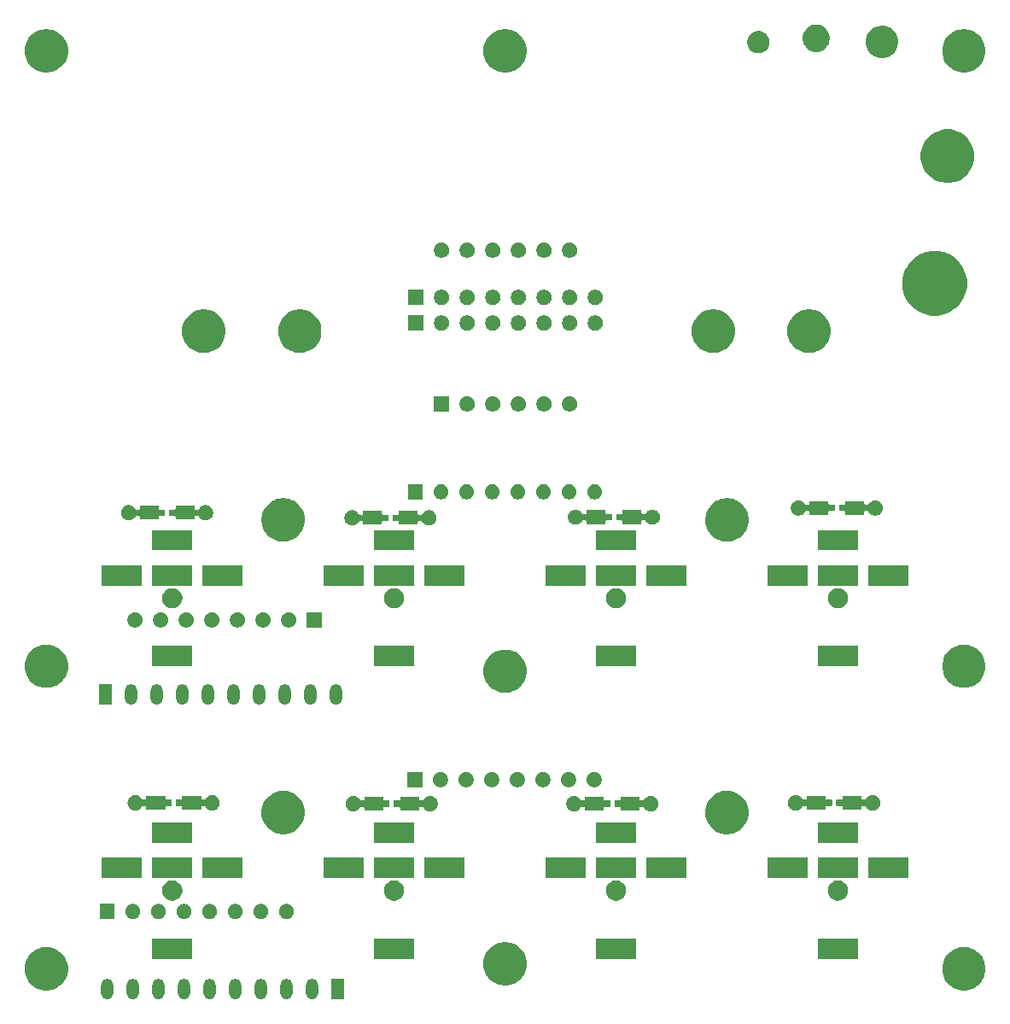
<source format=gbs>
G04 #@! TF.GenerationSoftware,KiCad,Pcbnew,(5.1.5)-3*
G04 #@! TF.CreationDate,2020-12-12T23:50:59-08:00*
G04 #@! TF.ProjectId,button_pcb_4x_laz16-11_,62757474-6f6e-45f7-9063-625f34785f6c,rev?*
G04 #@! TF.SameCoordinates,Original*
G04 #@! TF.FileFunction,Soldermask,Bot*
G04 #@! TF.FilePolarity,Negative*
%FSLAX46Y46*%
G04 Gerber Fmt 4.6, Leading zero omitted, Abs format (unit mm)*
G04 Created by KiCad (PCBNEW (5.1.5)-3) date 2020-12-12 23:50:59*
%MOMM*%
%LPD*%
G04 APERTURE LIST*
%ADD10C,0.100000*%
G04 APERTURE END LIST*
D10*
G36*
X13197621Y3491318D02*
G01*
X13310721Y3457010D01*
X13414955Y3401296D01*
X13506317Y3326317D01*
X13581296Y3234955D01*
X13637010Y3130721D01*
X13671318Y3017621D01*
X13680000Y2929474D01*
X13680000Y2070526D01*
X13671318Y1982379D01*
X13637010Y1869279D01*
X13581296Y1765045D01*
X13506317Y1673683D01*
X13414954Y1598704D01*
X13310720Y1542990D01*
X13197620Y1508682D01*
X13080000Y1497097D01*
X12962379Y1508682D01*
X12849279Y1542990D01*
X12745045Y1598704D01*
X12653683Y1673683D01*
X12578704Y1765046D01*
X12522990Y1869280D01*
X12488682Y1982380D01*
X12480000Y2070527D01*
X12480000Y2929474D01*
X12488682Y3017621D01*
X12522991Y3130721D01*
X12578705Y3234955D01*
X12653684Y3326317D01*
X12745046Y3401296D01*
X12849280Y3457010D01*
X12962380Y3491318D01*
X13080000Y3502903D01*
X13197621Y3491318D01*
G37*
G36*
X10657621Y3491318D02*
G01*
X10770721Y3457010D01*
X10874955Y3401296D01*
X10966317Y3326317D01*
X11041296Y3234955D01*
X11097010Y3130721D01*
X11131318Y3017621D01*
X11140000Y2929474D01*
X11140000Y2070526D01*
X11131318Y1982379D01*
X11097010Y1869279D01*
X11041296Y1765045D01*
X10966317Y1673683D01*
X10874954Y1598704D01*
X10770720Y1542990D01*
X10657620Y1508682D01*
X10540000Y1497097D01*
X10422379Y1508682D01*
X10309279Y1542990D01*
X10205045Y1598704D01*
X10113683Y1673683D01*
X10038704Y1765046D01*
X9982990Y1869280D01*
X9948682Y1982380D01*
X9940000Y2070527D01*
X9940000Y2929474D01*
X9948682Y3017621D01*
X9982991Y3130721D01*
X10038705Y3234955D01*
X10113684Y3326317D01*
X10205046Y3401296D01*
X10309280Y3457010D01*
X10422380Y3491318D01*
X10540000Y3502903D01*
X10657621Y3491318D01*
G37*
G36*
X30977621Y3491318D02*
G01*
X31090721Y3457010D01*
X31194955Y3401296D01*
X31286317Y3326317D01*
X31361296Y3234955D01*
X31417010Y3130721D01*
X31451318Y3017621D01*
X31460000Y2929474D01*
X31460000Y2070526D01*
X31451318Y1982379D01*
X31417010Y1869279D01*
X31361296Y1765045D01*
X31286317Y1673683D01*
X31194954Y1598704D01*
X31090720Y1542990D01*
X30977620Y1508682D01*
X30860000Y1497097D01*
X30742379Y1508682D01*
X30629279Y1542990D01*
X30525045Y1598704D01*
X30433683Y1673683D01*
X30358704Y1765046D01*
X30302990Y1869280D01*
X30268682Y1982380D01*
X30260000Y2070527D01*
X30260000Y2929474D01*
X30268682Y3017621D01*
X30302991Y3130721D01*
X30358705Y3234955D01*
X30433684Y3326317D01*
X30525046Y3401296D01*
X30629280Y3457010D01*
X30742380Y3491318D01*
X30860000Y3502903D01*
X30977621Y3491318D01*
G37*
G36*
X28437621Y3491318D02*
G01*
X28550721Y3457010D01*
X28654955Y3401296D01*
X28746317Y3326317D01*
X28821296Y3234955D01*
X28877010Y3130721D01*
X28911318Y3017621D01*
X28920000Y2929474D01*
X28920000Y2070526D01*
X28911318Y1982379D01*
X28877010Y1869279D01*
X28821296Y1765045D01*
X28746317Y1673683D01*
X28654954Y1598704D01*
X28550720Y1542990D01*
X28437620Y1508682D01*
X28320000Y1497097D01*
X28202379Y1508682D01*
X28089279Y1542990D01*
X27985045Y1598704D01*
X27893683Y1673683D01*
X27818704Y1765046D01*
X27762990Y1869280D01*
X27728682Y1982380D01*
X27720000Y2070527D01*
X27720000Y2929474D01*
X27728682Y3017621D01*
X27762991Y3130721D01*
X27818705Y3234955D01*
X27893684Y3326317D01*
X27985046Y3401296D01*
X28089280Y3457010D01*
X28202380Y3491318D01*
X28320000Y3502903D01*
X28437621Y3491318D01*
G37*
G36*
X25897621Y3491318D02*
G01*
X26010721Y3457010D01*
X26114955Y3401296D01*
X26206317Y3326317D01*
X26281296Y3234955D01*
X26337010Y3130721D01*
X26371318Y3017621D01*
X26380000Y2929474D01*
X26380000Y2070526D01*
X26371318Y1982379D01*
X26337010Y1869279D01*
X26281296Y1765045D01*
X26206317Y1673683D01*
X26114954Y1598704D01*
X26010720Y1542990D01*
X25897620Y1508682D01*
X25780000Y1497097D01*
X25662379Y1508682D01*
X25549279Y1542990D01*
X25445045Y1598704D01*
X25353683Y1673683D01*
X25278704Y1765046D01*
X25222990Y1869280D01*
X25188682Y1982380D01*
X25180000Y2070527D01*
X25180000Y2929474D01*
X25188682Y3017621D01*
X25222991Y3130721D01*
X25278705Y3234955D01*
X25353684Y3326317D01*
X25445046Y3401296D01*
X25549280Y3457010D01*
X25662380Y3491318D01*
X25780000Y3502903D01*
X25897621Y3491318D01*
G37*
G36*
X20817621Y3491318D02*
G01*
X20930721Y3457010D01*
X21034955Y3401296D01*
X21126317Y3326317D01*
X21201296Y3234955D01*
X21257010Y3130721D01*
X21291318Y3017621D01*
X21300000Y2929474D01*
X21300000Y2070526D01*
X21291318Y1982379D01*
X21257010Y1869279D01*
X21201296Y1765045D01*
X21126317Y1673683D01*
X21034954Y1598704D01*
X20930720Y1542990D01*
X20817620Y1508682D01*
X20700000Y1497097D01*
X20582379Y1508682D01*
X20469279Y1542990D01*
X20365045Y1598704D01*
X20273683Y1673683D01*
X20198704Y1765046D01*
X20142990Y1869280D01*
X20108682Y1982380D01*
X20100000Y2070527D01*
X20100000Y2929474D01*
X20108682Y3017621D01*
X20142991Y3130721D01*
X20198705Y3234955D01*
X20273684Y3326317D01*
X20365046Y3401296D01*
X20469280Y3457010D01*
X20582380Y3491318D01*
X20700000Y3502903D01*
X20817621Y3491318D01*
G37*
G36*
X23357621Y3491318D02*
G01*
X23470721Y3457010D01*
X23574955Y3401296D01*
X23666317Y3326317D01*
X23741296Y3234955D01*
X23797010Y3130721D01*
X23831318Y3017621D01*
X23840000Y2929474D01*
X23840000Y2070526D01*
X23831318Y1982379D01*
X23797010Y1869279D01*
X23741296Y1765045D01*
X23666317Y1673683D01*
X23574954Y1598704D01*
X23470720Y1542990D01*
X23357620Y1508682D01*
X23240000Y1497097D01*
X23122379Y1508682D01*
X23009279Y1542990D01*
X22905045Y1598704D01*
X22813683Y1673683D01*
X22738704Y1765046D01*
X22682990Y1869280D01*
X22648682Y1982380D01*
X22640000Y2070527D01*
X22640000Y2929474D01*
X22648682Y3017621D01*
X22682991Y3130721D01*
X22738705Y3234955D01*
X22813684Y3326317D01*
X22905046Y3401296D01*
X23009280Y3457010D01*
X23122380Y3491318D01*
X23240000Y3502903D01*
X23357621Y3491318D01*
G37*
G36*
X15737621Y3491318D02*
G01*
X15850721Y3457010D01*
X15954955Y3401296D01*
X16046317Y3326317D01*
X16121296Y3234955D01*
X16177010Y3130721D01*
X16211318Y3017621D01*
X16220000Y2929474D01*
X16220000Y2070526D01*
X16211318Y1982379D01*
X16177010Y1869279D01*
X16121296Y1765045D01*
X16046317Y1673683D01*
X15954954Y1598704D01*
X15850720Y1542990D01*
X15737620Y1508682D01*
X15620000Y1497097D01*
X15502379Y1508682D01*
X15389279Y1542990D01*
X15285045Y1598704D01*
X15193683Y1673683D01*
X15118704Y1765046D01*
X15062990Y1869280D01*
X15028682Y1982380D01*
X15020000Y2070527D01*
X15020000Y2929474D01*
X15028682Y3017621D01*
X15062991Y3130721D01*
X15118705Y3234955D01*
X15193684Y3326317D01*
X15285046Y3401296D01*
X15389280Y3457010D01*
X15502380Y3491318D01*
X15620000Y3502903D01*
X15737621Y3491318D01*
G37*
G36*
X18277621Y3491318D02*
G01*
X18390721Y3457010D01*
X18494955Y3401296D01*
X18586317Y3326317D01*
X18661296Y3234955D01*
X18717010Y3130721D01*
X18751318Y3017621D01*
X18760000Y2929474D01*
X18760000Y2070526D01*
X18751318Y1982379D01*
X18717010Y1869279D01*
X18661296Y1765045D01*
X18586317Y1673683D01*
X18494954Y1598704D01*
X18390720Y1542990D01*
X18277620Y1508682D01*
X18160000Y1497097D01*
X18042379Y1508682D01*
X17929279Y1542990D01*
X17825045Y1598704D01*
X17733683Y1673683D01*
X17658704Y1765046D01*
X17602990Y1869280D01*
X17568682Y1982380D01*
X17560000Y2070527D01*
X17560000Y2929474D01*
X17568682Y3017621D01*
X17602991Y3130721D01*
X17658705Y3234955D01*
X17733684Y3326317D01*
X17825046Y3401296D01*
X17929280Y3457010D01*
X18042380Y3491318D01*
X18160000Y3502903D01*
X18277621Y3491318D01*
G37*
G36*
X34000000Y1500000D02*
G01*
X32800000Y1500000D01*
X32800000Y3500000D01*
X34000000Y3500000D01*
X34000000Y1500000D01*
G37*
G36*
X95919444Y6608689D02*
G01*
X96127132Y6567377D01*
X96518407Y6405305D01*
X96870545Y6170014D01*
X97170014Y5870545D01*
X97332657Y5627132D01*
X97405306Y5518405D01*
X97452775Y5403805D01*
X97532324Y5211758D01*
X97567377Y5127131D01*
X97650000Y4711758D01*
X97650000Y4288242D01*
X97567377Y3872869D01*
X97412930Y3500000D01*
X97405305Y3481593D01*
X97170014Y3129455D01*
X96870545Y2829986D01*
X96518407Y2594695D01*
X96127132Y2432623D01*
X95919444Y2391311D01*
X95711758Y2350000D01*
X95288242Y2350000D01*
X95080556Y2391311D01*
X94872868Y2432623D01*
X94481593Y2594695D01*
X94129455Y2829986D01*
X93829986Y3129455D01*
X93594695Y3481593D01*
X93587071Y3500000D01*
X93432623Y3872869D01*
X93350000Y4288242D01*
X93350000Y4711758D01*
X93432623Y5127131D01*
X93467677Y5211758D01*
X93547225Y5403805D01*
X93594694Y5518405D01*
X93667343Y5627132D01*
X93829986Y5870545D01*
X94129455Y6170014D01*
X94481593Y6405305D01*
X94872868Y6567377D01*
X95080556Y6608689D01*
X95288242Y6650000D01*
X95711758Y6650000D01*
X95919444Y6608689D01*
G37*
G36*
X4919444Y6608689D02*
G01*
X5127132Y6567377D01*
X5518407Y6405305D01*
X5870545Y6170014D01*
X6170014Y5870545D01*
X6332657Y5627132D01*
X6405306Y5518405D01*
X6452775Y5403805D01*
X6532324Y5211758D01*
X6567377Y5127131D01*
X6650000Y4711758D01*
X6650000Y4288242D01*
X6567377Y3872869D01*
X6412930Y3500000D01*
X6405305Y3481593D01*
X6170014Y3129455D01*
X5870545Y2829986D01*
X5518407Y2594695D01*
X5127132Y2432623D01*
X4919445Y2391312D01*
X4711758Y2350000D01*
X4288242Y2350000D01*
X4080555Y2391312D01*
X3872868Y2432623D01*
X3481593Y2594695D01*
X3129455Y2829986D01*
X2829986Y3129455D01*
X2594695Y3481593D01*
X2587071Y3500000D01*
X2432623Y3872869D01*
X2350000Y4288242D01*
X2350000Y4711758D01*
X2432623Y5127131D01*
X2467677Y5211758D01*
X2547225Y5403805D01*
X2594694Y5518405D01*
X2667343Y5627132D01*
X2829986Y5870545D01*
X3129455Y6170014D01*
X3481593Y6405305D01*
X3872868Y6567377D01*
X4080555Y6608688D01*
X4288242Y6650000D01*
X4711758Y6650000D01*
X4919444Y6608689D01*
G37*
G36*
X50419444Y7108689D02*
G01*
X50627132Y7067377D01*
X51018407Y6905305D01*
X51370545Y6670014D01*
X51670014Y6370545D01*
X51905305Y6018407D01*
X52067377Y5627132D01*
X52150000Y5211757D01*
X52150000Y4788243D01*
X52067377Y4372868D01*
X51905305Y3981593D01*
X51670014Y3629455D01*
X51370545Y3329986D01*
X51018407Y3094695D01*
X50627132Y2932623D01*
X50419444Y2891311D01*
X50211758Y2850000D01*
X49788242Y2850000D01*
X49580556Y2891311D01*
X49372868Y2932623D01*
X48981593Y3094695D01*
X48629455Y3329986D01*
X48329986Y3629455D01*
X48094695Y3981593D01*
X47932623Y4372868D01*
X47850000Y4788243D01*
X47850000Y5211757D01*
X47932623Y5627132D01*
X48094695Y6018407D01*
X48329986Y6370545D01*
X48629455Y6670014D01*
X48981593Y6905305D01*
X49372868Y7067377D01*
X49580556Y7108689D01*
X49788242Y7150000D01*
X50211758Y7150000D01*
X50419444Y7108689D01*
G37*
G36*
X85000000Y5500000D02*
G01*
X81000000Y5500000D01*
X81000000Y7500000D01*
X85000000Y7500000D01*
X85000000Y5500000D01*
G37*
G36*
X63000000Y5500000D02*
G01*
X59000000Y5500000D01*
X59000000Y7500000D01*
X63000000Y7500000D01*
X63000000Y5500000D01*
G37*
G36*
X41000000Y5500000D02*
G01*
X37000000Y5500000D01*
X37000000Y7500000D01*
X41000000Y7500000D01*
X41000000Y5500000D01*
G37*
G36*
X19000000Y5500000D02*
G01*
X15000000Y5500000D01*
X15000000Y7500000D01*
X19000000Y7500000D01*
X19000000Y5500000D01*
G37*
G36*
X20924766Y10922179D02*
G01*
X21061257Y10865642D01*
X21184097Y10783563D01*
X21288563Y10679097D01*
X21370642Y10556257D01*
X21427179Y10419766D01*
X21456000Y10274870D01*
X21456000Y10127130D01*
X21427179Y9982234D01*
X21370642Y9845743D01*
X21288563Y9722903D01*
X21184097Y9618437D01*
X21061257Y9536358D01*
X20924766Y9479821D01*
X20779870Y9451000D01*
X20632130Y9451000D01*
X20487234Y9479821D01*
X20350743Y9536358D01*
X20227903Y9618437D01*
X20123437Y9722903D01*
X20041358Y9845743D01*
X19984821Y9982234D01*
X19956000Y10127130D01*
X19956000Y10274870D01*
X19984821Y10419766D01*
X20041358Y10556257D01*
X20123437Y10679097D01*
X20227903Y10783563D01*
X20350743Y10865642D01*
X20487234Y10922179D01*
X20632130Y10951000D01*
X20779870Y10951000D01*
X20924766Y10922179D01*
G37*
G36*
X11296000Y9451000D02*
G01*
X9796000Y9451000D01*
X9796000Y10951000D01*
X11296000Y10951000D01*
X11296000Y9451000D01*
G37*
G36*
X13304766Y10922179D02*
G01*
X13441257Y10865642D01*
X13564097Y10783563D01*
X13668563Y10679097D01*
X13750642Y10556257D01*
X13807179Y10419766D01*
X13836000Y10274870D01*
X13836000Y10127130D01*
X13807179Y9982234D01*
X13750642Y9845743D01*
X13668563Y9722903D01*
X13564097Y9618437D01*
X13441257Y9536358D01*
X13304766Y9479821D01*
X13159870Y9451000D01*
X13012130Y9451000D01*
X12867234Y9479821D01*
X12730743Y9536358D01*
X12607903Y9618437D01*
X12503437Y9722903D01*
X12421358Y9845743D01*
X12364821Y9982234D01*
X12336000Y10127130D01*
X12336000Y10274870D01*
X12364821Y10419766D01*
X12421358Y10556257D01*
X12503437Y10679097D01*
X12607903Y10783563D01*
X12730743Y10865642D01*
X12867234Y10922179D01*
X13012130Y10951000D01*
X13159870Y10951000D01*
X13304766Y10922179D01*
G37*
G36*
X15844766Y10922179D02*
G01*
X15981257Y10865642D01*
X16104097Y10783563D01*
X16208563Y10679097D01*
X16290642Y10556257D01*
X16347179Y10419766D01*
X16376000Y10274870D01*
X16376000Y10127130D01*
X16347179Y9982234D01*
X16290642Y9845743D01*
X16208563Y9722903D01*
X16104097Y9618437D01*
X15981257Y9536358D01*
X15844766Y9479821D01*
X15699870Y9451000D01*
X15552130Y9451000D01*
X15407234Y9479821D01*
X15270743Y9536358D01*
X15147903Y9618437D01*
X15043437Y9722903D01*
X14961358Y9845743D01*
X14904821Y9982234D01*
X14876000Y10127130D01*
X14876000Y10274870D01*
X14904821Y10419766D01*
X14961358Y10556257D01*
X15043437Y10679097D01*
X15147903Y10783563D01*
X15270743Y10865642D01*
X15407234Y10922179D01*
X15552130Y10951000D01*
X15699870Y10951000D01*
X15844766Y10922179D01*
G37*
G36*
X18384766Y10922179D02*
G01*
X18521257Y10865642D01*
X18644097Y10783563D01*
X18748563Y10679097D01*
X18830642Y10556257D01*
X18887179Y10419766D01*
X18916000Y10274870D01*
X18916000Y10127130D01*
X18887179Y9982234D01*
X18830642Y9845743D01*
X18748563Y9722903D01*
X18644097Y9618437D01*
X18521257Y9536358D01*
X18384766Y9479821D01*
X18239870Y9451000D01*
X18092130Y9451000D01*
X17947234Y9479821D01*
X17810743Y9536358D01*
X17687903Y9618437D01*
X17583437Y9722903D01*
X17501358Y9845743D01*
X17444821Y9982234D01*
X17416000Y10127130D01*
X17416000Y10274870D01*
X17444821Y10419766D01*
X17501358Y10556257D01*
X17583437Y10679097D01*
X17687903Y10783563D01*
X17810743Y10865642D01*
X17947234Y10922179D01*
X18092130Y10951000D01*
X18239870Y10951000D01*
X18384766Y10922179D01*
G37*
G36*
X23464766Y10922179D02*
G01*
X23601257Y10865642D01*
X23724097Y10783563D01*
X23828563Y10679097D01*
X23910642Y10556257D01*
X23967179Y10419766D01*
X23996000Y10274870D01*
X23996000Y10127130D01*
X23967179Y9982234D01*
X23910642Y9845743D01*
X23828563Y9722903D01*
X23724097Y9618437D01*
X23601257Y9536358D01*
X23464766Y9479821D01*
X23319870Y9451000D01*
X23172130Y9451000D01*
X23027234Y9479821D01*
X22890743Y9536358D01*
X22767903Y9618437D01*
X22663437Y9722903D01*
X22581358Y9845743D01*
X22524821Y9982234D01*
X22496000Y10127130D01*
X22496000Y10274870D01*
X22524821Y10419766D01*
X22581358Y10556257D01*
X22663437Y10679097D01*
X22767903Y10783563D01*
X22890743Y10865642D01*
X23027234Y10922179D01*
X23172130Y10951000D01*
X23319870Y10951000D01*
X23464766Y10922179D01*
G37*
G36*
X26004766Y10922179D02*
G01*
X26141257Y10865642D01*
X26264097Y10783563D01*
X26368563Y10679097D01*
X26450642Y10556257D01*
X26507179Y10419766D01*
X26536000Y10274870D01*
X26536000Y10127130D01*
X26507179Y9982234D01*
X26450642Y9845743D01*
X26368563Y9722903D01*
X26264097Y9618437D01*
X26141257Y9536358D01*
X26004766Y9479821D01*
X25859870Y9451000D01*
X25712130Y9451000D01*
X25567234Y9479821D01*
X25430743Y9536358D01*
X25307903Y9618437D01*
X25203437Y9722903D01*
X25121358Y9845743D01*
X25064821Y9982234D01*
X25036000Y10127130D01*
X25036000Y10274870D01*
X25064821Y10419766D01*
X25121358Y10556257D01*
X25203437Y10679097D01*
X25307903Y10783563D01*
X25430743Y10865642D01*
X25567234Y10922179D01*
X25712130Y10951000D01*
X25859870Y10951000D01*
X26004766Y10922179D01*
G37*
G36*
X28544766Y10922179D02*
G01*
X28681257Y10865642D01*
X28804097Y10783563D01*
X28908563Y10679097D01*
X28990642Y10556257D01*
X29047179Y10419766D01*
X29076000Y10274870D01*
X29076000Y10127130D01*
X29047179Y9982234D01*
X28990642Y9845743D01*
X28908563Y9722903D01*
X28804097Y9618437D01*
X28681257Y9536358D01*
X28544766Y9479821D01*
X28399870Y9451000D01*
X28252130Y9451000D01*
X28107234Y9479821D01*
X27970743Y9536358D01*
X27847903Y9618437D01*
X27743437Y9722903D01*
X27661358Y9845743D01*
X27604821Y9982234D01*
X27576000Y10127130D01*
X27576000Y10274870D01*
X27604821Y10419766D01*
X27661358Y10556257D01*
X27743437Y10679097D01*
X27847903Y10783563D01*
X27970743Y10865642D01*
X28107234Y10922179D01*
X28252130Y10951000D01*
X28399870Y10951000D01*
X28544766Y10922179D01*
G37*
G36*
X83227290Y13224381D02*
G01*
X83291689Y13211571D01*
X83473678Y13136189D01*
X83637463Y13026751D01*
X83776751Y12887463D01*
X83886189Y12723678D01*
X83961571Y12541689D01*
X84000000Y12348491D01*
X84000000Y12151509D01*
X83961571Y11958311D01*
X83886189Y11776322D01*
X83776751Y11612537D01*
X83637463Y11473249D01*
X83473678Y11363811D01*
X83291689Y11288429D01*
X83227290Y11275619D01*
X83098493Y11250000D01*
X82901507Y11250000D01*
X82772710Y11275619D01*
X82708311Y11288429D01*
X82526322Y11363811D01*
X82362537Y11473249D01*
X82223249Y11612537D01*
X82113811Y11776322D01*
X82038429Y11958311D01*
X82000000Y12151509D01*
X82000000Y12348491D01*
X82038429Y12541689D01*
X82113811Y12723678D01*
X82223249Y12887463D01*
X82362537Y13026751D01*
X82526322Y13136189D01*
X82708311Y13211571D01*
X82772710Y13224381D01*
X82901507Y13250000D01*
X83098493Y13250000D01*
X83227290Y13224381D01*
G37*
G36*
X61227290Y13224381D02*
G01*
X61291689Y13211571D01*
X61473678Y13136189D01*
X61637463Y13026751D01*
X61776751Y12887463D01*
X61886189Y12723678D01*
X61961571Y12541689D01*
X62000000Y12348491D01*
X62000000Y12151509D01*
X61961571Y11958311D01*
X61886189Y11776322D01*
X61776751Y11612537D01*
X61637463Y11473249D01*
X61473678Y11363811D01*
X61291689Y11288429D01*
X61227290Y11275619D01*
X61098493Y11250000D01*
X60901507Y11250000D01*
X60772710Y11275619D01*
X60708311Y11288429D01*
X60526322Y11363811D01*
X60362537Y11473249D01*
X60223249Y11612537D01*
X60113811Y11776322D01*
X60038429Y11958311D01*
X60000000Y12151509D01*
X60000000Y12348491D01*
X60038429Y12541689D01*
X60113811Y12723678D01*
X60223249Y12887463D01*
X60362537Y13026751D01*
X60526322Y13136189D01*
X60708311Y13211571D01*
X60772710Y13224381D01*
X60901507Y13250000D01*
X61098493Y13250000D01*
X61227290Y13224381D01*
G37*
G36*
X17227290Y13224381D02*
G01*
X17291689Y13211571D01*
X17473678Y13136189D01*
X17637463Y13026751D01*
X17776751Y12887463D01*
X17886189Y12723678D01*
X17961571Y12541689D01*
X18000000Y12348491D01*
X18000000Y12151509D01*
X17961571Y11958311D01*
X17886189Y11776322D01*
X17776751Y11612537D01*
X17637463Y11473249D01*
X17473678Y11363811D01*
X17291689Y11288429D01*
X17227290Y11275619D01*
X17098493Y11250000D01*
X16901507Y11250000D01*
X16772710Y11275619D01*
X16708311Y11288429D01*
X16526322Y11363811D01*
X16362537Y11473249D01*
X16223249Y11612537D01*
X16113811Y11776322D01*
X16038429Y11958311D01*
X16000000Y12151509D01*
X16000000Y12348491D01*
X16038429Y12541689D01*
X16113811Y12723678D01*
X16223249Y12887463D01*
X16362537Y13026751D01*
X16526322Y13136189D01*
X16708311Y13211571D01*
X16772710Y13224381D01*
X16901507Y13250000D01*
X17098493Y13250000D01*
X17227290Y13224381D01*
G37*
G36*
X39227290Y13224381D02*
G01*
X39291689Y13211571D01*
X39473678Y13136189D01*
X39637463Y13026751D01*
X39776751Y12887463D01*
X39886189Y12723678D01*
X39961571Y12541689D01*
X40000000Y12348491D01*
X40000000Y12151509D01*
X39961571Y11958311D01*
X39886189Y11776322D01*
X39776751Y11612537D01*
X39637463Y11473249D01*
X39473678Y11363811D01*
X39291689Y11288429D01*
X39227290Y11275619D01*
X39098493Y11250000D01*
X38901507Y11250000D01*
X38772710Y11275619D01*
X38708311Y11288429D01*
X38526322Y11363811D01*
X38362537Y11473249D01*
X38223249Y11612537D01*
X38113811Y11776322D01*
X38038429Y11958311D01*
X38000000Y12151509D01*
X38000000Y12348491D01*
X38038429Y12541689D01*
X38113811Y12723678D01*
X38223249Y12887463D01*
X38362537Y13026751D01*
X38526322Y13136189D01*
X38708311Y13211571D01*
X38772710Y13224381D01*
X38901507Y13250000D01*
X39098493Y13250000D01*
X39227290Y13224381D01*
G37*
G36*
X19000000Y13500000D02*
G01*
X15000000Y13500000D01*
X15000000Y15500000D01*
X19000000Y15500000D01*
X19000000Y13500000D01*
G37*
G36*
X80000000Y13500000D02*
G01*
X76000000Y13500000D01*
X76000000Y15500000D01*
X80000000Y15500000D01*
X80000000Y13500000D01*
G37*
G36*
X90000000Y13500000D02*
G01*
X86000000Y13500000D01*
X86000000Y15500000D01*
X90000000Y15500000D01*
X90000000Y13500000D01*
G37*
G36*
X14000000Y13500000D02*
G01*
X10000000Y13500000D01*
X10000000Y15500000D01*
X14000000Y15500000D01*
X14000000Y13500000D01*
G37*
G36*
X24000000Y13500000D02*
G01*
X20000000Y13500000D01*
X20000000Y15500000D01*
X24000000Y15500000D01*
X24000000Y13500000D01*
G37*
G36*
X36000000Y13500000D02*
G01*
X32000000Y13500000D01*
X32000000Y15500000D01*
X36000000Y15500000D01*
X36000000Y13500000D01*
G37*
G36*
X41000000Y13500000D02*
G01*
X37000000Y13500000D01*
X37000000Y15500000D01*
X41000000Y15500000D01*
X41000000Y13500000D01*
G37*
G36*
X46000000Y13500000D02*
G01*
X42000000Y13500000D01*
X42000000Y15500000D01*
X46000000Y15500000D01*
X46000000Y13500000D01*
G37*
G36*
X58000000Y13500000D02*
G01*
X54000000Y13500000D01*
X54000000Y15500000D01*
X58000000Y15500000D01*
X58000000Y13500000D01*
G37*
G36*
X63000000Y13500000D02*
G01*
X59000000Y13500000D01*
X59000000Y15500000D01*
X63000000Y15500000D01*
X63000000Y13500000D01*
G37*
G36*
X85000000Y13500000D02*
G01*
X81000000Y13500000D01*
X81000000Y15500000D01*
X85000000Y15500000D01*
X85000000Y13500000D01*
G37*
G36*
X68000000Y13500000D02*
G01*
X64000000Y13500000D01*
X64000000Y15500000D01*
X68000000Y15500000D01*
X68000000Y13500000D01*
G37*
G36*
X19000000Y17000000D02*
G01*
X15000000Y17000000D01*
X15000000Y19000000D01*
X19000000Y19000000D01*
X19000000Y17000000D01*
G37*
G36*
X85000000Y17000000D02*
G01*
X81000000Y17000000D01*
X81000000Y19000000D01*
X85000000Y19000000D01*
X85000000Y17000000D01*
G37*
G36*
X41000000Y17000000D02*
G01*
X37000000Y17000000D01*
X37000000Y19000000D01*
X41000000Y19000000D01*
X41000000Y17000000D01*
G37*
G36*
X63000000Y17000000D02*
G01*
X59000000Y17000000D01*
X59000000Y19000000D01*
X63000000Y19000000D01*
X63000000Y17000000D01*
G37*
G36*
X28419445Y22108688D02*
G01*
X28627132Y22067377D01*
X29018407Y21905305D01*
X29370545Y21670014D01*
X29670014Y21370545D01*
X29905305Y21018407D01*
X30067377Y20627132D01*
X30091600Y20505354D01*
X30150000Y20211758D01*
X30150000Y19788242D01*
X30067377Y19372869D01*
X29912930Y19000000D01*
X29905305Y18981593D01*
X29670014Y18629455D01*
X29370545Y18329986D01*
X29018407Y18094695D01*
X28627132Y17932623D01*
X28419445Y17891312D01*
X28211758Y17850000D01*
X27788242Y17850000D01*
X27580555Y17891312D01*
X27372868Y17932623D01*
X26981593Y18094695D01*
X26629455Y18329986D01*
X26329986Y18629455D01*
X26094695Y18981593D01*
X26087071Y19000000D01*
X25932623Y19372869D01*
X25850000Y19788242D01*
X25850000Y20211758D01*
X25908400Y20505354D01*
X25932623Y20627132D01*
X26094695Y21018407D01*
X26329986Y21370545D01*
X26629455Y21670014D01*
X26981593Y21905305D01*
X27372868Y22067377D01*
X27580555Y22108688D01*
X27788242Y22150000D01*
X28211758Y22150000D01*
X28419445Y22108688D01*
G37*
G36*
X72419445Y22108688D02*
G01*
X72627132Y22067377D01*
X73018407Y21905305D01*
X73370545Y21670014D01*
X73670014Y21370545D01*
X73905305Y21018407D01*
X74067377Y20627132D01*
X74091600Y20505354D01*
X74150000Y20211758D01*
X74150000Y19788242D01*
X74067377Y19372869D01*
X73912930Y19000000D01*
X73905305Y18981593D01*
X73670014Y18629455D01*
X73370545Y18329986D01*
X73018407Y18094695D01*
X72627132Y17932623D01*
X72419445Y17891312D01*
X72211758Y17850000D01*
X71788242Y17850000D01*
X71580555Y17891312D01*
X71372868Y17932623D01*
X70981593Y18094695D01*
X70629455Y18329986D01*
X70329986Y18629455D01*
X70094695Y18981593D01*
X70087071Y19000000D01*
X69932623Y19372869D01*
X69850000Y19788242D01*
X69850000Y20211758D01*
X69908400Y20505354D01*
X69932623Y20627132D01*
X70094695Y21018407D01*
X70329986Y21370545D01*
X70629455Y21670014D01*
X70981593Y21905305D01*
X71372868Y22067377D01*
X71580555Y22108688D01*
X71788242Y22150000D01*
X72211758Y22150000D01*
X72419445Y22108688D01*
G37*
G36*
X35020830Y21627727D02*
G01*
X35155293Y21600981D01*
X35167099Y21597400D01*
X35293765Y21544932D01*
X35304646Y21539116D01*
X35418632Y21462953D01*
X35423404Y21459037D01*
X35423408Y21459034D01*
X35423411Y21459031D01*
X35428174Y21455122D01*
X35525122Y21358174D01*
X35529031Y21353411D01*
X35529034Y21353408D01*
X35529037Y21353404D01*
X35532953Y21348632D01*
X35612114Y21230159D01*
X35627659Y21211217D01*
X35646601Y21195671D01*
X35668212Y21184120D01*
X35691661Y21177007D01*
X35716047Y21174605D01*
X35907396Y21174605D01*
X35931782Y21177007D01*
X35955231Y21184120D01*
X35976842Y21195671D01*
X35995784Y21211216D01*
X36011329Y21230158D01*
X36022880Y21251769D01*
X36029993Y21275218D01*
X36032395Y21299604D01*
X36032395Y21501939D01*
X36032698Y21508102D01*
X36032757Y21508708D01*
X36034920Y21519581D01*
X36038693Y21528688D01*
X36044160Y21536870D01*
X36051130Y21543840D01*
X36059312Y21549307D01*
X36063864Y21551193D01*
X36063866Y21551194D01*
X36063869Y21551195D01*
X36068419Y21553080D01*
X36079292Y21555243D01*
X36079898Y21555302D01*
X36086061Y21555605D01*
X37857939Y21555605D01*
X37864102Y21555302D01*
X37864708Y21555243D01*
X37875581Y21553080D01*
X37880131Y21551195D01*
X37880134Y21551194D01*
X37880136Y21551193D01*
X37884688Y21549307D01*
X37892870Y21543840D01*
X37899840Y21536870D01*
X37905307Y21528688D01*
X37909080Y21519581D01*
X37911243Y21508708D01*
X37911302Y21508102D01*
X37911605Y21501939D01*
X37911605Y21299604D01*
X37914007Y21275218D01*
X37921120Y21251769D01*
X37932671Y21230158D01*
X37948216Y21211216D01*
X37967158Y21195671D01*
X37988769Y21184120D01*
X38012218Y21177007D01*
X38036604Y21174605D01*
X38492939Y21174605D01*
X38499102Y21174302D01*
X38499708Y21174243D01*
X38510581Y21172080D01*
X38515131Y21170195D01*
X38515134Y21170194D01*
X38515136Y21170193D01*
X38519688Y21168307D01*
X38527870Y21162840D01*
X38534840Y21155870D01*
X38540307Y21147688D01*
X38544080Y21138581D01*
X38546243Y21127708D01*
X38546302Y21127102D01*
X38546605Y21120939D01*
X38546605Y20619061D01*
X38546302Y20612898D01*
X38546243Y20612292D01*
X38544080Y20601419D01*
X38540307Y20592312D01*
X38534840Y20584130D01*
X38527870Y20577160D01*
X38519688Y20571693D01*
X38515136Y20569807D01*
X38515134Y20569806D01*
X38515131Y20569805D01*
X38510581Y20567920D01*
X38499708Y20565757D01*
X38499102Y20565698D01*
X38492939Y20565395D01*
X38036604Y20565395D01*
X38012218Y20562993D01*
X37988769Y20555880D01*
X37967158Y20544329D01*
X37948216Y20528784D01*
X37932671Y20509842D01*
X37921120Y20488231D01*
X37914007Y20464782D01*
X37911605Y20440396D01*
X37911605Y20238061D01*
X37911302Y20231898D01*
X37911243Y20231292D01*
X37909080Y20220419D01*
X37905307Y20211312D01*
X37899840Y20203130D01*
X37892870Y20196160D01*
X37884688Y20190693D01*
X37880136Y20188807D01*
X37880134Y20188806D01*
X37880131Y20188805D01*
X37875581Y20186920D01*
X37864708Y20184757D01*
X37864102Y20184698D01*
X37857939Y20184395D01*
X36086061Y20184395D01*
X36079898Y20184698D01*
X36079292Y20184757D01*
X36068419Y20186920D01*
X36063869Y20188805D01*
X36063866Y20188806D01*
X36063864Y20188807D01*
X36059312Y20190693D01*
X36051130Y20196160D01*
X36044160Y20203130D01*
X36038693Y20211312D01*
X36034920Y20220419D01*
X36032757Y20231292D01*
X36032698Y20231898D01*
X36032395Y20238061D01*
X36032395Y20440396D01*
X36029993Y20464782D01*
X36022880Y20488231D01*
X36011329Y20509842D01*
X35995784Y20528784D01*
X35976842Y20544329D01*
X35955231Y20555880D01*
X35931782Y20562993D01*
X35907396Y20565395D01*
X35716047Y20565395D01*
X35691661Y20562993D01*
X35668212Y20555880D01*
X35646601Y20544329D01*
X35627659Y20528784D01*
X35612114Y20509841D01*
X35532953Y20391368D01*
X35529037Y20386596D01*
X35529034Y20386592D01*
X35529031Y20386589D01*
X35525122Y20381826D01*
X35428174Y20284878D01*
X35423411Y20280969D01*
X35423408Y20280966D01*
X35423404Y20280963D01*
X35418632Y20277047D01*
X35304646Y20200884D01*
X35293765Y20195068D01*
X35167099Y20142600D01*
X35155293Y20139019D01*
X35020830Y20112273D01*
X35008552Y20111064D01*
X34871448Y20111064D01*
X34859170Y20112273D01*
X34724707Y20139019D01*
X34712901Y20142600D01*
X34586235Y20195068D01*
X34575354Y20200884D01*
X34461368Y20277047D01*
X34456596Y20280963D01*
X34456592Y20280966D01*
X34456589Y20280969D01*
X34451826Y20284878D01*
X34354878Y20381826D01*
X34350969Y20386589D01*
X34350966Y20386592D01*
X34350963Y20386596D01*
X34347047Y20391368D01*
X34270884Y20505354D01*
X34265068Y20516235D01*
X34212600Y20642901D01*
X34209019Y20654707D01*
X34182273Y20789170D01*
X34181064Y20801448D01*
X34181064Y20938552D01*
X34182273Y20950830D01*
X34209019Y21085293D01*
X34212600Y21097099D01*
X34265068Y21223765D01*
X34270884Y21234646D01*
X34347047Y21348632D01*
X34350963Y21353404D01*
X34350966Y21353408D01*
X34350969Y21353411D01*
X34354878Y21358174D01*
X34451826Y21455122D01*
X34456589Y21459031D01*
X34456592Y21459034D01*
X34456596Y21459037D01*
X34461368Y21462953D01*
X34575354Y21539116D01*
X34586235Y21544932D01*
X34712901Y21597400D01*
X34724707Y21600981D01*
X34859170Y21627727D01*
X34871448Y21628936D01*
X35008552Y21628936D01*
X35020830Y21627727D01*
G37*
G36*
X42640830Y21627727D02*
G01*
X42775293Y21600981D01*
X42787099Y21597400D01*
X42913765Y21544932D01*
X42924646Y21539116D01*
X43038632Y21462953D01*
X43043404Y21459037D01*
X43043408Y21459034D01*
X43043411Y21459031D01*
X43048174Y21455122D01*
X43145122Y21358174D01*
X43149031Y21353411D01*
X43149034Y21353408D01*
X43149037Y21353404D01*
X43152953Y21348632D01*
X43229116Y21234646D01*
X43234932Y21223765D01*
X43287400Y21097099D01*
X43290981Y21085293D01*
X43317727Y20950830D01*
X43318936Y20938552D01*
X43318936Y20801448D01*
X43317727Y20789170D01*
X43290981Y20654707D01*
X43287400Y20642901D01*
X43234932Y20516235D01*
X43229116Y20505354D01*
X43152953Y20391368D01*
X43149037Y20386596D01*
X43149034Y20386592D01*
X43149031Y20386589D01*
X43145122Y20381826D01*
X43048174Y20284878D01*
X43043411Y20280969D01*
X43043408Y20280966D01*
X43043404Y20280963D01*
X43038632Y20277047D01*
X42924646Y20200884D01*
X42913765Y20195068D01*
X42787099Y20142600D01*
X42775293Y20139019D01*
X42640830Y20112273D01*
X42628552Y20111064D01*
X42491448Y20111064D01*
X42479170Y20112273D01*
X42344707Y20139019D01*
X42332901Y20142600D01*
X42206235Y20195068D01*
X42195354Y20200884D01*
X42081368Y20277047D01*
X42076596Y20280963D01*
X42076592Y20280966D01*
X42076589Y20280969D01*
X42071826Y20284878D01*
X41974878Y20381826D01*
X41970969Y20386589D01*
X41970966Y20386592D01*
X41970963Y20386596D01*
X41967047Y20391368D01*
X41887886Y20509841D01*
X41872341Y20528783D01*
X41853399Y20544329D01*
X41831788Y20555880D01*
X41808339Y20562993D01*
X41783953Y20565395D01*
X41592604Y20565395D01*
X41568218Y20562993D01*
X41544769Y20555880D01*
X41523158Y20544329D01*
X41504216Y20528784D01*
X41488671Y20509842D01*
X41477120Y20488231D01*
X41470007Y20464782D01*
X41467605Y20440396D01*
X41467605Y20238061D01*
X41467302Y20231898D01*
X41467243Y20231292D01*
X41465080Y20220419D01*
X41461307Y20211312D01*
X41455840Y20203130D01*
X41448870Y20196160D01*
X41440688Y20190693D01*
X41436136Y20188807D01*
X41436134Y20188806D01*
X41436131Y20188805D01*
X41431581Y20186920D01*
X41420708Y20184757D01*
X41420102Y20184698D01*
X41413939Y20184395D01*
X39642061Y20184395D01*
X39635898Y20184698D01*
X39635292Y20184757D01*
X39624419Y20186920D01*
X39619869Y20188805D01*
X39619866Y20188806D01*
X39619864Y20188807D01*
X39615312Y20190693D01*
X39607130Y20196160D01*
X39600160Y20203130D01*
X39594693Y20211312D01*
X39590920Y20220419D01*
X39588757Y20231292D01*
X39588698Y20231898D01*
X39588395Y20238061D01*
X39588395Y20440396D01*
X39585993Y20464782D01*
X39578880Y20488231D01*
X39567329Y20509842D01*
X39551784Y20528784D01*
X39532842Y20544329D01*
X39511231Y20555880D01*
X39487782Y20562993D01*
X39463396Y20565395D01*
X39007061Y20565395D01*
X39000898Y20565698D01*
X39000292Y20565757D01*
X38989419Y20567920D01*
X38984869Y20569805D01*
X38984866Y20569806D01*
X38984864Y20569807D01*
X38980312Y20571693D01*
X38972130Y20577160D01*
X38965160Y20584130D01*
X38959693Y20592312D01*
X38955920Y20601419D01*
X38953757Y20612292D01*
X38953698Y20612898D01*
X38953395Y20619061D01*
X38953395Y21120939D01*
X38953698Y21127102D01*
X38953757Y21127708D01*
X38955920Y21138581D01*
X38959693Y21147688D01*
X38965160Y21155870D01*
X38972130Y21162840D01*
X38980312Y21168307D01*
X38984864Y21170193D01*
X38984866Y21170194D01*
X38984869Y21170195D01*
X38989419Y21172080D01*
X39000292Y21174243D01*
X39000898Y21174302D01*
X39007061Y21174605D01*
X39463396Y21174605D01*
X39487782Y21177007D01*
X39511231Y21184120D01*
X39532842Y21195671D01*
X39551784Y21211216D01*
X39567329Y21230158D01*
X39578880Y21251769D01*
X39585993Y21275218D01*
X39588395Y21299604D01*
X39588395Y21501939D01*
X39588698Y21508102D01*
X39588757Y21508708D01*
X39590920Y21519581D01*
X39594693Y21528688D01*
X39600160Y21536870D01*
X39607130Y21543840D01*
X39615312Y21549307D01*
X39619864Y21551193D01*
X39619866Y21551194D01*
X39619869Y21551195D01*
X39624419Y21553080D01*
X39635292Y21555243D01*
X39635898Y21555302D01*
X39642061Y21555605D01*
X41413939Y21555605D01*
X41420102Y21555302D01*
X41420708Y21555243D01*
X41431581Y21553080D01*
X41436131Y21551195D01*
X41436134Y21551194D01*
X41436136Y21551193D01*
X41440688Y21549307D01*
X41448870Y21543840D01*
X41455840Y21536870D01*
X41461307Y21528688D01*
X41465080Y21519581D01*
X41467243Y21508708D01*
X41467302Y21508102D01*
X41467605Y21501939D01*
X41467605Y21299604D01*
X41470007Y21275218D01*
X41477120Y21251769D01*
X41488671Y21230158D01*
X41504216Y21211216D01*
X41523158Y21195671D01*
X41544769Y21184120D01*
X41568218Y21177007D01*
X41592604Y21174605D01*
X41783953Y21174605D01*
X41808339Y21177007D01*
X41831788Y21184120D01*
X41853399Y21195671D01*
X41872341Y21211216D01*
X41887886Y21230159D01*
X41967047Y21348632D01*
X41970963Y21353404D01*
X41970966Y21353408D01*
X41970969Y21353411D01*
X41974878Y21358174D01*
X42071826Y21455122D01*
X42076589Y21459031D01*
X42076592Y21459034D01*
X42076596Y21459037D01*
X42081368Y21462953D01*
X42195354Y21539116D01*
X42206235Y21544932D01*
X42332901Y21597400D01*
X42344707Y21600981D01*
X42479170Y21627727D01*
X42491448Y21628936D01*
X42628552Y21628936D01*
X42640830Y21627727D01*
G37*
G36*
X56910830Y21633727D02*
G01*
X57045293Y21606981D01*
X57057099Y21603400D01*
X57183765Y21550932D01*
X57194646Y21545116D01*
X57308632Y21468953D01*
X57313404Y21465037D01*
X57313408Y21465034D01*
X57313411Y21465031D01*
X57318174Y21461122D01*
X57415122Y21364174D01*
X57419031Y21359411D01*
X57419034Y21359408D01*
X57419037Y21359404D01*
X57422953Y21354632D01*
X57502114Y21236159D01*
X57517659Y21217217D01*
X57536601Y21201671D01*
X57558212Y21190120D01*
X57581661Y21183007D01*
X57606047Y21180605D01*
X57797396Y21180605D01*
X57821782Y21183007D01*
X57845231Y21190120D01*
X57866842Y21201671D01*
X57885784Y21217216D01*
X57901329Y21236158D01*
X57912880Y21257769D01*
X57919993Y21281218D01*
X57922395Y21305604D01*
X57922395Y21507939D01*
X57922698Y21514102D01*
X57922757Y21514708D01*
X57924920Y21525581D01*
X57928693Y21534688D01*
X57934160Y21542870D01*
X57941130Y21549840D01*
X57949312Y21555307D01*
X57953864Y21557193D01*
X57953866Y21557194D01*
X57953869Y21557195D01*
X57958419Y21559080D01*
X57969292Y21561243D01*
X57969898Y21561302D01*
X57976061Y21561605D01*
X59747939Y21561605D01*
X59754102Y21561302D01*
X59754708Y21561243D01*
X59765581Y21559080D01*
X59770131Y21557195D01*
X59770134Y21557194D01*
X59770136Y21557193D01*
X59774688Y21555307D01*
X59782870Y21549840D01*
X59789840Y21542870D01*
X59795307Y21534688D01*
X59799080Y21525581D01*
X59801243Y21514708D01*
X59801302Y21514102D01*
X59801605Y21507939D01*
X59801605Y21305604D01*
X59804007Y21281218D01*
X59811120Y21257769D01*
X59822671Y21236158D01*
X59838216Y21217216D01*
X59857158Y21201671D01*
X59878769Y21190120D01*
X59902218Y21183007D01*
X59926604Y21180605D01*
X60382939Y21180605D01*
X60389102Y21180302D01*
X60389708Y21180243D01*
X60400581Y21178080D01*
X60405131Y21176195D01*
X60405134Y21176194D01*
X60405136Y21176193D01*
X60409688Y21174307D01*
X60417870Y21168840D01*
X60424840Y21161870D01*
X60430307Y21153688D01*
X60434080Y21144581D01*
X60436243Y21133708D01*
X60436302Y21133102D01*
X60436605Y21126939D01*
X60436605Y20625061D01*
X60436302Y20618898D01*
X60436243Y20618292D01*
X60434080Y20607419D01*
X60430307Y20598312D01*
X60424840Y20590130D01*
X60417870Y20583160D01*
X60409688Y20577693D01*
X60405136Y20575807D01*
X60405134Y20575806D01*
X60405131Y20575805D01*
X60400581Y20573920D01*
X60389708Y20571757D01*
X60389102Y20571698D01*
X60382939Y20571395D01*
X59926604Y20571395D01*
X59902218Y20568993D01*
X59878769Y20561880D01*
X59857158Y20550329D01*
X59838216Y20534784D01*
X59822671Y20515842D01*
X59811120Y20494231D01*
X59804007Y20470782D01*
X59801605Y20446396D01*
X59801605Y20244061D01*
X59801302Y20237898D01*
X59801243Y20237292D01*
X59799080Y20226419D01*
X59795307Y20217312D01*
X59789840Y20209130D01*
X59782870Y20202160D01*
X59774688Y20196693D01*
X59770136Y20194807D01*
X59770134Y20194806D01*
X59770131Y20194805D01*
X59765581Y20192920D01*
X59754708Y20190757D01*
X59754102Y20190698D01*
X59747939Y20190395D01*
X57976061Y20190395D01*
X57969898Y20190698D01*
X57969292Y20190757D01*
X57958419Y20192920D01*
X57953869Y20194805D01*
X57953866Y20194806D01*
X57953864Y20194807D01*
X57949312Y20196693D01*
X57941130Y20202160D01*
X57934160Y20209130D01*
X57928693Y20217312D01*
X57924920Y20226419D01*
X57922757Y20237292D01*
X57922698Y20237898D01*
X57922395Y20244061D01*
X57922395Y20446396D01*
X57919993Y20470782D01*
X57912880Y20494231D01*
X57901329Y20515842D01*
X57885784Y20534784D01*
X57866842Y20550329D01*
X57845231Y20561880D01*
X57821782Y20568993D01*
X57797396Y20571395D01*
X57606047Y20571395D01*
X57581661Y20568993D01*
X57558212Y20561880D01*
X57536601Y20550329D01*
X57517659Y20534784D01*
X57502114Y20515841D01*
X57422953Y20397368D01*
X57419037Y20392596D01*
X57419034Y20392592D01*
X57419031Y20392589D01*
X57415122Y20387826D01*
X57318174Y20290878D01*
X57313411Y20286969D01*
X57313408Y20286966D01*
X57313404Y20286963D01*
X57308632Y20283047D01*
X57194646Y20206884D01*
X57183765Y20201068D01*
X57057099Y20148600D01*
X57045293Y20145019D01*
X56910830Y20118273D01*
X56898552Y20117064D01*
X56761448Y20117064D01*
X56749170Y20118273D01*
X56614707Y20145019D01*
X56602901Y20148600D01*
X56476235Y20201068D01*
X56465354Y20206884D01*
X56351368Y20283047D01*
X56346596Y20286963D01*
X56346592Y20286966D01*
X56346589Y20286969D01*
X56341826Y20290878D01*
X56244878Y20387826D01*
X56240969Y20392589D01*
X56240966Y20392592D01*
X56240963Y20392596D01*
X56237047Y20397368D01*
X56160884Y20511354D01*
X56155068Y20522235D01*
X56102600Y20648901D01*
X56099019Y20660707D01*
X56072273Y20795170D01*
X56071064Y20807448D01*
X56071064Y20944552D01*
X56072273Y20956830D01*
X56099019Y21091293D01*
X56102600Y21103099D01*
X56155068Y21229765D01*
X56160884Y21240646D01*
X56237047Y21354632D01*
X56240963Y21359404D01*
X56240966Y21359408D01*
X56240969Y21359411D01*
X56244878Y21364174D01*
X56341826Y21461122D01*
X56346589Y21465031D01*
X56346592Y21465034D01*
X56346596Y21465037D01*
X56351368Y21468953D01*
X56465354Y21545116D01*
X56476235Y21550932D01*
X56602901Y21603400D01*
X56614707Y21606981D01*
X56749170Y21633727D01*
X56761448Y21634936D01*
X56898552Y21634936D01*
X56910830Y21633727D01*
G37*
G36*
X64530830Y21633727D02*
G01*
X64665293Y21606981D01*
X64677099Y21603400D01*
X64803765Y21550932D01*
X64814646Y21545116D01*
X64928632Y21468953D01*
X64933404Y21465037D01*
X64933408Y21465034D01*
X64933411Y21465031D01*
X64938174Y21461122D01*
X65035122Y21364174D01*
X65039031Y21359411D01*
X65039034Y21359408D01*
X65039037Y21359404D01*
X65042953Y21354632D01*
X65119116Y21240646D01*
X65124932Y21229765D01*
X65177400Y21103099D01*
X65180981Y21091293D01*
X65207727Y20956830D01*
X65208936Y20944552D01*
X65208936Y20807448D01*
X65207727Y20795170D01*
X65180981Y20660707D01*
X65177400Y20648901D01*
X65124932Y20522235D01*
X65119116Y20511354D01*
X65042953Y20397368D01*
X65039037Y20392596D01*
X65039034Y20392592D01*
X65039031Y20392589D01*
X65035122Y20387826D01*
X64938174Y20290878D01*
X64933411Y20286969D01*
X64933408Y20286966D01*
X64933404Y20286963D01*
X64928632Y20283047D01*
X64814646Y20206884D01*
X64803765Y20201068D01*
X64677099Y20148600D01*
X64665293Y20145019D01*
X64530830Y20118273D01*
X64518552Y20117064D01*
X64381448Y20117064D01*
X64369170Y20118273D01*
X64234707Y20145019D01*
X64222901Y20148600D01*
X64096235Y20201068D01*
X64085354Y20206884D01*
X63971368Y20283047D01*
X63966596Y20286963D01*
X63966592Y20286966D01*
X63966589Y20286969D01*
X63961826Y20290878D01*
X63864878Y20387826D01*
X63860969Y20392589D01*
X63860966Y20392592D01*
X63860963Y20392596D01*
X63857047Y20397368D01*
X63777886Y20515841D01*
X63762341Y20534783D01*
X63743399Y20550329D01*
X63721788Y20561880D01*
X63698339Y20568993D01*
X63673953Y20571395D01*
X63482604Y20571395D01*
X63458218Y20568993D01*
X63434769Y20561880D01*
X63413158Y20550329D01*
X63394216Y20534784D01*
X63378671Y20515842D01*
X63367120Y20494231D01*
X63360007Y20470782D01*
X63357605Y20446396D01*
X63357605Y20244061D01*
X63357302Y20237898D01*
X63357243Y20237292D01*
X63355080Y20226419D01*
X63351307Y20217312D01*
X63345840Y20209130D01*
X63338870Y20202160D01*
X63330688Y20196693D01*
X63326136Y20194807D01*
X63326134Y20194806D01*
X63326131Y20194805D01*
X63321581Y20192920D01*
X63310708Y20190757D01*
X63310102Y20190698D01*
X63303939Y20190395D01*
X61532061Y20190395D01*
X61525898Y20190698D01*
X61525292Y20190757D01*
X61514419Y20192920D01*
X61509869Y20194805D01*
X61509866Y20194806D01*
X61509864Y20194807D01*
X61505312Y20196693D01*
X61497130Y20202160D01*
X61490160Y20209130D01*
X61484693Y20217312D01*
X61480920Y20226419D01*
X61478757Y20237292D01*
X61478698Y20237898D01*
X61478395Y20244061D01*
X61478395Y20446396D01*
X61475993Y20470782D01*
X61468880Y20494231D01*
X61457329Y20515842D01*
X61441784Y20534784D01*
X61422842Y20550329D01*
X61401231Y20561880D01*
X61377782Y20568993D01*
X61353396Y20571395D01*
X60897061Y20571395D01*
X60890898Y20571698D01*
X60890292Y20571757D01*
X60879419Y20573920D01*
X60874869Y20575805D01*
X60874866Y20575806D01*
X60874864Y20575807D01*
X60870312Y20577693D01*
X60862130Y20583160D01*
X60855160Y20590130D01*
X60849693Y20598312D01*
X60845920Y20607419D01*
X60843757Y20618292D01*
X60843698Y20618898D01*
X60843395Y20625061D01*
X60843395Y21126939D01*
X60843698Y21133102D01*
X60843757Y21133708D01*
X60845920Y21144581D01*
X60849693Y21153688D01*
X60855160Y21161870D01*
X60862130Y21168840D01*
X60870312Y21174307D01*
X60874864Y21176193D01*
X60874866Y21176194D01*
X60874869Y21176195D01*
X60879419Y21178080D01*
X60890292Y21180243D01*
X60890898Y21180302D01*
X60897061Y21180605D01*
X61353396Y21180605D01*
X61377782Y21183007D01*
X61401231Y21190120D01*
X61422842Y21201671D01*
X61441784Y21217216D01*
X61457329Y21236158D01*
X61468880Y21257769D01*
X61475993Y21281218D01*
X61478395Y21305604D01*
X61478395Y21507939D01*
X61478698Y21514102D01*
X61478757Y21514708D01*
X61480920Y21525581D01*
X61484693Y21534688D01*
X61490160Y21542870D01*
X61497130Y21549840D01*
X61505312Y21555307D01*
X61509864Y21557193D01*
X61509866Y21557194D01*
X61509869Y21557195D01*
X61514419Y21559080D01*
X61525292Y21561243D01*
X61525898Y21561302D01*
X61532061Y21561605D01*
X63303939Y21561605D01*
X63310102Y21561302D01*
X63310708Y21561243D01*
X63321581Y21559080D01*
X63326131Y21557195D01*
X63326134Y21557194D01*
X63326136Y21557193D01*
X63330688Y21555307D01*
X63338870Y21549840D01*
X63345840Y21542870D01*
X63351307Y21534688D01*
X63355080Y21525581D01*
X63357243Y21514708D01*
X63357302Y21514102D01*
X63357605Y21507939D01*
X63357605Y21305604D01*
X63360007Y21281218D01*
X63367120Y21257769D01*
X63378671Y21236158D01*
X63394216Y21217216D01*
X63413158Y21201671D01*
X63434769Y21190120D01*
X63458218Y21183007D01*
X63482604Y21180605D01*
X63673953Y21180605D01*
X63698339Y21183007D01*
X63721788Y21190120D01*
X63743399Y21201671D01*
X63762341Y21217216D01*
X63777886Y21236159D01*
X63857047Y21354632D01*
X63860963Y21359404D01*
X63860966Y21359408D01*
X63860969Y21359411D01*
X63864878Y21364174D01*
X63961826Y21461122D01*
X63966589Y21465031D01*
X63966592Y21465034D01*
X63966596Y21465037D01*
X63971368Y21468953D01*
X64085354Y21545116D01*
X64096235Y21550932D01*
X64222901Y21603400D01*
X64234707Y21606981D01*
X64369170Y21633727D01*
X64381448Y21634936D01*
X64518552Y21634936D01*
X64530830Y21633727D01*
G37*
G36*
X13410830Y21717727D02*
G01*
X13545293Y21690981D01*
X13557099Y21687400D01*
X13683765Y21634932D01*
X13694646Y21629116D01*
X13808632Y21552953D01*
X13813404Y21549037D01*
X13813408Y21549034D01*
X13813411Y21549031D01*
X13818174Y21545122D01*
X13915122Y21448174D01*
X13919031Y21443411D01*
X13919034Y21443408D01*
X13919037Y21443404D01*
X13922953Y21438632D01*
X14002114Y21320159D01*
X14017659Y21301217D01*
X14036601Y21285671D01*
X14058212Y21274120D01*
X14081661Y21267007D01*
X14106047Y21264605D01*
X14297396Y21264605D01*
X14321782Y21267007D01*
X14345231Y21274120D01*
X14366842Y21285671D01*
X14385784Y21301216D01*
X14401329Y21320158D01*
X14412880Y21341769D01*
X14419993Y21365218D01*
X14422395Y21389604D01*
X14422395Y21591939D01*
X14422698Y21598102D01*
X14422757Y21598708D01*
X14424920Y21609581D01*
X14428693Y21618688D01*
X14434160Y21626870D01*
X14441130Y21633840D01*
X14449312Y21639307D01*
X14453864Y21641193D01*
X14453866Y21641194D01*
X14453869Y21641195D01*
X14458419Y21643080D01*
X14469292Y21645243D01*
X14469898Y21645302D01*
X14476061Y21645605D01*
X16247939Y21645605D01*
X16254102Y21645302D01*
X16254708Y21645243D01*
X16265581Y21643080D01*
X16270131Y21641195D01*
X16270134Y21641194D01*
X16270136Y21641193D01*
X16274688Y21639307D01*
X16282870Y21633840D01*
X16289840Y21626870D01*
X16295307Y21618688D01*
X16299080Y21609581D01*
X16301243Y21598708D01*
X16301302Y21598102D01*
X16301605Y21591939D01*
X16301605Y21389604D01*
X16304007Y21365218D01*
X16311120Y21341769D01*
X16322671Y21320158D01*
X16338216Y21301216D01*
X16357158Y21285671D01*
X16378769Y21274120D01*
X16402218Y21267007D01*
X16426604Y21264605D01*
X16882939Y21264605D01*
X16889102Y21264302D01*
X16889708Y21264243D01*
X16900581Y21262080D01*
X16905131Y21260195D01*
X16905134Y21260194D01*
X16905136Y21260193D01*
X16909688Y21258307D01*
X16917870Y21252840D01*
X16924840Y21245870D01*
X16930307Y21237688D01*
X16934080Y21228581D01*
X16936243Y21217708D01*
X16936302Y21217102D01*
X16936605Y21210939D01*
X16936605Y20709061D01*
X16936302Y20702898D01*
X16936243Y20702292D01*
X16934080Y20691419D01*
X16930307Y20682312D01*
X16924840Y20674130D01*
X16917870Y20667160D01*
X16909688Y20661693D01*
X16905136Y20659807D01*
X16905134Y20659806D01*
X16905131Y20659805D01*
X16900581Y20657920D01*
X16889708Y20655757D01*
X16889102Y20655698D01*
X16882939Y20655395D01*
X16426604Y20655395D01*
X16402218Y20652993D01*
X16378769Y20645880D01*
X16357158Y20634329D01*
X16338216Y20618784D01*
X16322671Y20599842D01*
X16311120Y20578231D01*
X16304007Y20554782D01*
X16301605Y20530396D01*
X16301605Y20328061D01*
X16301302Y20321898D01*
X16301243Y20321292D01*
X16299080Y20310419D01*
X16295307Y20301312D01*
X16289840Y20293130D01*
X16282870Y20286160D01*
X16274688Y20280693D01*
X16270136Y20278807D01*
X16270134Y20278806D01*
X16270131Y20278805D01*
X16265581Y20276920D01*
X16254708Y20274757D01*
X16254102Y20274698D01*
X16247939Y20274395D01*
X14476061Y20274395D01*
X14469898Y20274698D01*
X14469292Y20274757D01*
X14458419Y20276920D01*
X14453869Y20278805D01*
X14453866Y20278806D01*
X14453864Y20278807D01*
X14449312Y20280693D01*
X14441130Y20286160D01*
X14434160Y20293130D01*
X14428693Y20301312D01*
X14424920Y20310419D01*
X14422757Y20321292D01*
X14422698Y20321898D01*
X14422395Y20328061D01*
X14422395Y20530396D01*
X14419993Y20554782D01*
X14412880Y20578231D01*
X14401329Y20599842D01*
X14385784Y20618784D01*
X14366842Y20634329D01*
X14345231Y20645880D01*
X14321782Y20652993D01*
X14297396Y20655395D01*
X14106047Y20655395D01*
X14081661Y20652993D01*
X14058212Y20645880D01*
X14036601Y20634329D01*
X14017659Y20618784D01*
X14002114Y20599841D01*
X13922953Y20481368D01*
X13919037Y20476596D01*
X13919034Y20476592D01*
X13919031Y20476589D01*
X13915122Y20471826D01*
X13818174Y20374878D01*
X13813411Y20370969D01*
X13813408Y20370966D01*
X13813404Y20370963D01*
X13808632Y20367047D01*
X13694646Y20290884D01*
X13683765Y20285068D01*
X13557099Y20232600D01*
X13545293Y20229019D01*
X13410830Y20202273D01*
X13398552Y20201064D01*
X13261448Y20201064D01*
X13249170Y20202273D01*
X13114707Y20229019D01*
X13102901Y20232600D01*
X12976235Y20285068D01*
X12965354Y20290884D01*
X12851368Y20367047D01*
X12846596Y20370963D01*
X12846592Y20370966D01*
X12846589Y20370969D01*
X12841826Y20374878D01*
X12744878Y20471826D01*
X12740969Y20476589D01*
X12740966Y20476592D01*
X12740963Y20476596D01*
X12737047Y20481368D01*
X12660884Y20595354D01*
X12655068Y20606235D01*
X12602600Y20732901D01*
X12599019Y20744707D01*
X12572273Y20879170D01*
X12571064Y20891448D01*
X12571064Y21028552D01*
X12572273Y21040830D01*
X12599019Y21175293D01*
X12602600Y21187099D01*
X12655068Y21313765D01*
X12660884Y21324646D01*
X12737047Y21438632D01*
X12740963Y21443404D01*
X12740966Y21443408D01*
X12740969Y21443411D01*
X12744878Y21448174D01*
X12841826Y21545122D01*
X12846589Y21549031D01*
X12846592Y21549034D01*
X12846596Y21549037D01*
X12851368Y21552953D01*
X12965354Y21629116D01*
X12976235Y21634932D01*
X13102901Y21687400D01*
X13114707Y21690981D01*
X13249170Y21717727D01*
X13261448Y21718936D01*
X13398552Y21718936D01*
X13410830Y21717727D01*
G37*
G36*
X86530830Y21717727D02*
G01*
X86665293Y21690981D01*
X86677099Y21687400D01*
X86803765Y21634932D01*
X86814646Y21629116D01*
X86928632Y21552953D01*
X86933404Y21549037D01*
X86933408Y21549034D01*
X86933411Y21549031D01*
X86938174Y21545122D01*
X87035122Y21448174D01*
X87039031Y21443411D01*
X87039034Y21443408D01*
X87039037Y21443404D01*
X87042953Y21438632D01*
X87119116Y21324646D01*
X87124932Y21313765D01*
X87177400Y21187099D01*
X87180981Y21175293D01*
X87207727Y21040830D01*
X87208936Y21028552D01*
X87208936Y20891448D01*
X87207727Y20879170D01*
X87180981Y20744707D01*
X87177400Y20732901D01*
X87124932Y20606235D01*
X87119116Y20595354D01*
X87042953Y20481368D01*
X87039037Y20476596D01*
X87039034Y20476592D01*
X87039031Y20476589D01*
X87035122Y20471826D01*
X86938174Y20374878D01*
X86933411Y20370969D01*
X86933408Y20370966D01*
X86933404Y20370963D01*
X86928632Y20367047D01*
X86814646Y20290884D01*
X86803765Y20285068D01*
X86677099Y20232600D01*
X86665293Y20229019D01*
X86530830Y20202273D01*
X86518552Y20201064D01*
X86381448Y20201064D01*
X86369170Y20202273D01*
X86234707Y20229019D01*
X86222901Y20232600D01*
X86096235Y20285068D01*
X86085354Y20290884D01*
X85971368Y20367047D01*
X85966596Y20370963D01*
X85966592Y20370966D01*
X85966589Y20370969D01*
X85961826Y20374878D01*
X85864878Y20471826D01*
X85860969Y20476589D01*
X85860966Y20476592D01*
X85860963Y20476596D01*
X85857047Y20481368D01*
X85777886Y20599841D01*
X85762341Y20618783D01*
X85743399Y20634329D01*
X85721788Y20645880D01*
X85698339Y20652993D01*
X85673953Y20655395D01*
X85482604Y20655395D01*
X85458218Y20652993D01*
X85434769Y20645880D01*
X85413158Y20634329D01*
X85394216Y20618784D01*
X85378671Y20599842D01*
X85367120Y20578231D01*
X85360007Y20554782D01*
X85357605Y20530396D01*
X85357605Y20328061D01*
X85357302Y20321898D01*
X85357243Y20321292D01*
X85355080Y20310419D01*
X85351307Y20301312D01*
X85345840Y20293130D01*
X85338870Y20286160D01*
X85330688Y20280693D01*
X85326136Y20278807D01*
X85326134Y20278806D01*
X85326131Y20278805D01*
X85321581Y20276920D01*
X85310708Y20274757D01*
X85310102Y20274698D01*
X85303939Y20274395D01*
X83532061Y20274395D01*
X83525898Y20274698D01*
X83525292Y20274757D01*
X83514419Y20276920D01*
X83509869Y20278805D01*
X83509866Y20278806D01*
X83509864Y20278807D01*
X83505312Y20280693D01*
X83497130Y20286160D01*
X83490160Y20293130D01*
X83484693Y20301312D01*
X83480920Y20310419D01*
X83478757Y20321292D01*
X83478698Y20321898D01*
X83478395Y20328061D01*
X83478395Y20530396D01*
X83475993Y20554782D01*
X83468880Y20578231D01*
X83457329Y20599842D01*
X83441784Y20618784D01*
X83422842Y20634329D01*
X83401231Y20645880D01*
X83377782Y20652993D01*
X83353396Y20655395D01*
X82897061Y20655395D01*
X82890898Y20655698D01*
X82890292Y20655757D01*
X82879419Y20657920D01*
X82874869Y20659805D01*
X82874866Y20659806D01*
X82874864Y20659807D01*
X82870312Y20661693D01*
X82862130Y20667160D01*
X82855160Y20674130D01*
X82849693Y20682312D01*
X82845920Y20691419D01*
X82843757Y20702292D01*
X82843698Y20702898D01*
X82843395Y20709061D01*
X82843395Y21210939D01*
X82843698Y21217102D01*
X82843757Y21217708D01*
X82845920Y21228581D01*
X82849693Y21237688D01*
X82855160Y21245870D01*
X82862130Y21252840D01*
X82870312Y21258307D01*
X82874864Y21260193D01*
X82874866Y21260194D01*
X82874869Y21260195D01*
X82879419Y21262080D01*
X82890292Y21264243D01*
X82890898Y21264302D01*
X82897061Y21264605D01*
X83353396Y21264605D01*
X83377782Y21267007D01*
X83401231Y21274120D01*
X83422842Y21285671D01*
X83441784Y21301216D01*
X83457329Y21320158D01*
X83468880Y21341769D01*
X83475993Y21365218D01*
X83478395Y21389604D01*
X83478395Y21591939D01*
X83478698Y21598102D01*
X83478757Y21598708D01*
X83480920Y21609581D01*
X83484693Y21618688D01*
X83490160Y21626870D01*
X83497130Y21633840D01*
X83505312Y21639307D01*
X83509864Y21641193D01*
X83509866Y21641194D01*
X83509869Y21641195D01*
X83514419Y21643080D01*
X83525292Y21645243D01*
X83525898Y21645302D01*
X83532061Y21645605D01*
X85303939Y21645605D01*
X85310102Y21645302D01*
X85310708Y21645243D01*
X85321581Y21643080D01*
X85326131Y21641195D01*
X85326134Y21641194D01*
X85326136Y21641193D01*
X85330688Y21639307D01*
X85338870Y21633840D01*
X85345840Y21626870D01*
X85351307Y21618688D01*
X85355080Y21609581D01*
X85357243Y21598708D01*
X85357302Y21598102D01*
X85357605Y21591939D01*
X85357605Y21389604D01*
X85360007Y21365218D01*
X85367120Y21341769D01*
X85378671Y21320158D01*
X85394216Y21301216D01*
X85413158Y21285671D01*
X85434769Y21274120D01*
X85458218Y21267007D01*
X85482604Y21264605D01*
X85673953Y21264605D01*
X85698339Y21267007D01*
X85721788Y21274120D01*
X85743399Y21285671D01*
X85762341Y21301216D01*
X85777886Y21320159D01*
X85857047Y21438632D01*
X85860963Y21443404D01*
X85860966Y21443408D01*
X85860969Y21443411D01*
X85864878Y21448174D01*
X85961826Y21545122D01*
X85966589Y21549031D01*
X85966592Y21549034D01*
X85966596Y21549037D01*
X85971368Y21552953D01*
X86085354Y21629116D01*
X86096235Y21634932D01*
X86222901Y21687400D01*
X86234707Y21690981D01*
X86369170Y21717727D01*
X86381448Y21718936D01*
X86518552Y21718936D01*
X86530830Y21717727D01*
G37*
G36*
X78910830Y21717727D02*
G01*
X79045293Y21690981D01*
X79057099Y21687400D01*
X79183765Y21634932D01*
X79194646Y21629116D01*
X79308632Y21552953D01*
X79313404Y21549037D01*
X79313408Y21549034D01*
X79313411Y21549031D01*
X79318174Y21545122D01*
X79415122Y21448174D01*
X79419031Y21443411D01*
X79419034Y21443408D01*
X79419037Y21443404D01*
X79422953Y21438632D01*
X79502114Y21320159D01*
X79517659Y21301217D01*
X79536601Y21285671D01*
X79558212Y21274120D01*
X79581661Y21267007D01*
X79606047Y21264605D01*
X79797396Y21264605D01*
X79821782Y21267007D01*
X79845231Y21274120D01*
X79866842Y21285671D01*
X79885784Y21301216D01*
X79901329Y21320158D01*
X79912880Y21341769D01*
X79919993Y21365218D01*
X79922395Y21389604D01*
X79922395Y21591939D01*
X79922698Y21598102D01*
X79922757Y21598708D01*
X79924920Y21609581D01*
X79928693Y21618688D01*
X79934160Y21626870D01*
X79941130Y21633840D01*
X79949312Y21639307D01*
X79953864Y21641193D01*
X79953866Y21641194D01*
X79953869Y21641195D01*
X79958419Y21643080D01*
X79969292Y21645243D01*
X79969898Y21645302D01*
X79976061Y21645605D01*
X81747939Y21645605D01*
X81754102Y21645302D01*
X81754708Y21645243D01*
X81765581Y21643080D01*
X81770131Y21641195D01*
X81770134Y21641194D01*
X81770136Y21641193D01*
X81774688Y21639307D01*
X81782870Y21633840D01*
X81789840Y21626870D01*
X81795307Y21618688D01*
X81799080Y21609581D01*
X81801243Y21598708D01*
X81801302Y21598102D01*
X81801605Y21591939D01*
X81801605Y21389604D01*
X81804007Y21365218D01*
X81811120Y21341769D01*
X81822671Y21320158D01*
X81838216Y21301216D01*
X81857158Y21285671D01*
X81878769Y21274120D01*
X81902218Y21267007D01*
X81926604Y21264605D01*
X82382939Y21264605D01*
X82389102Y21264302D01*
X82389708Y21264243D01*
X82400581Y21262080D01*
X82405131Y21260195D01*
X82405134Y21260194D01*
X82405136Y21260193D01*
X82409688Y21258307D01*
X82417870Y21252840D01*
X82424840Y21245870D01*
X82430307Y21237688D01*
X82434080Y21228581D01*
X82436243Y21217708D01*
X82436302Y21217102D01*
X82436605Y21210939D01*
X82436605Y20709061D01*
X82436302Y20702898D01*
X82436243Y20702292D01*
X82434080Y20691419D01*
X82430307Y20682312D01*
X82424840Y20674130D01*
X82417870Y20667160D01*
X82409688Y20661693D01*
X82405136Y20659807D01*
X82405134Y20659806D01*
X82405131Y20659805D01*
X82400581Y20657920D01*
X82389708Y20655757D01*
X82389102Y20655698D01*
X82382939Y20655395D01*
X81926604Y20655395D01*
X81902218Y20652993D01*
X81878769Y20645880D01*
X81857158Y20634329D01*
X81838216Y20618784D01*
X81822671Y20599842D01*
X81811120Y20578231D01*
X81804007Y20554782D01*
X81801605Y20530396D01*
X81801605Y20328061D01*
X81801302Y20321898D01*
X81801243Y20321292D01*
X81799080Y20310419D01*
X81795307Y20301312D01*
X81789840Y20293130D01*
X81782870Y20286160D01*
X81774688Y20280693D01*
X81770136Y20278807D01*
X81770134Y20278806D01*
X81770131Y20278805D01*
X81765581Y20276920D01*
X81754708Y20274757D01*
X81754102Y20274698D01*
X81747939Y20274395D01*
X79976061Y20274395D01*
X79969898Y20274698D01*
X79969292Y20274757D01*
X79958419Y20276920D01*
X79953869Y20278805D01*
X79953866Y20278806D01*
X79953864Y20278807D01*
X79949312Y20280693D01*
X79941130Y20286160D01*
X79934160Y20293130D01*
X79928693Y20301312D01*
X79924920Y20310419D01*
X79922757Y20321292D01*
X79922698Y20321898D01*
X79922395Y20328061D01*
X79922395Y20530396D01*
X79919993Y20554782D01*
X79912880Y20578231D01*
X79901329Y20599842D01*
X79885784Y20618784D01*
X79866842Y20634329D01*
X79845231Y20645880D01*
X79821782Y20652993D01*
X79797396Y20655395D01*
X79606047Y20655395D01*
X79581661Y20652993D01*
X79558212Y20645880D01*
X79536601Y20634329D01*
X79517659Y20618784D01*
X79502114Y20599841D01*
X79422953Y20481368D01*
X79419037Y20476596D01*
X79419034Y20476592D01*
X79419031Y20476589D01*
X79415122Y20471826D01*
X79318174Y20374878D01*
X79313411Y20370969D01*
X79313408Y20370966D01*
X79313404Y20370963D01*
X79308632Y20367047D01*
X79194646Y20290884D01*
X79183765Y20285068D01*
X79057099Y20232600D01*
X79045293Y20229019D01*
X78910830Y20202273D01*
X78898552Y20201064D01*
X78761448Y20201064D01*
X78749170Y20202273D01*
X78614707Y20229019D01*
X78602901Y20232600D01*
X78476235Y20285068D01*
X78465354Y20290884D01*
X78351368Y20367047D01*
X78346596Y20370963D01*
X78346592Y20370966D01*
X78346589Y20370969D01*
X78341826Y20374878D01*
X78244878Y20471826D01*
X78240969Y20476589D01*
X78240966Y20476592D01*
X78240963Y20476596D01*
X78237047Y20481368D01*
X78160884Y20595354D01*
X78155068Y20606235D01*
X78102600Y20732901D01*
X78099019Y20744707D01*
X78072273Y20879170D01*
X78071064Y20891448D01*
X78071064Y21028552D01*
X78072273Y21040830D01*
X78099019Y21175293D01*
X78102600Y21187099D01*
X78155068Y21313765D01*
X78160884Y21324646D01*
X78237047Y21438632D01*
X78240963Y21443404D01*
X78240966Y21443408D01*
X78240969Y21443411D01*
X78244878Y21448174D01*
X78341826Y21545122D01*
X78346589Y21549031D01*
X78346592Y21549034D01*
X78346596Y21549037D01*
X78351368Y21552953D01*
X78465354Y21629116D01*
X78476235Y21634932D01*
X78602901Y21687400D01*
X78614707Y21690981D01*
X78749170Y21717727D01*
X78761448Y21718936D01*
X78898552Y21718936D01*
X78910830Y21717727D01*
G37*
G36*
X21030830Y21717727D02*
G01*
X21165293Y21690981D01*
X21177099Y21687400D01*
X21303765Y21634932D01*
X21314646Y21629116D01*
X21428632Y21552953D01*
X21433404Y21549037D01*
X21433408Y21549034D01*
X21433411Y21549031D01*
X21438174Y21545122D01*
X21535122Y21448174D01*
X21539031Y21443411D01*
X21539034Y21443408D01*
X21539037Y21443404D01*
X21542953Y21438632D01*
X21619116Y21324646D01*
X21624932Y21313765D01*
X21677400Y21187099D01*
X21680981Y21175293D01*
X21707727Y21040830D01*
X21708936Y21028552D01*
X21708936Y20891448D01*
X21707727Y20879170D01*
X21680981Y20744707D01*
X21677400Y20732901D01*
X21624932Y20606235D01*
X21619116Y20595354D01*
X21542953Y20481368D01*
X21539037Y20476596D01*
X21539034Y20476592D01*
X21539031Y20476589D01*
X21535122Y20471826D01*
X21438174Y20374878D01*
X21433411Y20370969D01*
X21433408Y20370966D01*
X21433404Y20370963D01*
X21428632Y20367047D01*
X21314646Y20290884D01*
X21303765Y20285068D01*
X21177099Y20232600D01*
X21165293Y20229019D01*
X21030830Y20202273D01*
X21018552Y20201064D01*
X20881448Y20201064D01*
X20869170Y20202273D01*
X20734707Y20229019D01*
X20722901Y20232600D01*
X20596235Y20285068D01*
X20585354Y20290884D01*
X20471368Y20367047D01*
X20466596Y20370963D01*
X20466592Y20370966D01*
X20466589Y20370969D01*
X20461826Y20374878D01*
X20364878Y20471826D01*
X20360969Y20476589D01*
X20360966Y20476592D01*
X20360963Y20476596D01*
X20357047Y20481368D01*
X20277886Y20599841D01*
X20262341Y20618783D01*
X20243399Y20634329D01*
X20221788Y20645880D01*
X20198339Y20652993D01*
X20173953Y20655395D01*
X19982604Y20655395D01*
X19958218Y20652993D01*
X19934769Y20645880D01*
X19913158Y20634329D01*
X19894216Y20618784D01*
X19878671Y20599842D01*
X19867120Y20578231D01*
X19860007Y20554782D01*
X19857605Y20530396D01*
X19857605Y20328061D01*
X19857302Y20321898D01*
X19857243Y20321292D01*
X19855080Y20310419D01*
X19851307Y20301312D01*
X19845840Y20293130D01*
X19838870Y20286160D01*
X19830688Y20280693D01*
X19826136Y20278807D01*
X19826134Y20278806D01*
X19826131Y20278805D01*
X19821581Y20276920D01*
X19810708Y20274757D01*
X19810102Y20274698D01*
X19803939Y20274395D01*
X18032061Y20274395D01*
X18025898Y20274698D01*
X18025292Y20274757D01*
X18014419Y20276920D01*
X18009869Y20278805D01*
X18009866Y20278806D01*
X18009864Y20278807D01*
X18005312Y20280693D01*
X17997130Y20286160D01*
X17990160Y20293130D01*
X17984693Y20301312D01*
X17980920Y20310419D01*
X17978757Y20321292D01*
X17978698Y20321898D01*
X17978395Y20328061D01*
X17978395Y20530396D01*
X17975993Y20554782D01*
X17968880Y20578231D01*
X17957329Y20599842D01*
X17941784Y20618784D01*
X17922842Y20634329D01*
X17901231Y20645880D01*
X17877782Y20652993D01*
X17853396Y20655395D01*
X17397061Y20655395D01*
X17390898Y20655698D01*
X17390292Y20655757D01*
X17379419Y20657920D01*
X17374869Y20659805D01*
X17374866Y20659806D01*
X17374864Y20659807D01*
X17370312Y20661693D01*
X17362130Y20667160D01*
X17355160Y20674130D01*
X17349693Y20682312D01*
X17345920Y20691419D01*
X17343757Y20702292D01*
X17343698Y20702898D01*
X17343395Y20709061D01*
X17343395Y21210939D01*
X17343698Y21217102D01*
X17343757Y21217708D01*
X17345920Y21228581D01*
X17349693Y21237688D01*
X17355160Y21245870D01*
X17362130Y21252840D01*
X17370312Y21258307D01*
X17374864Y21260193D01*
X17374866Y21260194D01*
X17374869Y21260195D01*
X17379419Y21262080D01*
X17390292Y21264243D01*
X17390898Y21264302D01*
X17397061Y21264605D01*
X17853396Y21264605D01*
X17877782Y21267007D01*
X17901231Y21274120D01*
X17922842Y21285671D01*
X17941784Y21301216D01*
X17957329Y21320158D01*
X17968880Y21341769D01*
X17975993Y21365218D01*
X17978395Y21389604D01*
X17978395Y21591939D01*
X17978698Y21598102D01*
X17978757Y21598708D01*
X17980920Y21609581D01*
X17984693Y21618688D01*
X17990160Y21626870D01*
X17997130Y21633840D01*
X18005312Y21639307D01*
X18009864Y21641193D01*
X18009866Y21641194D01*
X18009869Y21641195D01*
X18014419Y21643080D01*
X18025292Y21645243D01*
X18025898Y21645302D01*
X18032061Y21645605D01*
X19803939Y21645605D01*
X19810102Y21645302D01*
X19810708Y21645243D01*
X19821581Y21643080D01*
X19826131Y21641195D01*
X19826134Y21641194D01*
X19826136Y21641193D01*
X19830688Y21639307D01*
X19838870Y21633840D01*
X19845840Y21626870D01*
X19851307Y21618688D01*
X19855080Y21609581D01*
X19857243Y21598708D01*
X19857302Y21598102D01*
X19857605Y21591939D01*
X19857605Y21389604D01*
X19860007Y21365218D01*
X19867120Y21341769D01*
X19878671Y21320158D01*
X19894216Y21301216D01*
X19913158Y21285671D01*
X19934769Y21274120D01*
X19958218Y21267007D01*
X19982604Y21264605D01*
X20173953Y21264605D01*
X20198339Y21267007D01*
X20221788Y21274120D01*
X20243399Y21285671D01*
X20262341Y21301216D01*
X20277886Y21320159D01*
X20357047Y21438632D01*
X20360963Y21443404D01*
X20360966Y21443408D01*
X20360969Y21443411D01*
X20364878Y21448174D01*
X20461826Y21545122D01*
X20466589Y21549031D01*
X20466592Y21549034D01*
X20466596Y21549037D01*
X20471368Y21552953D01*
X20585354Y21629116D01*
X20596235Y21634932D01*
X20722901Y21687400D01*
X20734707Y21690981D01*
X20869170Y21717727D01*
X20881448Y21718936D01*
X21018552Y21718936D01*
X21030830Y21717727D01*
G37*
G36*
X48888766Y23981179D02*
G01*
X49025257Y23924642D01*
X49148097Y23842563D01*
X49252563Y23738097D01*
X49334642Y23615257D01*
X49391179Y23478766D01*
X49420000Y23333870D01*
X49420000Y23186130D01*
X49391179Y23041234D01*
X49334642Y22904743D01*
X49252563Y22781903D01*
X49148097Y22677437D01*
X49025257Y22595358D01*
X48888766Y22538821D01*
X48743870Y22510000D01*
X48596130Y22510000D01*
X48451234Y22538821D01*
X48314743Y22595358D01*
X48191903Y22677437D01*
X48087437Y22781903D01*
X48005358Y22904743D01*
X47948821Y23041234D01*
X47920000Y23186130D01*
X47920000Y23333870D01*
X47948821Y23478766D01*
X48005358Y23615257D01*
X48087437Y23738097D01*
X48191903Y23842563D01*
X48314743Y23924642D01*
X48451234Y23981179D01*
X48596130Y24010000D01*
X48743870Y24010000D01*
X48888766Y23981179D01*
G37*
G36*
X59048766Y23981179D02*
G01*
X59185257Y23924642D01*
X59308097Y23842563D01*
X59412563Y23738097D01*
X59494642Y23615257D01*
X59551179Y23478766D01*
X59580000Y23333870D01*
X59580000Y23186130D01*
X59551179Y23041234D01*
X59494642Y22904743D01*
X59412563Y22781903D01*
X59308097Y22677437D01*
X59185257Y22595358D01*
X59048766Y22538821D01*
X58903870Y22510000D01*
X58756130Y22510000D01*
X58611234Y22538821D01*
X58474743Y22595358D01*
X58351903Y22677437D01*
X58247437Y22781903D01*
X58165358Y22904743D01*
X58108821Y23041234D01*
X58080000Y23186130D01*
X58080000Y23333870D01*
X58108821Y23478766D01*
X58165358Y23615257D01*
X58247437Y23738097D01*
X58351903Y23842563D01*
X58474743Y23924642D01*
X58611234Y23981179D01*
X58756130Y24010000D01*
X58903870Y24010000D01*
X59048766Y23981179D01*
G37*
G36*
X53968766Y23981179D02*
G01*
X54105257Y23924642D01*
X54228097Y23842563D01*
X54332563Y23738097D01*
X54414642Y23615257D01*
X54471179Y23478766D01*
X54500000Y23333870D01*
X54500000Y23186130D01*
X54471179Y23041234D01*
X54414642Y22904743D01*
X54332563Y22781903D01*
X54228097Y22677437D01*
X54105257Y22595358D01*
X53968766Y22538821D01*
X53823870Y22510000D01*
X53676130Y22510000D01*
X53531234Y22538821D01*
X53394743Y22595358D01*
X53271903Y22677437D01*
X53167437Y22781903D01*
X53085358Y22904743D01*
X53028821Y23041234D01*
X53000000Y23186130D01*
X53000000Y23333870D01*
X53028821Y23478766D01*
X53085358Y23615257D01*
X53167437Y23738097D01*
X53271903Y23842563D01*
X53394743Y23924642D01*
X53531234Y23981179D01*
X53676130Y24010000D01*
X53823870Y24010000D01*
X53968766Y23981179D01*
G37*
G36*
X43808766Y23981179D02*
G01*
X43945257Y23924642D01*
X44068097Y23842563D01*
X44172563Y23738097D01*
X44254642Y23615257D01*
X44311179Y23478766D01*
X44340000Y23333870D01*
X44340000Y23186130D01*
X44311179Y23041234D01*
X44254642Y22904743D01*
X44172563Y22781903D01*
X44068097Y22677437D01*
X43945257Y22595358D01*
X43808766Y22538821D01*
X43663870Y22510000D01*
X43516130Y22510000D01*
X43371234Y22538821D01*
X43234743Y22595358D01*
X43111903Y22677437D01*
X43007437Y22781903D01*
X42925358Y22904743D01*
X42868821Y23041234D01*
X42840000Y23186130D01*
X42840000Y23333870D01*
X42868821Y23478766D01*
X42925358Y23615257D01*
X43007437Y23738097D01*
X43111903Y23842563D01*
X43234743Y23924642D01*
X43371234Y23981179D01*
X43516130Y24010000D01*
X43663870Y24010000D01*
X43808766Y23981179D01*
G37*
G36*
X51428766Y23981179D02*
G01*
X51565257Y23924642D01*
X51688097Y23842563D01*
X51792563Y23738097D01*
X51874642Y23615257D01*
X51931179Y23478766D01*
X51960000Y23333870D01*
X51960000Y23186130D01*
X51931179Y23041234D01*
X51874642Y22904743D01*
X51792563Y22781903D01*
X51688097Y22677437D01*
X51565257Y22595358D01*
X51428766Y22538821D01*
X51283870Y22510000D01*
X51136130Y22510000D01*
X50991234Y22538821D01*
X50854743Y22595358D01*
X50731903Y22677437D01*
X50627437Y22781903D01*
X50545358Y22904743D01*
X50488821Y23041234D01*
X50460000Y23186130D01*
X50460000Y23333870D01*
X50488821Y23478766D01*
X50545358Y23615257D01*
X50627437Y23738097D01*
X50731903Y23842563D01*
X50854743Y23924642D01*
X50991234Y23981179D01*
X51136130Y24010000D01*
X51283870Y24010000D01*
X51428766Y23981179D01*
G37*
G36*
X41800000Y22510000D02*
G01*
X40300000Y22510000D01*
X40300000Y24010000D01*
X41800000Y24010000D01*
X41800000Y22510000D01*
G37*
G36*
X56508766Y23981179D02*
G01*
X56645257Y23924642D01*
X56768097Y23842563D01*
X56872563Y23738097D01*
X56954642Y23615257D01*
X57011179Y23478766D01*
X57040000Y23333870D01*
X57040000Y23186130D01*
X57011179Y23041234D01*
X56954642Y22904743D01*
X56872563Y22781903D01*
X56768097Y22677437D01*
X56645257Y22595358D01*
X56508766Y22538821D01*
X56363870Y22510000D01*
X56216130Y22510000D01*
X56071234Y22538821D01*
X55934743Y22595358D01*
X55811903Y22677437D01*
X55707437Y22781903D01*
X55625358Y22904743D01*
X55568821Y23041234D01*
X55540000Y23186130D01*
X55540000Y23333870D01*
X55568821Y23478766D01*
X55625358Y23615257D01*
X55707437Y23738097D01*
X55811903Y23842563D01*
X55934743Y23924642D01*
X56071234Y23981179D01*
X56216130Y24010000D01*
X56363870Y24010000D01*
X56508766Y23981179D01*
G37*
G36*
X46348766Y23981179D02*
G01*
X46485257Y23924642D01*
X46608097Y23842563D01*
X46712563Y23738097D01*
X46794642Y23615257D01*
X46851179Y23478766D01*
X46880000Y23333870D01*
X46880000Y23186130D01*
X46851179Y23041234D01*
X46794642Y22904743D01*
X46712563Y22781903D01*
X46608097Y22677437D01*
X46485257Y22595358D01*
X46348766Y22538821D01*
X46203870Y22510000D01*
X46056130Y22510000D01*
X45911234Y22538821D01*
X45774743Y22595358D01*
X45651903Y22677437D01*
X45547437Y22781903D01*
X45465358Y22904743D01*
X45408821Y23041234D01*
X45380000Y23186130D01*
X45380000Y23333870D01*
X45408821Y23478766D01*
X45465358Y23615257D01*
X45547437Y23738097D01*
X45651903Y23842563D01*
X45774743Y23924642D01*
X45911234Y23981179D01*
X46056130Y24010000D01*
X46203870Y24010000D01*
X46348766Y23981179D01*
G37*
G36*
X20647620Y32691318D02*
G01*
X20760720Y32657010D01*
X20864954Y32601296D01*
X20956317Y32526317D01*
X21031296Y32434955D01*
X21087010Y32330721D01*
X21121318Y32217621D01*
X21130000Y32129474D01*
X21130000Y31270526D01*
X21121318Y31182379D01*
X21087010Y31069279D01*
X21031296Y30965045D01*
X20956317Y30873683D01*
X20864955Y30798704D01*
X20760721Y30742990D01*
X20647621Y30708682D01*
X20530000Y30697097D01*
X20412380Y30708682D01*
X20299280Y30742990D01*
X20195046Y30798704D01*
X20103684Y30873683D01*
X20028705Y30965045D01*
X19972991Y31069279D01*
X19938682Y31182379D01*
X19930000Y31270526D01*
X19930000Y32129473D01*
X19938682Y32217620D01*
X19972990Y32330720D01*
X20028704Y32434954D01*
X20103683Y32526317D01*
X20195045Y32601296D01*
X20299279Y32657010D01*
X20412379Y32691318D01*
X20530000Y32702903D01*
X20647620Y32691318D01*
G37*
G36*
X13027620Y32691318D02*
G01*
X13140720Y32657010D01*
X13244954Y32601296D01*
X13336317Y32526317D01*
X13411296Y32434955D01*
X13467010Y32330721D01*
X13501318Y32217621D01*
X13510000Y32129474D01*
X13510000Y31270526D01*
X13501318Y31182379D01*
X13467010Y31069279D01*
X13411296Y30965045D01*
X13336317Y30873683D01*
X13244955Y30798704D01*
X13140721Y30742990D01*
X13027621Y30708682D01*
X12910000Y30697097D01*
X12792380Y30708682D01*
X12679280Y30742990D01*
X12575046Y30798704D01*
X12483684Y30873683D01*
X12408705Y30965045D01*
X12352991Y31069279D01*
X12318682Y31182379D01*
X12310000Y31270526D01*
X12310000Y32129473D01*
X12318682Y32217620D01*
X12352990Y32330720D01*
X12408704Y32434954D01*
X12483683Y32526317D01*
X12575045Y32601296D01*
X12679279Y32657010D01*
X12792379Y32691318D01*
X12910000Y32702903D01*
X13027620Y32691318D01*
G37*
G36*
X15567620Y32691318D02*
G01*
X15680720Y32657010D01*
X15784954Y32601296D01*
X15876317Y32526317D01*
X15951296Y32434955D01*
X16007010Y32330721D01*
X16041318Y32217621D01*
X16050000Y32129474D01*
X16050000Y31270526D01*
X16041318Y31182379D01*
X16007010Y31069279D01*
X15951296Y30965045D01*
X15876317Y30873683D01*
X15784955Y30798704D01*
X15680721Y30742990D01*
X15567621Y30708682D01*
X15450000Y30697097D01*
X15332380Y30708682D01*
X15219280Y30742990D01*
X15115046Y30798704D01*
X15023684Y30873683D01*
X14948705Y30965045D01*
X14892991Y31069279D01*
X14858682Y31182379D01*
X14850000Y31270526D01*
X14850000Y32129473D01*
X14858682Y32217620D01*
X14892990Y32330720D01*
X14948704Y32434954D01*
X15023683Y32526317D01*
X15115045Y32601296D01*
X15219279Y32657010D01*
X15332379Y32691318D01*
X15450000Y32702903D01*
X15567620Y32691318D01*
G37*
G36*
X33347620Y32691318D02*
G01*
X33460720Y32657010D01*
X33564954Y32601296D01*
X33656317Y32526317D01*
X33731296Y32434955D01*
X33787010Y32330721D01*
X33821318Y32217621D01*
X33830000Y32129474D01*
X33830000Y31270526D01*
X33821318Y31182379D01*
X33787010Y31069279D01*
X33731296Y30965045D01*
X33656317Y30873683D01*
X33564955Y30798704D01*
X33460721Y30742990D01*
X33347621Y30708682D01*
X33230000Y30697097D01*
X33112380Y30708682D01*
X32999280Y30742990D01*
X32895046Y30798704D01*
X32803684Y30873683D01*
X32728705Y30965045D01*
X32672991Y31069279D01*
X32638682Y31182379D01*
X32630000Y31270526D01*
X32630000Y32129473D01*
X32638682Y32217620D01*
X32672990Y32330720D01*
X32728704Y32434954D01*
X32803683Y32526317D01*
X32895045Y32601296D01*
X32999279Y32657010D01*
X33112379Y32691318D01*
X33230000Y32702903D01*
X33347620Y32691318D01*
G37*
G36*
X28267620Y32691318D02*
G01*
X28380720Y32657010D01*
X28484954Y32601296D01*
X28576317Y32526317D01*
X28651296Y32434955D01*
X28707010Y32330721D01*
X28741318Y32217621D01*
X28750000Y32129474D01*
X28750000Y31270526D01*
X28741318Y31182379D01*
X28707010Y31069279D01*
X28651296Y30965045D01*
X28576317Y30873683D01*
X28484955Y30798704D01*
X28380721Y30742990D01*
X28267621Y30708682D01*
X28150000Y30697097D01*
X28032380Y30708682D01*
X27919280Y30742990D01*
X27815046Y30798704D01*
X27723684Y30873683D01*
X27648705Y30965045D01*
X27592991Y31069279D01*
X27558682Y31182379D01*
X27550000Y31270526D01*
X27550000Y32129473D01*
X27558682Y32217620D01*
X27592990Y32330720D01*
X27648704Y32434954D01*
X27723683Y32526317D01*
X27815045Y32601296D01*
X27919279Y32657010D01*
X28032379Y32691318D01*
X28150000Y32702903D01*
X28267620Y32691318D01*
G37*
G36*
X25727620Y32691318D02*
G01*
X25840720Y32657010D01*
X25944954Y32601296D01*
X26036317Y32526317D01*
X26111296Y32434955D01*
X26167010Y32330721D01*
X26201318Y32217621D01*
X26210000Y32129474D01*
X26210000Y31270526D01*
X26201318Y31182379D01*
X26167010Y31069279D01*
X26111296Y30965045D01*
X26036317Y30873683D01*
X25944955Y30798704D01*
X25840721Y30742990D01*
X25727621Y30708682D01*
X25610000Y30697097D01*
X25492380Y30708682D01*
X25379280Y30742990D01*
X25275046Y30798704D01*
X25183684Y30873683D01*
X25108705Y30965045D01*
X25052991Y31069279D01*
X25018682Y31182379D01*
X25010000Y31270526D01*
X25010000Y32129473D01*
X25018682Y32217620D01*
X25052990Y32330720D01*
X25108704Y32434954D01*
X25183683Y32526317D01*
X25275045Y32601296D01*
X25379279Y32657010D01*
X25492379Y32691318D01*
X25610000Y32702903D01*
X25727620Y32691318D01*
G37*
G36*
X23187620Y32691318D02*
G01*
X23300720Y32657010D01*
X23404954Y32601296D01*
X23496317Y32526317D01*
X23571296Y32434955D01*
X23627010Y32330721D01*
X23661318Y32217621D01*
X23670000Y32129474D01*
X23670000Y31270526D01*
X23661318Y31182379D01*
X23627010Y31069279D01*
X23571296Y30965045D01*
X23496317Y30873683D01*
X23404955Y30798704D01*
X23300721Y30742990D01*
X23187621Y30708682D01*
X23070000Y30697097D01*
X22952380Y30708682D01*
X22839280Y30742990D01*
X22735046Y30798704D01*
X22643684Y30873683D01*
X22568705Y30965045D01*
X22512991Y31069279D01*
X22478682Y31182379D01*
X22470000Y31270526D01*
X22470000Y32129473D01*
X22478682Y32217620D01*
X22512990Y32330720D01*
X22568704Y32434954D01*
X22643683Y32526317D01*
X22735045Y32601296D01*
X22839279Y32657010D01*
X22952379Y32691318D01*
X23070000Y32702903D01*
X23187620Y32691318D01*
G37*
G36*
X18107620Y32691318D02*
G01*
X18220720Y32657010D01*
X18324954Y32601296D01*
X18416317Y32526317D01*
X18491296Y32434955D01*
X18547010Y32330721D01*
X18581318Y32217621D01*
X18590000Y32129474D01*
X18590000Y31270526D01*
X18581318Y31182379D01*
X18547010Y31069279D01*
X18491296Y30965045D01*
X18416317Y30873683D01*
X18324955Y30798704D01*
X18220721Y30742990D01*
X18107621Y30708682D01*
X17990000Y30697097D01*
X17872380Y30708682D01*
X17759280Y30742990D01*
X17655046Y30798704D01*
X17563684Y30873683D01*
X17488705Y30965045D01*
X17432991Y31069279D01*
X17398682Y31182379D01*
X17390000Y31270526D01*
X17390000Y32129473D01*
X17398682Y32217620D01*
X17432990Y32330720D01*
X17488704Y32434954D01*
X17563683Y32526317D01*
X17655045Y32601296D01*
X17759279Y32657010D01*
X17872379Y32691318D01*
X17990000Y32702903D01*
X18107620Y32691318D01*
G37*
G36*
X30807620Y32691318D02*
G01*
X30920720Y32657010D01*
X31024954Y32601296D01*
X31116317Y32526317D01*
X31191296Y32434955D01*
X31247010Y32330721D01*
X31281318Y32217621D01*
X31290000Y32129474D01*
X31290000Y31270526D01*
X31281318Y31182379D01*
X31247010Y31069279D01*
X31191296Y30965045D01*
X31116317Y30873683D01*
X31024955Y30798704D01*
X30920721Y30742990D01*
X30807621Y30708682D01*
X30690000Y30697097D01*
X30572380Y30708682D01*
X30459280Y30742990D01*
X30355046Y30798704D01*
X30263684Y30873683D01*
X30188705Y30965045D01*
X30132991Y31069279D01*
X30098682Y31182379D01*
X30090000Y31270526D01*
X30090000Y32129473D01*
X30098682Y32217620D01*
X30132990Y32330720D01*
X30188704Y32434954D01*
X30263683Y32526317D01*
X30355045Y32601296D01*
X30459279Y32657010D01*
X30572379Y32691318D01*
X30690000Y32702903D01*
X30807620Y32691318D01*
G37*
G36*
X10970000Y30700000D02*
G01*
X9770000Y30700000D01*
X9770000Y32700000D01*
X10970000Y32700000D01*
X10970000Y30700000D01*
G37*
G36*
X50419445Y36108688D02*
G01*
X50627132Y36067377D01*
X51018407Y35905305D01*
X51370545Y35670014D01*
X51670014Y35370545D01*
X51905305Y35018407D01*
X52067377Y34627132D01*
X52150000Y34211757D01*
X52150000Y33788243D01*
X52067377Y33372868D01*
X51905305Y32981593D01*
X51670014Y32629455D01*
X51370545Y32329986D01*
X51018407Y32094695D01*
X50627132Y31932623D01*
X50419444Y31891311D01*
X50211758Y31850000D01*
X49788242Y31850000D01*
X49580556Y31891311D01*
X49372868Y31932623D01*
X48981593Y32094695D01*
X48629455Y32329986D01*
X48329986Y32629455D01*
X48094695Y32981593D01*
X47932623Y33372868D01*
X47850000Y33788243D01*
X47850000Y34211757D01*
X47932623Y34627132D01*
X48094695Y35018407D01*
X48329986Y35370545D01*
X48629455Y35670014D01*
X48981593Y35905305D01*
X49372868Y36067377D01*
X49580555Y36108688D01*
X49788242Y36150000D01*
X50211758Y36150000D01*
X50419445Y36108688D01*
G37*
G36*
X4919444Y36608689D02*
G01*
X5127132Y36567377D01*
X5518407Y36405305D01*
X5870545Y36170014D01*
X6170014Y35870545D01*
X6405305Y35518407D01*
X6567377Y35127132D01*
X6650000Y34711757D01*
X6650000Y34288243D01*
X6567377Y33872868D01*
X6405305Y33481593D01*
X6170014Y33129455D01*
X5870545Y32829986D01*
X5518407Y32594695D01*
X5127132Y32432623D01*
X4919445Y32391312D01*
X4711758Y32350000D01*
X4288242Y32350000D01*
X4080555Y32391312D01*
X3872868Y32432623D01*
X3481593Y32594695D01*
X3129455Y32829986D01*
X2829986Y33129455D01*
X2594695Y33481593D01*
X2432623Y33872868D01*
X2350000Y34288243D01*
X2350000Y34711757D01*
X2432623Y35127132D01*
X2594695Y35518407D01*
X2829986Y35870545D01*
X3129455Y36170014D01*
X3481593Y36405305D01*
X3872868Y36567377D01*
X4080556Y36608689D01*
X4288242Y36650000D01*
X4711758Y36650000D01*
X4919444Y36608689D01*
G37*
G36*
X95919444Y36608689D02*
G01*
X96127132Y36567377D01*
X96518407Y36405305D01*
X96870545Y36170014D01*
X97170014Y35870545D01*
X97405305Y35518407D01*
X97567377Y35127132D01*
X97650000Y34711757D01*
X97650000Y34288243D01*
X97567377Y33872868D01*
X97405305Y33481593D01*
X97170014Y33129455D01*
X96870545Y32829986D01*
X96518407Y32594695D01*
X96127132Y32432623D01*
X95919445Y32391312D01*
X95711758Y32350000D01*
X95288242Y32350000D01*
X95080555Y32391312D01*
X94872868Y32432623D01*
X94481593Y32594695D01*
X94129455Y32829986D01*
X93829986Y33129455D01*
X93594695Y33481593D01*
X93432623Y33872868D01*
X93350000Y34288243D01*
X93350000Y34711757D01*
X93432623Y35127132D01*
X93594695Y35518407D01*
X93829986Y35870545D01*
X94129455Y36170014D01*
X94481593Y36405305D01*
X94872868Y36567377D01*
X95080556Y36608689D01*
X95288242Y36650000D01*
X95711758Y36650000D01*
X95919444Y36608689D01*
G37*
G36*
X19000000Y34500000D02*
G01*
X15000000Y34500000D01*
X15000000Y36500000D01*
X19000000Y36500000D01*
X19000000Y34500000D01*
G37*
G36*
X63000000Y34500000D02*
G01*
X59000000Y34500000D01*
X59000000Y36500000D01*
X63000000Y36500000D01*
X63000000Y34500000D01*
G37*
G36*
X85000000Y34500000D02*
G01*
X81000000Y34500000D01*
X81000000Y36500000D01*
X85000000Y36500000D01*
X85000000Y34500000D01*
G37*
G36*
X41000000Y34500000D02*
G01*
X37000000Y34500000D01*
X37000000Y36500000D01*
X41000000Y36500000D01*
X41000000Y34500000D01*
G37*
G36*
X13528766Y39821179D02*
G01*
X13665257Y39764642D01*
X13788097Y39682563D01*
X13892563Y39578097D01*
X13974642Y39455257D01*
X14031179Y39318766D01*
X14060000Y39173870D01*
X14060000Y39026130D01*
X14031179Y38881234D01*
X13974642Y38744743D01*
X13892563Y38621903D01*
X13788097Y38517437D01*
X13665257Y38435358D01*
X13528766Y38378821D01*
X13383870Y38350000D01*
X13236130Y38350000D01*
X13091234Y38378821D01*
X12954743Y38435358D01*
X12831903Y38517437D01*
X12727437Y38621903D01*
X12645358Y38744743D01*
X12588821Y38881234D01*
X12560000Y39026130D01*
X12560000Y39173870D01*
X12588821Y39318766D01*
X12645358Y39455257D01*
X12727437Y39578097D01*
X12831903Y39682563D01*
X12954743Y39764642D01*
X13091234Y39821179D01*
X13236130Y39850000D01*
X13383870Y39850000D01*
X13528766Y39821179D01*
G37*
G36*
X16068766Y39821179D02*
G01*
X16205257Y39764642D01*
X16328097Y39682563D01*
X16432563Y39578097D01*
X16514642Y39455257D01*
X16571179Y39318766D01*
X16600000Y39173870D01*
X16600000Y39026130D01*
X16571179Y38881234D01*
X16514642Y38744743D01*
X16432563Y38621903D01*
X16328097Y38517437D01*
X16205257Y38435358D01*
X16068766Y38378821D01*
X15923870Y38350000D01*
X15776130Y38350000D01*
X15631234Y38378821D01*
X15494743Y38435358D01*
X15371903Y38517437D01*
X15267437Y38621903D01*
X15185358Y38744743D01*
X15128821Y38881234D01*
X15100000Y39026130D01*
X15100000Y39173870D01*
X15128821Y39318766D01*
X15185358Y39455257D01*
X15267437Y39578097D01*
X15371903Y39682563D01*
X15494743Y39764642D01*
X15631234Y39821179D01*
X15776130Y39850000D01*
X15923870Y39850000D01*
X16068766Y39821179D01*
G37*
G36*
X31840000Y38350000D02*
G01*
X30340000Y38350000D01*
X30340000Y39850000D01*
X31840000Y39850000D01*
X31840000Y38350000D01*
G37*
G36*
X26228766Y39821179D02*
G01*
X26365257Y39764642D01*
X26488097Y39682563D01*
X26592563Y39578097D01*
X26674642Y39455257D01*
X26731179Y39318766D01*
X26760000Y39173870D01*
X26760000Y39026130D01*
X26731179Y38881234D01*
X26674642Y38744743D01*
X26592563Y38621903D01*
X26488097Y38517437D01*
X26365257Y38435358D01*
X26228766Y38378821D01*
X26083870Y38350000D01*
X25936130Y38350000D01*
X25791234Y38378821D01*
X25654743Y38435358D01*
X25531903Y38517437D01*
X25427437Y38621903D01*
X25345358Y38744743D01*
X25288821Y38881234D01*
X25260000Y39026130D01*
X25260000Y39173870D01*
X25288821Y39318766D01*
X25345358Y39455257D01*
X25427437Y39578097D01*
X25531903Y39682563D01*
X25654743Y39764642D01*
X25791234Y39821179D01*
X25936130Y39850000D01*
X26083870Y39850000D01*
X26228766Y39821179D01*
G37*
G36*
X18608766Y39821179D02*
G01*
X18745257Y39764642D01*
X18868097Y39682563D01*
X18972563Y39578097D01*
X19054642Y39455257D01*
X19111179Y39318766D01*
X19140000Y39173870D01*
X19140000Y39026130D01*
X19111179Y38881234D01*
X19054642Y38744743D01*
X18972563Y38621903D01*
X18868097Y38517437D01*
X18745257Y38435358D01*
X18608766Y38378821D01*
X18463870Y38350000D01*
X18316130Y38350000D01*
X18171234Y38378821D01*
X18034743Y38435358D01*
X17911903Y38517437D01*
X17807437Y38621903D01*
X17725358Y38744743D01*
X17668821Y38881234D01*
X17640000Y39026130D01*
X17640000Y39173870D01*
X17668821Y39318766D01*
X17725358Y39455257D01*
X17807437Y39578097D01*
X17911903Y39682563D01*
X18034743Y39764642D01*
X18171234Y39821179D01*
X18316130Y39850000D01*
X18463870Y39850000D01*
X18608766Y39821179D01*
G37*
G36*
X28768766Y39821179D02*
G01*
X28905257Y39764642D01*
X29028097Y39682563D01*
X29132563Y39578097D01*
X29214642Y39455257D01*
X29271179Y39318766D01*
X29300000Y39173870D01*
X29300000Y39026130D01*
X29271179Y38881234D01*
X29214642Y38744743D01*
X29132563Y38621903D01*
X29028097Y38517437D01*
X28905257Y38435358D01*
X28768766Y38378821D01*
X28623870Y38350000D01*
X28476130Y38350000D01*
X28331234Y38378821D01*
X28194743Y38435358D01*
X28071903Y38517437D01*
X27967437Y38621903D01*
X27885358Y38744743D01*
X27828821Y38881234D01*
X27800000Y39026130D01*
X27800000Y39173870D01*
X27828821Y39318766D01*
X27885358Y39455257D01*
X27967437Y39578097D01*
X28071903Y39682563D01*
X28194743Y39764642D01*
X28331234Y39821179D01*
X28476130Y39850000D01*
X28623870Y39850000D01*
X28768766Y39821179D01*
G37*
G36*
X21148766Y39821179D02*
G01*
X21285257Y39764642D01*
X21408097Y39682563D01*
X21512563Y39578097D01*
X21594642Y39455257D01*
X21651179Y39318766D01*
X21680000Y39173870D01*
X21680000Y39026130D01*
X21651179Y38881234D01*
X21594642Y38744743D01*
X21512563Y38621903D01*
X21408097Y38517437D01*
X21285257Y38435358D01*
X21148766Y38378821D01*
X21003870Y38350000D01*
X20856130Y38350000D01*
X20711234Y38378821D01*
X20574743Y38435358D01*
X20451903Y38517437D01*
X20347437Y38621903D01*
X20265358Y38744743D01*
X20208821Y38881234D01*
X20180000Y39026130D01*
X20180000Y39173870D01*
X20208821Y39318766D01*
X20265358Y39455257D01*
X20347437Y39578097D01*
X20451903Y39682563D01*
X20574743Y39764642D01*
X20711234Y39821179D01*
X20856130Y39850000D01*
X21003870Y39850000D01*
X21148766Y39821179D01*
G37*
G36*
X23688766Y39821179D02*
G01*
X23825257Y39764642D01*
X23948097Y39682563D01*
X24052563Y39578097D01*
X24134642Y39455257D01*
X24191179Y39318766D01*
X24220000Y39173870D01*
X24220000Y39026130D01*
X24191179Y38881234D01*
X24134642Y38744743D01*
X24052563Y38621903D01*
X23948097Y38517437D01*
X23825257Y38435358D01*
X23688766Y38378821D01*
X23543870Y38350000D01*
X23396130Y38350000D01*
X23251234Y38378821D01*
X23114743Y38435358D01*
X22991903Y38517437D01*
X22887437Y38621903D01*
X22805358Y38744743D01*
X22748821Y38881234D01*
X22720000Y39026130D01*
X22720000Y39173870D01*
X22748821Y39318766D01*
X22805358Y39455257D01*
X22887437Y39578097D01*
X22991903Y39682563D01*
X23114743Y39764642D01*
X23251234Y39821179D01*
X23396130Y39850000D01*
X23543870Y39850000D01*
X23688766Y39821179D01*
G37*
G36*
X39227290Y42224381D02*
G01*
X39291689Y42211571D01*
X39473678Y42136189D01*
X39637463Y42026751D01*
X39776751Y41887463D01*
X39886189Y41723678D01*
X39961571Y41541689D01*
X40000000Y41348491D01*
X40000000Y41151509D01*
X39961571Y40958311D01*
X39886189Y40776322D01*
X39776751Y40612537D01*
X39637463Y40473249D01*
X39473678Y40363811D01*
X39291689Y40288429D01*
X39227290Y40275619D01*
X39098493Y40250000D01*
X38901507Y40250000D01*
X38772710Y40275619D01*
X38708311Y40288429D01*
X38526322Y40363811D01*
X38362537Y40473249D01*
X38223249Y40612537D01*
X38113811Y40776322D01*
X38038429Y40958311D01*
X38000000Y41151509D01*
X38000000Y41348491D01*
X38038429Y41541689D01*
X38113811Y41723678D01*
X38223249Y41887463D01*
X38362537Y42026751D01*
X38526322Y42136189D01*
X38708311Y42211571D01*
X38772710Y42224381D01*
X38901507Y42250000D01*
X39098493Y42250000D01*
X39227290Y42224381D01*
G37*
G36*
X83227290Y42224381D02*
G01*
X83291689Y42211571D01*
X83473678Y42136189D01*
X83637463Y42026751D01*
X83776751Y41887463D01*
X83886189Y41723678D01*
X83961571Y41541689D01*
X84000000Y41348491D01*
X84000000Y41151509D01*
X83961571Y40958311D01*
X83886189Y40776322D01*
X83776751Y40612537D01*
X83637463Y40473249D01*
X83473678Y40363811D01*
X83291689Y40288429D01*
X83227290Y40275619D01*
X83098493Y40250000D01*
X82901507Y40250000D01*
X82772710Y40275619D01*
X82708311Y40288429D01*
X82526322Y40363811D01*
X82362537Y40473249D01*
X82223249Y40612537D01*
X82113811Y40776322D01*
X82038429Y40958311D01*
X82000000Y41151509D01*
X82000000Y41348491D01*
X82038429Y41541689D01*
X82113811Y41723678D01*
X82223249Y41887463D01*
X82362537Y42026751D01*
X82526322Y42136189D01*
X82708311Y42211571D01*
X82772710Y42224381D01*
X82901507Y42250000D01*
X83098493Y42250000D01*
X83227290Y42224381D01*
G37*
G36*
X61227290Y42224381D02*
G01*
X61291689Y42211571D01*
X61473678Y42136189D01*
X61637463Y42026751D01*
X61776751Y41887463D01*
X61886189Y41723678D01*
X61961571Y41541689D01*
X62000000Y41348491D01*
X62000000Y41151509D01*
X61961571Y40958311D01*
X61886189Y40776322D01*
X61776751Y40612537D01*
X61637463Y40473249D01*
X61473678Y40363811D01*
X61291689Y40288429D01*
X61227290Y40275619D01*
X61098493Y40250000D01*
X60901507Y40250000D01*
X60772710Y40275619D01*
X60708311Y40288429D01*
X60526322Y40363811D01*
X60362537Y40473249D01*
X60223249Y40612537D01*
X60113811Y40776322D01*
X60038429Y40958311D01*
X60000000Y41151509D01*
X60000000Y41348491D01*
X60038429Y41541689D01*
X60113811Y41723678D01*
X60223249Y41887463D01*
X60362537Y42026751D01*
X60526322Y42136189D01*
X60708311Y42211571D01*
X60772710Y42224381D01*
X60901507Y42250000D01*
X61098493Y42250000D01*
X61227290Y42224381D01*
G37*
G36*
X17227290Y42224381D02*
G01*
X17291689Y42211571D01*
X17473678Y42136189D01*
X17637463Y42026751D01*
X17776751Y41887463D01*
X17886189Y41723678D01*
X17961571Y41541689D01*
X18000000Y41348491D01*
X18000000Y41151509D01*
X17961571Y40958311D01*
X17886189Y40776322D01*
X17776751Y40612537D01*
X17637463Y40473249D01*
X17473678Y40363811D01*
X17291689Y40288429D01*
X17227290Y40275619D01*
X17098493Y40250000D01*
X16901507Y40250000D01*
X16772710Y40275619D01*
X16708311Y40288429D01*
X16526322Y40363811D01*
X16362537Y40473249D01*
X16223249Y40612537D01*
X16113811Y40776322D01*
X16038429Y40958311D01*
X16000000Y41151509D01*
X16000000Y41348491D01*
X16038429Y41541689D01*
X16113811Y41723678D01*
X16223249Y41887463D01*
X16362537Y42026751D01*
X16526322Y42136189D01*
X16708311Y42211571D01*
X16772710Y42224381D01*
X16901507Y42250000D01*
X17098493Y42250000D01*
X17227290Y42224381D01*
G37*
G36*
X36000000Y42500000D02*
G01*
X32000000Y42500000D01*
X32000000Y44500000D01*
X36000000Y44500000D01*
X36000000Y42500000D01*
G37*
G36*
X90000000Y42500000D02*
G01*
X86000000Y42500000D01*
X86000000Y44500000D01*
X90000000Y44500000D01*
X90000000Y42500000D01*
G37*
G36*
X85000000Y42500000D02*
G01*
X81000000Y42500000D01*
X81000000Y44500000D01*
X85000000Y44500000D01*
X85000000Y42500000D01*
G37*
G36*
X80000000Y42500000D02*
G01*
X76000000Y42500000D01*
X76000000Y44500000D01*
X80000000Y44500000D01*
X80000000Y42500000D01*
G37*
G36*
X14000000Y42500000D02*
G01*
X10000000Y42500000D01*
X10000000Y44500000D01*
X14000000Y44500000D01*
X14000000Y42500000D01*
G37*
G36*
X24000000Y42500000D02*
G01*
X20000000Y42500000D01*
X20000000Y44500000D01*
X24000000Y44500000D01*
X24000000Y42500000D01*
G37*
G36*
X41000000Y42500000D02*
G01*
X37000000Y42500000D01*
X37000000Y44500000D01*
X41000000Y44500000D01*
X41000000Y42500000D01*
G37*
G36*
X68000000Y42500000D02*
G01*
X64000000Y42500000D01*
X64000000Y44500000D01*
X68000000Y44500000D01*
X68000000Y42500000D01*
G37*
G36*
X63000000Y42500000D02*
G01*
X59000000Y42500000D01*
X59000000Y44500000D01*
X63000000Y44500000D01*
X63000000Y42500000D01*
G37*
G36*
X46000000Y42500000D02*
G01*
X42000000Y42500000D01*
X42000000Y44500000D01*
X46000000Y44500000D01*
X46000000Y42500000D01*
G37*
G36*
X58000000Y42500000D02*
G01*
X54000000Y42500000D01*
X54000000Y44500000D01*
X58000000Y44500000D01*
X58000000Y42500000D01*
G37*
G36*
X19000000Y42500000D02*
G01*
X15000000Y42500000D01*
X15000000Y44500000D01*
X19000000Y44500000D01*
X19000000Y42500000D01*
G37*
G36*
X41000000Y46000000D02*
G01*
X37000000Y46000000D01*
X37000000Y48000000D01*
X41000000Y48000000D01*
X41000000Y46000000D01*
G37*
G36*
X19000000Y46000000D02*
G01*
X15000000Y46000000D01*
X15000000Y48000000D01*
X19000000Y48000000D01*
X19000000Y46000000D01*
G37*
G36*
X85000000Y46000000D02*
G01*
X81000000Y46000000D01*
X81000000Y48000000D01*
X85000000Y48000000D01*
X85000000Y46000000D01*
G37*
G36*
X63000000Y46000000D02*
G01*
X59000000Y46000000D01*
X59000000Y48000000D01*
X63000000Y48000000D01*
X63000000Y46000000D01*
G37*
G36*
X28285368Y51135358D02*
G01*
X28627132Y51067377D01*
X28903805Y50952775D01*
X28989208Y50917400D01*
X29018407Y50905305D01*
X29370545Y50670014D01*
X29670014Y50370545D01*
X29905305Y50018407D01*
X29905306Y50018405D01*
X29929109Y49960939D01*
X30067377Y49627132D01*
X30105177Y49437099D01*
X30150000Y49211758D01*
X30150000Y48788242D01*
X30129871Y48687047D01*
X30083172Y48452273D01*
X30067377Y48372869D01*
X29912930Y48000000D01*
X29905305Y47981593D01*
X29670014Y47629455D01*
X29370545Y47329986D01*
X29018407Y47094695D01*
X28627132Y46932623D01*
X28419444Y46891311D01*
X28211758Y46850000D01*
X27788242Y46850000D01*
X27580556Y46891311D01*
X27372868Y46932623D01*
X26981593Y47094695D01*
X26629455Y47329986D01*
X26329986Y47629455D01*
X26094695Y47981593D01*
X26087071Y48000000D01*
X25932623Y48372869D01*
X25916829Y48452273D01*
X25870129Y48687047D01*
X25850000Y48788242D01*
X25850000Y49211758D01*
X25894823Y49437099D01*
X25932623Y49627132D01*
X26070891Y49960939D01*
X26094694Y50018405D01*
X26094695Y50018407D01*
X26329986Y50370545D01*
X26629455Y50670014D01*
X26981593Y50905305D01*
X27010793Y50917400D01*
X27096195Y50952775D01*
X27372868Y51067377D01*
X27714632Y51135358D01*
X27788242Y51150000D01*
X28211758Y51150000D01*
X28285368Y51135358D01*
G37*
G36*
X72285368Y51135358D02*
G01*
X72627132Y51067377D01*
X72903805Y50952775D01*
X72989208Y50917400D01*
X73018407Y50905305D01*
X73370545Y50670014D01*
X73670014Y50370545D01*
X73905305Y50018407D01*
X73905306Y50018405D01*
X73929109Y49960939D01*
X74067377Y49627132D01*
X74105177Y49437099D01*
X74150000Y49211758D01*
X74150000Y48788242D01*
X74129871Y48687047D01*
X74083172Y48452273D01*
X74067377Y48372869D01*
X73912930Y48000000D01*
X73905305Y47981593D01*
X73670014Y47629455D01*
X73370545Y47329986D01*
X73018407Y47094695D01*
X72627132Y46932623D01*
X72419444Y46891311D01*
X72211758Y46850000D01*
X71788242Y46850000D01*
X71580555Y46891312D01*
X71372868Y46932623D01*
X70981593Y47094695D01*
X70629455Y47329986D01*
X70329986Y47629455D01*
X70094695Y47981593D01*
X70087071Y48000000D01*
X69932623Y48372869D01*
X69916829Y48452273D01*
X69870129Y48687047D01*
X69850000Y48788242D01*
X69850000Y49211758D01*
X69894823Y49437099D01*
X69932623Y49627132D01*
X70070891Y49960939D01*
X70094694Y50018405D01*
X70094695Y50018407D01*
X70329986Y50370545D01*
X70629455Y50670014D01*
X70981593Y50905305D01*
X71010793Y50917400D01*
X71096195Y50952775D01*
X71372868Y51067377D01*
X71714632Y51135358D01*
X71788242Y51150000D01*
X72211758Y51150000D01*
X72285368Y51135358D01*
G37*
G36*
X42530830Y49967727D02*
G01*
X42665293Y49940981D01*
X42677099Y49937400D01*
X42803765Y49884932D01*
X42814646Y49879116D01*
X42928632Y49802953D01*
X42933404Y49799037D01*
X42933408Y49799034D01*
X42933411Y49799031D01*
X42938174Y49795122D01*
X43035122Y49698174D01*
X43039031Y49693411D01*
X43039034Y49693408D01*
X43039037Y49693404D01*
X43042953Y49688632D01*
X43119116Y49574646D01*
X43124932Y49563765D01*
X43177400Y49437099D01*
X43180981Y49425293D01*
X43207727Y49290830D01*
X43208936Y49278552D01*
X43208936Y49141448D01*
X43207727Y49129170D01*
X43180981Y48994707D01*
X43177400Y48982901D01*
X43124932Y48856235D01*
X43119116Y48845354D01*
X43042953Y48731368D01*
X43039037Y48726596D01*
X43039034Y48726592D01*
X43039031Y48726589D01*
X43035122Y48721826D01*
X42938174Y48624878D01*
X42933411Y48620969D01*
X42933408Y48620966D01*
X42933404Y48620963D01*
X42928632Y48617047D01*
X42814646Y48540884D01*
X42803765Y48535068D01*
X42677099Y48482600D01*
X42665293Y48479019D01*
X42530830Y48452273D01*
X42518552Y48451064D01*
X42381448Y48451064D01*
X42369170Y48452273D01*
X42234707Y48479019D01*
X42222901Y48482600D01*
X42096235Y48535068D01*
X42085354Y48540884D01*
X41971368Y48617047D01*
X41966596Y48620963D01*
X41966592Y48620966D01*
X41966589Y48620969D01*
X41961826Y48624878D01*
X41864878Y48721826D01*
X41860969Y48726589D01*
X41860966Y48726592D01*
X41860963Y48726596D01*
X41857047Y48731368D01*
X41777886Y48849841D01*
X41762341Y48868783D01*
X41743399Y48884329D01*
X41721788Y48895880D01*
X41698339Y48902993D01*
X41673953Y48905395D01*
X41482604Y48905395D01*
X41458218Y48902993D01*
X41434769Y48895880D01*
X41413158Y48884329D01*
X41394216Y48868784D01*
X41378671Y48849842D01*
X41367120Y48828231D01*
X41360007Y48804782D01*
X41357605Y48780396D01*
X41357605Y48578061D01*
X41357302Y48571898D01*
X41357243Y48571292D01*
X41355080Y48560419D01*
X41351307Y48551312D01*
X41345840Y48543130D01*
X41338870Y48536160D01*
X41330688Y48530693D01*
X41326136Y48528807D01*
X41326134Y48528806D01*
X41326131Y48528805D01*
X41321581Y48526920D01*
X41310708Y48524757D01*
X41310102Y48524698D01*
X41303939Y48524395D01*
X39532061Y48524395D01*
X39525898Y48524698D01*
X39525292Y48524757D01*
X39514419Y48526920D01*
X39509869Y48528805D01*
X39509866Y48528806D01*
X39509864Y48528807D01*
X39505312Y48530693D01*
X39497130Y48536160D01*
X39490160Y48543130D01*
X39484693Y48551312D01*
X39480920Y48560419D01*
X39478757Y48571292D01*
X39478698Y48571898D01*
X39478395Y48578061D01*
X39478395Y48780396D01*
X39475993Y48804782D01*
X39468880Y48828231D01*
X39457329Y48849842D01*
X39441784Y48868784D01*
X39422842Y48884329D01*
X39401231Y48895880D01*
X39377782Y48902993D01*
X39353396Y48905395D01*
X38897061Y48905395D01*
X38890898Y48905698D01*
X38890292Y48905757D01*
X38879419Y48907920D01*
X38874869Y48909805D01*
X38874866Y48909806D01*
X38874864Y48909807D01*
X38870312Y48911693D01*
X38862130Y48917160D01*
X38855160Y48924130D01*
X38849693Y48932312D01*
X38845920Y48941419D01*
X38843757Y48952292D01*
X38843698Y48952898D01*
X38843395Y48959061D01*
X38843395Y49460939D01*
X38843698Y49467102D01*
X38843757Y49467708D01*
X38845920Y49478581D01*
X38849693Y49487688D01*
X38855160Y49495870D01*
X38862130Y49502840D01*
X38870312Y49508307D01*
X38874864Y49510193D01*
X38874866Y49510194D01*
X38874869Y49510195D01*
X38879419Y49512080D01*
X38890292Y49514243D01*
X38890898Y49514302D01*
X38897061Y49514605D01*
X39353396Y49514605D01*
X39377782Y49517007D01*
X39401231Y49524120D01*
X39422842Y49535671D01*
X39441784Y49551216D01*
X39457329Y49570158D01*
X39468880Y49591769D01*
X39475993Y49615218D01*
X39478395Y49639604D01*
X39478395Y49841939D01*
X39478698Y49848102D01*
X39478757Y49848708D01*
X39480920Y49859581D01*
X39484693Y49868688D01*
X39490160Y49876870D01*
X39497130Y49883840D01*
X39505312Y49889307D01*
X39509864Y49891193D01*
X39509866Y49891194D01*
X39509869Y49891195D01*
X39514419Y49893080D01*
X39525292Y49895243D01*
X39525898Y49895302D01*
X39532061Y49895605D01*
X41303939Y49895605D01*
X41310102Y49895302D01*
X41310708Y49895243D01*
X41321581Y49893080D01*
X41326131Y49891195D01*
X41326134Y49891194D01*
X41326136Y49891193D01*
X41330688Y49889307D01*
X41338870Y49883840D01*
X41345840Y49876870D01*
X41351307Y49868688D01*
X41355080Y49859581D01*
X41357243Y49848708D01*
X41357302Y49848102D01*
X41357605Y49841939D01*
X41357605Y49639604D01*
X41360007Y49615218D01*
X41367120Y49591769D01*
X41378671Y49570158D01*
X41394216Y49551216D01*
X41413158Y49535671D01*
X41434769Y49524120D01*
X41458218Y49517007D01*
X41482604Y49514605D01*
X41673953Y49514605D01*
X41698339Y49517007D01*
X41721788Y49524120D01*
X41743399Y49535671D01*
X41762341Y49551216D01*
X41777886Y49570159D01*
X41857047Y49688632D01*
X41860963Y49693404D01*
X41860966Y49693408D01*
X41860969Y49693411D01*
X41864878Y49698174D01*
X41961826Y49795122D01*
X41966589Y49799031D01*
X41966592Y49799034D01*
X41966596Y49799037D01*
X41971368Y49802953D01*
X42085354Y49879116D01*
X42096235Y49884932D01*
X42222901Y49937400D01*
X42234707Y49940981D01*
X42369170Y49967727D01*
X42381448Y49968936D01*
X42518552Y49968936D01*
X42530830Y49967727D01*
G37*
G36*
X34910830Y49967727D02*
G01*
X35045293Y49940981D01*
X35057099Y49937400D01*
X35183765Y49884932D01*
X35194646Y49879116D01*
X35308632Y49802953D01*
X35313404Y49799037D01*
X35313408Y49799034D01*
X35313411Y49799031D01*
X35318174Y49795122D01*
X35415122Y49698174D01*
X35419031Y49693411D01*
X35419034Y49693408D01*
X35419037Y49693404D01*
X35422953Y49688632D01*
X35502114Y49570159D01*
X35517659Y49551217D01*
X35536601Y49535671D01*
X35558212Y49524120D01*
X35581661Y49517007D01*
X35606047Y49514605D01*
X35797396Y49514605D01*
X35821782Y49517007D01*
X35845231Y49524120D01*
X35866842Y49535671D01*
X35885784Y49551216D01*
X35901329Y49570158D01*
X35912880Y49591769D01*
X35919993Y49615218D01*
X35922395Y49639604D01*
X35922395Y49841939D01*
X35922698Y49848102D01*
X35922757Y49848708D01*
X35924920Y49859581D01*
X35928693Y49868688D01*
X35934160Y49876870D01*
X35941130Y49883840D01*
X35949312Y49889307D01*
X35953864Y49891193D01*
X35953866Y49891194D01*
X35953869Y49891195D01*
X35958419Y49893080D01*
X35969292Y49895243D01*
X35969898Y49895302D01*
X35976061Y49895605D01*
X37747939Y49895605D01*
X37754102Y49895302D01*
X37754708Y49895243D01*
X37765581Y49893080D01*
X37770131Y49891195D01*
X37770134Y49891194D01*
X37770136Y49891193D01*
X37774688Y49889307D01*
X37782870Y49883840D01*
X37789840Y49876870D01*
X37795307Y49868688D01*
X37799080Y49859581D01*
X37801243Y49848708D01*
X37801302Y49848102D01*
X37801605Y49841939D01*
X37801605Y49639604D01*
X37804007Y49615218D01*
X37811120Y49591769D01*
X37822671Y49570158D01*
X37838216Y49551216D01*
X37857158Y49535671D01*
X37878769Y49524120D01*
X37902218Y49517007D01*
X37926604Y49514605D01*
X38382939Y49514605D01*
X38389102Y49514302D01*
X38389708Y49514243D01*
X38400581Y49512080D01*
X38405131Y49510195D01*
X38405134Y49510194D01*
X38405136Y49510193D01*
X38409688Y49508307D01*
X38417870Y49502840D01*
X38424840Y49495870D01*
X38430307Y49487688D01*
X38434080Y49478581D01*
X38436243Y49467708D01*
X38436302Y49467102D01*
X38436605Y49460939D01*
X38436605Y48959061D01*
X38436302Y48952898D01*
X38436243Y48952292D01*
X38434080Y48941419D01*
X38430307Y48932312D01*
X38424840Y48924130D01*
X38417870Y48917160D01*
X38409688Y48911693D01*
X38405136Y48909807D01*
X38405134Y48909806D01*
X38405131Y48909805D01*
X38400581Y48907920D01*
X38389708Y48905757D01*
X38389102Y48905698D01*
X38382939Y48905395D01*
X37926604Y48905395D01*
X37902218Y48902993D01*
X37878769Y48895880D01*
X37857158Y48884329D01*
X37838216Y48868784D01*
X37822671Y48849842D01*
X37811120Y48828231D01*
X37804007Y48804782D01*
X37801605Y48780396D01*
X37801605Y48578061D01*
X37801302Y48571898D01*
X37801243Y48571292D01*
X37799080Y48560419D01*
X37795307Y48551312D01*
X37789840Y48543130D01*
X37782870Y48536160D01*
X37774688Y48530693D01*
X37770136Y48528807D01*
X37770134Y48528806D01*
X37770131Y48528805D01*
X37765581Y48526920D01*
X37754708Y48524757D01*
X37754102Y48524698D01*
X37747939Y48524395D01*
X35976061Y48524395D01*
X35969898Y48524698D01*
X35969292Y48524757D01*
X35958419Y48526920D01*
X35953869Y48528805D01*
X35953866Y48528806D01*
X35953864Y48528807D01*
X35949312Y48530693D01*
X35941130Y48536160D01*
X35934160Y48543130D01*
X35928693Y48551312D01*
X35924920Y48560419D01*
X35922757Y48571292D01*
X35922698Y48571898D01*
X35922395Y48578061D01*
X35922395Y48780396D01*
X35919993Y48804782D01*
X35912880Y48828231D01*
X35901329Y48849842D01*
X35885784Y48868784D01*
X35866842Y48884329D01*
X35845231Y48895880D01*
X35821782Y48902993D01*
X35797396Y48905395D01*
X35606047Y48905395D01*
X35581661Y48902993D01*
X35558212Y48895880D01*
X35536601Y48884329D01*
X35517659Y48868784D01*
X35502114Y48849841D01*
X35422953Y48731368D01*
X35419037Y48726596D01*
X35419034Y48726592D01*
X35419031Y48726589D01*
X35415122Y48721826D01*
X35318174Y48624878D01*
X35313411Y48620969D01*
X35313408Y48620966D01*
X35313404Y48620963D01*
X35308632Y48617047D01*
X35194646Y48540884D01*
X35183765Y48535068D01*
X35057099Y48482600D01*
X35045293Y48479019D01*
X34910830Y48452273D01*
X34898552Y48451064D01*
X34761448Y48451064D01*
X34749170Y48452273D01*
X34614707Y48479019D01*
X34602901Y48482600D01*
X34476235Y48535068D01*
X34465354Y48540884D01*
X34351368Y48617047D01*
X34346596Y48620963D01*
X34346592Y48620966D01*
X34346589Y48620969D01*
X34341826Y48624878D01*
X34244878Y48721826D01*
X34240969Y48726589D01*
X34240966Y48726592D01*
X34240963Y48726596D01*
X34237047Y48731368D01*
X34160884Y48845354D01*
X34155068Y48856235D01*
X34102600Y48982901D01*
X34099019Y48994707D01*
X34072273Y49129170D01*
X34071064Y49141448D01*
X34071064Y49278552D01*
X34072273Y49290830D01*
X34099019Y49425293D01*
X34102600Y49437099D01*
X34155068Y49563765D01*
X34160884Y49574646D01*
X34237047Y49688632D01*
X34240963Y49693404D01*
X34240966Y49693408D01*
X34240969Y49693411D01*
X34244878Y49698174D01*
X34341826Y49795122D01*
X34346589Y49799031D01*
X34346592Y49799034D01*
X34346596Y49799037D01*
X34351368Y49802953D01*
X34465354Y49879116D01*
X34476235Y49884932D01*
X34602901Y49937400D01*
X34614707Y49940981D01*
X34749170Y49967727D01*
X34761448Y49968936D01*
X34898552Y49968936D01*
X34910830Y49967727D01*
G37*
G36*
X64690830Y50037727D02*
G01*
X64825293Y50010981D01*
X64837099Y50007400D01*
X64963765Y49954932D01*
X64974646Y49949116D01*
X65088632Y49872953D01*
X65093404Y49869037D01*
X65093408Y49869034D01*
X65093411Y49869031D01*
X65098174Y49865122D01*
X65195122Y49768174D01*
X65199031Y49763411D01*
X65199034Y49763408D01*
X65199037Y49763404D01*
X65202953Y49758632D01*
X65279116Y49644646D01*
X65284932Y49633765D01*
X65337400Y49507099D01*
X65340981Y49495293D01*
X65367727Y49360830D01*
X65368936Y49348552D01*
X65368936Y49211448D01*
X65367727Y49199170D01*
X65340981Y49064707D01*
X65337400Y49052901D01*
X65284932Y48926235D01*
X65279116Y48915354D01*
X65202953Y48801368D01*
X65199037Y48796596D01*
X65199034Y48796592D01*
X65199031Y48796589D01*
X65195122Y48791826D01*
X65098174Y48694878D01*
X65093411Y48690969D01*
X65093408Y48690966D01*
X65093404Y48690963D01*
X65088632Y48687047D01*
X64974646Y48610884D01*
X64963765Y48605068D01*
X64837099Y48552600D01*
X64825293Y48549019D01*
X64690830Y48522273D01*
X64678552Y48521064D01*
X64541448Y48521064D01*
X64529170Y48522273D01*
X64394707Y48549019D01*
X64382901Y48552600D01*
X64256235Y48605068D01*
X64245354Y48610884D01*
X64131368Y48687047D01*
X64126596Y48690963D01*
X64126592Y48690966D01*
X64126589Y48690969D01*
X64121826Y48694878D01*
X64024878Y48791826D01*
X64020969Y48796589D01*
X64020966Y48796592D01*
X64020963Y48796596D01*
X64017047Y48801368D01*
X63937886Y48919841D01*
X63922341Y48938783D01*
X63903399Y48954329D01*
X63881788Y48965880D01*
X63858339Y48972993D01*
X63833953Y48975395D01*
X63642604Y48975395D01*
X63618218Y48972993D01*
X63594769Y48965880D01*
X63573158Y48954329D01*
X63554216Y48938784D01*
X63538671Y48919842D01*
X63527120Y48898231D01*
X63520007Y48874782D01*
X63517605Y48850396D01*
X63517605Y48648061D01*
X63517302Y48641898D01*
X63517243Y48641292D01*
X63515080Y48630419D01*
X63511307Y48621312D01*
X63505840Y48613130D01*
X63498870Y48606160D01*
X63490688Y48600693D01*
X63486136Y48598807D01*
X63486134Y48598806D01*
X63486131Y48598805D01*
X63481581Y48596920D01*
X63470708Y48594757D01*
X63470102Y48594698D01*
X63463939Y48594395D01*
X61692061Y48594395D01*
X61685898Y48594698D01*
X61685292Y48594757D01*
X61674419Y48596920D01*
X61669869Y48598805D01*
X61669866Y48598806D01*
X61669864Y48598807D01*
X61665312Y48600693D01*
X61657130Y48606160D01*
X61650160Y48613130D01*
X61644693Y48621312D01*
X61640920Y48630419D01*
X61638757Y48641292D01*
X61638698Y48641898D01*
X61638395Y48648061D01*
X61638395Y48850396D01*
X61635993Y48874782D01*
X61628880Y48898231D01*
X61617329Y48919842D01*
X61601784Y48938784D01*
X61582842Y48954329D01*
X61561231Y48965880D01*
X61537782Y48972993D01*
X61513396Y48975395D01*
X61057061Y48975395D01*
X61050898Y48975698D01*
X61050292Y48975757D01*
X61039419Y48977920D01*
X61034869Y48979805D01*
X61034866Y48979806D01*
X61034864Y48979807D01*
X61030312Y48981693D01*
X61022130Y48987160D01*
X61015160Y48994130D01*
X61009693Y49002312D01*
X61005920Y49011419D01*
X61003757Y49022292D01*
X61003698Y49022898D01*
X61003395Y49029061D01*
X61003395Y49530939D01*
X61003698Y49537102D01*
X61003757Y49537708D01*
X61005920Y49548581D01*
X61009693Y49557688D01*
X61015160Y49565870D01*
X61022130Y49572840D01*
X61030312Y49578307D01*
X61034864Y49580193D01*
X61034866Y49580194D01*
X61034869Y49580195D01*
X61039419Y49582080D01*
X61050292Y49584243D01*
X61050898Y49584302D01*
X61057061Y49584605D01*
X61513396Y49584605D01*
X61537782Y49587007D01*
X61561231Y49594120D01*
X61582842Y49605671D01*
X61601784Y49621216D01*
X61617329Y49640158D01*
X61628880Y49661769D01*
X61635993Y49685218D01*
X61638395Y49709604D01*
X61638395Y49911939D01*
X61638698Y49918102D01*
X61638757Y49918708D01*
X61640920Y49929581D01*
X61644693Y49938688D01*
X61650160Y49946870D01*
X61657130Y49953840D01*
X61665312Y49959307D01*
X61669864Y49961193D01*
X61669866Y49961194D01*
X61669869Y49961195D01*
X61674419Y49963080D01*
X61685292Y49965243D01*
X61685898Y49965302D01*
X61692061Y49965605D01*
X63463939Y49965605D01*
X63470102Y49965302D01*
X63470708Y49965243D01*
X63481581Y49963080D01*
X63486131Y49961195D01*
X63486134Y49961194D01*
X63486136Y49961193D01*
X63490688Y49959307D01*
X63498870Y49953840D01*
X63505840Y49946870D01*
X63511307Y49938688D01*
X63515080Y49929581D01*
X63517243Y49918708D01*
X63517302Y49918102D01*
X63517605Y49911939D01*
X63517605Y49709604D01*
X63520007Y49685218D01*
X63527120Y49661769D01*
X63538671Y49640158D01*
X63554216Y49621216D01*
X63573158Y49605671D01*
X63594769Y49594120D01*
X63618218Y49587007D01*
X63642604Y49584605D01*
X63833953Y49584605D01*
X63858339Y49587007D01*
X63881788Y49594120D01*
X63903399Y49605671D01*
X63922341Y49621216D01*
X63937886Y49640159D01*
X64017047Y49758632D01*
X64020963Y49763404D01*
X64020966Y49763408D01*
X64020969Y49763411D01*
X64024878Y49768174D01*
X64121826Y49865122D01*
X64126589Y49869031D01*
X64126592Y49869034D01*
X64126596Y49869037D01*
X64131368Y49872953D01*
X64245354Y49949116D01*
X64256235Y49954932D01*
X64382901Y50007400D01*
X64394707Y50010981D01*
X64529170Y50037727D01*
X64541448Y50038936D01*
X64678552Y50038936D01*
X64690830Y50037727D01*
G37*
G36*
X57070830Y50037727D02*
G01*
X57205293Y50010981D01*
X57217099Y50007400D01*
X57343765Y49954932D01*
X57354646Y49949116D01*
X57468632Y49872953D01*
X57473404Y49869037D01*
X57473408Y49869034D01*
X57473411Y49869031D01*
X57478174Y49865122D01*
X57575122Y49768174D01*
X57579031Y49763411D01*
X57579034Y49763408D01*
X57579037Y49763404D01*
X57582953Y49758632D01*
X57662114Y49640159D01*
X57677659Y49621217D01*
X57696601Y49605671D01*
X57718212Y49594120D01*
X57741661Y49587007D01*
X57766047Y49584605D01*
X57957396Y49584605D01*
X57981782Y49587007D01*
X58005231Y49594120D01*
X58026842Y49605671D01*
X58045784Y49621216D01*
X58061329Y49640158D01*
X58072880Y49661769D01*
X58079993Y49685218D01*
X58082395Y49709604D01*
X58082395Y49911939D01*
X58082698Y49918102D01*
X58082757Y49918708D01*
X58084920Y49929581D01*
X58088693Y49938688D01*
X58094160Y49946870D01*
X58101130Y49953840D01*
X58109312Y49959307D01*
X58113864Y49961193D01*
X58113866Y49961194D01*
X58113869Y49961195D01*
X58118419Y49963080D01*
X58129292Y49965243D01*
X58129898Y49965302D01*
X58136061Y49965605D01*
X59907939Y49965605D01*
X59914102Y49965302D01*
X59914708Y49965243D01*
X59925581Y49963080D01*
X59930131Y49961195D01*
X59930134Y49961194D01*
X59930136Y49961193D01*
X59934688Y49959307D01*
X59942870Y49953840D01*
X59949840Y49946870D01*
X59955307Y49938688D01*
X59959080Y49929581D01*
X59961243Y49918708D01*
X59961302Y49918102D01*
X59961605Y49911939D01*
X59961605Y49709604D01*
X59964007Y49685218D01*
X59971120Y49661769D01*
X59982671Y49640158D01*
X59998216Y49621216D01*
X60017158Y49605671D01*
X60038769Y49594120D01*
X60062218Y49587007D01*
X60086604Y49584605D01*
X60542939Y49584605D01*
X60549102Y49584302D01*
X60549708Y49584243D01*
X60560581Y49582080D01*
X60565131Y49580195D01*
X60565134Y49580194D01*
X60565136Y49580193D01*
X60569688Y49578307D01*
X60577870Y49572840D01*
X60584840Y49565870D01*
X60590307Y49557688D01*
X60594080Y49548581D01*
X60596243Y49537708D01*
X60596302Y49537102D01*
X60596605Y49530939D01*
X60596605Y49029061D01*
X60596302Y49022898D01*
X60596243Y49022292D01*
X60594080Y49011419D01*
X60590307Y49002312D01*
X60584840Y48994130D01*
X60577870Y48987160D01*
X60569688Y48981693D01*
X60565136Y48979807D01*
X60565134Y48979806D01*
X60565131Y48979805D01*
X60560581Y48977920D01*
X60549708Y48975757D01*
X60549102Y48975698D01*
X60542939Y48975395D01*
X60086604Y48975395D01*
X60062218Y48972993D01*
X60038769Y48965880D01*
X60017158Y48954329D01*
X59998216Y48938784D01*
X59982671Y48919842D01*
X59971120Y48898231D01*
X59964007Y48874782D01*
X59961605Y48850396D01*
X59961605Y48648061D01*
X59961302Y48641898D01*
X59961243Y48641292D01*
X59959080Y48630419D01*
X59955307Y48621312D01*
X59949840Y48613130D01*
X59942870Y48606160D01*
X59934688Y48600693D01*
X59930136Y48598807D01*
X59930134Y48598806D01*
X59930131Y48598805D01*
X59925581Y48596920D01*
X59914708Y48594757D01*
X59914102Y48594698D01*
X59907939Y48594395D01*
X58136061Y48594395D01*
X58129898Y48594698D01*
X58129292Y48594757D01*
X58118419Y48596920D01*
X58113869Y48598805D01*
X58113866Y48598806D01*
X58113864Y48598807D01*
X58109312Y48600693D01*
X58101130Y48606160D01*
X58094160Y48613130D01*
X58088693Y48621312D01*
X58084920Y48630419D01*
X58082757Y48641292D01*
X58082698Y48641898D01*
X58082395Y48648061D01*
X58082395Y48850396D01*
X58079993Y48874782D01*
X58072880Y48898231D01*
X58061329Y48919842D01*
X58045784Y48938784D01*
X58026842Y48954329D01*
X58005231Y48965880D01*
X57981782Y48972993D01*
X57957396Y48975395D01*
X57766047Y48975395D01*
X57741661Y48972993D01*
X57718212Y48965880D01*
X57696601Y48954329D01*
X57677659Y48938784D01*
X57662114Y48919841D01*
X57582953Y48801368D01*
X57579037Y48796596D01*
X57579034Y48796592D01*
X57579031Y48796589D01*
X57575122Y48791826D01*
X57478174Y48694878D01*
X57473411Y48690969D01*
X57473408Y48690966D01*
X57473404Y48690963D01*
X57468632Y48687047D01*
X57354646Y48610884D01*
X57343765Y48605068D01*
X57217099Y48552600D01*
X57205293Y48549019D01*
X57070830Y48522273D01*
X57058552Y48521064D01*
X56921448Y48521064D01*
X56909170Y48522273D01*
X56774707Y48549019D01*
X56762901Y48552600D01*
X56636235Y48605068D01*
X56625354Y48610884D01*
X56511368Y48687047D01*
X56506596Y48690963D01*
X56506592Y48690966D01*
X56506589Y48690969D01*
X56501826Y48694878D01*
X56404878Y48791826D01*
X56400969Y48796589D01*
X56400966Y48796592D01*
X56400963Y48796596D01*
X56397047Y48801368D01*
X56320884Y48915354D01*
X56315068Y48926235D01*
X56262600Y49052901D01*
X56259019Y49064707D01*
X56232273Y49199170D01*
X56231064Y49211448D01*
X56231064Y49348552D01*
X56232273Y49360830D01*
X56259019Y49495293D01*
X56262600Y49507099D01*
X56315068Y49633765D01*
X56320884Y49644646D01*
X56397047Y49758632D01*
X56400963Y49763404D01*
X56400966Y49763408D01*
X56400969Y49763411D01*
X56404878Y49768174D01*
X56501826Y49865122D01*
X56506589Y49869031D01*
X56506592Y49869034D01*
X56506596Y49869037D01*
X56511368Y49872953D01*
X56625354Y49949116D01*
X56636235Y49954932D01*
X56762901Y50007400D01*
X56774707Y50010981D01*
X56909170Y50037727D01*
X56921448Y50038936D01*
X57058552Y50038936D01*
X57070830Y50037727D01*
G37*
G36*
X12750830Y50467727D02*
G01*
X12885293Y50440981D01*
X12897099Y50437400D01*
X13023765Y50384932D01*
X13034646Y50379116D01*
X13148632Y50302953D01*
X13153404Y50299037D01*
X13153408Y50299034D01*
X13153411Y50299031D01*
X13158174Y50295122D01*
X13255122Y50198174D01*
X13259031Y50193411D01*
X13259034Y50193408D01*
X13259037Y50193404D01*
X13262953Y50188632D01*
X13342114Y50070159D01*
X13357659Y50051217D01*
X13376601Y50035671D01*
X13398212Y50024120D01*
X13421661Y50017007D01*
X13446047Y50014605D01*
X13637396Y50014605D01*
X13661782Y50017007D01*
X13685231Y50024120D01*
X13706842Y50035671D01*
X13725784Y50051216D01*
X13741329Y50070158D01*
X13752880Y50091769D01*
X13759993Y50115218D01*
X13762395Y50139604D01*
X13762395Y50341939D01*
X13762698Y50348102D01*
X13762757Y50348708D01*
X13764920Y50359581D01*
X13768693Y50368688D01*
X13774160Y50376870D01*
X13781130Y50383840D01*
X13789312Y50389307D01*
X13793864Y50391193D01*
X13793866Y50391194D01*
X13793869Y50391195D01*
X13798419Y50393080D01*
X13809292Y50395243D01*
X13809898Y50395302D01*
X13816061Y50395605D01*
X15587939Y50395605D01*
X15594102Y50395302D01*
X15594708Y50395243D01*
X15605581Y50393080D01*
X15610131Y50391195D01*
X15610134Y50391194D01*
X15610136Y50391193D01*
X15614688Y50389307D01*
X15622870Y50383840D01*
X15629840Y50376870D01*
X15635307Y50368688D01*
X15639080Y50359581D01*
X15641243Y50348708D01*
X15641302Y50348102D01*
X15641605Y50341939D01*
X15641605Y50139604D01*
X15644007Y50115218D01*
X15651120Y50091769D01*
X15662671Y50070158D01*
X15678216Y50051216D01*
X15697158Y50035671D01*
X15718769Y50024120D01*
X15742218Y50017007D01*
X15766604Y50014605D01*
X16222939Y50014605D01*
X16229102Y50014302D01*
X16229708Y50014243D01*
X16240581Y50012080D01*
X16245131Y50010195D01*
X16245134Y50010194D01*
X16245136Y50010193D01*
X16249688Y50008307D01*
X16257870Y50002840D01*
X16264840Y49995870D01*
X16270307Y49987688D01*
X16274080Y49978581D01*
X16276243Y49967708D01*
X16276302Y49967102D01*
X16276605Y49960939D01*
X16276605Y49459061D01*
X16276302Y49452898D01*
X16276243Y49452292D01*
X16274080Y49441419D01*
X16270307Y49432312D01*
X16264840Y49424130D01*
X16257870Y49417160D01*
X16249688Y49411693D01*
X16245136Y49409807D01*
X16245134Y49409806D01*
X16245131Y49409805D01*
X16240581Y49407920D01*
X16229708Y49405757D01*
X16229102Y49405698D01*
X16222939Y49405395D01*
X15766604Y49405395D01*
X15742218Y49402993D01*
X15718769Y49395880D01*
X15697158Y49384329D01*
X15678216Y49368784D01*
X15662671Y49349842D01*
X15651120Y49328231D01*
X15644007Y49304782D01*
X15641605Y49280396D01*
X15641605Y49078061D01*
X15641302Y49071898D01*
X15641243Y49071292D01*
X15639080Y49060419D01*
X15635307Y49051312D01*
X15629840Y49043130D01*
X15622870Y49036160D01*
X15614688Y49030693D01*
X15610136Y49028807D01*
X15610134Y49028806D01*
X15610131Y49028805D01*
X15605581Y49026920D01*
X15594708Y49024757D01*
X15594102Y49024698D01*
X15587939Y49024395D01*
X13816061Y49024395D01*
X13809898Y49024698D01*
X13809292Y49024757D01*
X13798419Y49026920D01*
X13793869Y49028805D01*
X13793866Y49028806D01*
X13793864Y49028807D01*
X13789312Y49030693D01*
X13781130Y49036160D01*
X13774160Y49043130D01*
X13768693Y49051312D01*
X13764920Y49060419D01*
X13762757Y49071292D01*
X13762698Y49071898D01*
X13762395Y49078061D01*
X13762395Y49280396D01*
X13759993Y49304782D01*
X13752880Y49328231D01*
X13741329Y49349842D01*
X13725784Y49368784D01*
X13706842Y49384329D01*
X13685231Y49395880D01*
X13661782Y49402993D01*
X13637396Y49405395D01*
X13446047Y49405395D01*
X13421661Y49402993D01*
X13398212Y49395880D01*
X13376601Y49384329D01*
X13357659Y49368784D01*
X13342114Y49349841D01*
X13262953Y49231368D01*
X13259037Y49226596D01*
X13259034Y49226592D01*
X13259031Y49226589D01*
X13255122Y49221826D01*
X13158174Y49124878D01*
X13153411Y49120969D01*
X13153408Y49120966D01*
X13153404Y49120963D01*
X13148632Y49117047D01*
X13034646Y49040884D01*
X13023765Y49035068D01*
X12897099Y48982600D01*
X12885293Y48979019D01*
X12750830Y48952273D01*
X12738552Y48951064D01*
X12601448Y48951064D01*
X12589170Y48952273D01*
X12454707Y48979019D01*
X12442901Y48982600D01*
X12316235Y49035068D01*
X12305354Y49040884D01*
X12191368Y49117047D01*
X12186596Y49120963D01*
X12186592Y49120966D01*
X12186589Y49120969D01*
X12181826Y49124878D01*
X12084878Y49221826D01*
X12080969Y49226589D01*
X12080966Y49226592D01*
X12080963Y49226596D01*
X12077047Y49231368D01*
X12000884Y49345354D01*
X11995068Y49356235D01*
X11942600Y49482901D01*
X11939019Y49494707D01*
X11912273Y49629170D01*
X11911064Y49641448D01*
X11911064Y49778552D01*
X11912273Y49790830D01*
X11939019Y49925293D01*
X11942600Y49937099D01*
X11995068Y50063765D01*
X12000884Y50074646D01*
X12077047Y50188632D01*
X12080963Y50193404D01*
X12080966Y50193408D01*
X12080969Y50193411D01*
X12084878Y50198174D01*
X12181826Y50295122D01*
X12186589Y50299031D01*
X12186592Y50299034D01*
X12186596Y50299037D01*
X12191368Y50302953D01*
X12305354Y50379116D01*
X12316235Y50384932D01*
X12442901Y50437400D01*
X12454707Y50440981D01*
X12589170Y50467727D01*
X12601448Y50468936D01*
X12738552Y50468936D01*
X12750830Y50467727D01*
G37*
G36*
X20370830Y50467727D02*
G01*
X20505293Y50440981D01*
X20517099Y50437400D01*
X20643765Y50384932D01*
X20654646Y50379116D01*
X20768632Y50302953D01*
X20773404Y50299037D01*
X20773408Y50299034D01*
X20773411Y50299031D01*
X20778174Y50295122D01*
X20875122Y50198174D01*
X20879031Y50193411D01*
X20879034Y50193408D01*
X20879037Y50193404D01*
X20882953Y50188632D01*
X20959116Y50074646D01*
X20964932Y50063765D01*
X21017400Y49937099D01*
X21020981Y49925293D01*
X21047727Y49790830D01*
X21048936Y49778552D01*
X21048936Y49641448D01*
X21047727Y49629170D01*
X21020981Y49494707D01*
X21017400Y49482901D01*
X20964932Y49356235D01*
X20959116Y49345354D01*
X20882953Y49231368D01*
X20879037Y49226596D01*
X20879034Y49226592D01*
X20879031Y49226589D01*
X20875122Y49221826D01*
X20778174Y49124878D01*
X20773411Y49120969D01*
X20773408Y49120966D01*
X20773404Y49120963D01*
X20768632Y49117047D01*
X20654646Y49040884D01*
X20643765Y49035068D01*
X20517099Y48982600D01*
X20505293Y48979019D01*
X20370830Y48952273D01*
X20358552Y48951064D01*
X20221448Y48951064D01*
X20209170Y48952273D01*
X20074707Y48979019D01*
X20062901Y48982600D01*
X19936235Y49035068D01*
X19925354Y49040884D01*
X19811368Y49117047D01*
X19806596Y49120963D01*
X19806592Y49120966D01*
X19806589Y49120969D01*
X19801826Y49124878D01*
X19704878Y49221826D01*
X19700969Y49226589D01*
X19700966Y49226592D01*
X19700963Y49226596D01*
X19697047Y49231368D01*
X19617886Y49349841D01*
X19602341Y49368783D01*
X19583399Y49384329D01*
X19561788Y49395880D01*
X19538339Y49402993D01*
X19513953Y49405395D01*
X19322604Y49405395D01*
X19298218Y49402993D01*
X19274769Y49395880D01*
X19253158Y49384329D01*
X19234216Y49368784D01*
X19218671Y49349842D01*
X19207120Y49328231D01*
X19200007Y49304782D01*
X19197605Y49280396D01*
X19197605Y49078061D01*
X19197302Y49071898D01*
X19197243Y49071292D01*
X19195080Y49060419D01*
X19191307Y49051312D01*
X19185840Y49043130D01*
X19178870Y49036160D01*
X19170688Y49030693D01*
X19166136Y49028807D01*
X19166134Y49028806D01*
X19166131Y49028805D01*
X19161581Y49026920D01*
X19150708Y49024757D01*
X19150102Y49024698D01*
X19143939Y49024395D01*
X17372061Y49024395D01*
X17365898Y49024698D01*
X17365292Y49024757D01*
X17354419Y49026920D01*
X17349869Y49028805D01*
X17349866Y49028806D01*
X17349864Y49028807D01*
X17345312Y49030693D01*
X17337130Y49036160D01*
X17330160Y49043130D01*
X17324693Y49051312D01*
X17320920Y49060419D01*
X17318757Y49071292D01*
X17318698Y49071898D01*
X17318395Y49078061D01*
X17318395Y49280396D01*
X17315993Y49304782D01*
X17308880Y49328231D01*
X17297329Y49349842D01*
X17281784Y49368784D01*
X17262842Y49384329D01*
X17241231Y49395880D01*
X17217782Y49402993D01*
X17193396Y49405395D01*
X16737061Y49405395D01*
X16730898Y49405698D01*
X16730292Y49405757D01*
X16719419Y49407920D01*
X16714869Y49409805D01*
X16714866Y49409806D01*
X16714864Y49409807D01*
X16710312Y49411693D01*
X16702130Y49417160D01*
X16695160Y49424130D01*
X16689693Y49432312D01*
X16685920Y49441419D01*
X16683757Y49452292D01*
X16683698Y49452898D01*
X16683395Y49459061D01*
X16683395Y49960939D01*
X16683698Y49967102D01*
X16683757Y49967708D01*
X16685920Y49978581D01*
X16689693Y49987688D01*
X16695160Y49995870D01*
X16702130Y50002840D01*
X16710312Y50008307D01*
X16714864Y50010193D01*
X16714866Y50010194D01*
X16714869Y50010195D01*
X16719419Y50012080D01*
X16730292Y50014243D01*
X16730898Y50014302D01*
X16737061Y50014605D01*
X17193396Y50014605D01*
X17217782Y50017007D01*
X17241231Y50024120D01*
X17262842Y50035671D01*
X17281784Y50051216D01*
X17297329Y50070158D01*
X17308880Y50091769D01*
X17315993Y50115218D01*
X17318395Y50139604D01*
X17318395Y50341939D01*
X17318698Y50348102D01*
X17318757Y50348708D01*
X17320920Y50359581D01*
X17324693Y50368688D01*
X17330160Y50376870D01*
X17337130Y50383840D01*
X17345312Y50389307D01*
X17349864Y50391193D01*
X17349866Y50391194D01*
X17349869Y50391195D01*
X17354419Y50393080D01*
X17365292Y50395243D01*
X17365898Y50395302D01*
X17372061Y50395605D01*
X19143939Y50395605D01*
X19150102Y50395302D01*
X19150708Y50395243D01*
X19161581Y50393080D01*
X19166131Y50391195D01*
X19166134Y50391194D01*
X19166136Y50391193D01*
X19170688Y50389307D01*
X19178870Y50383840D01*
X19185840Y50376870D01*
X19191307Y50368688D01*
X19195080Y50359581D01*
X19197243Y50348708D01*
X19197302Y50348102D01*
X19197605Y50341939D01*
X19197605Y50139604D01*
X19200007Y50115218D01*
X19207120Y50091769D01*
X19218671Y50070158D01*
X19234216Y50051216D01*
X19253158Y50035671D01*
X19274769Y50024120D01*
X19298218Y50017007D01*
X19322604Y50014605D01*
X19513953Y50014605D01*
X19538339Y50017007D01*
X19561788Y50024120D01*
X19583399Y50035671D01*
X19602341Y50051216D01*
X19617886Y50070159D01*
X19697047Y50188632D01*
X19700963Y50193404D01*
X19700966Y50193408D01*
X19700969Y50193411D01*
X19704878Y50198174D01*
X19801826Y50295122D01*
X19806589Y50299031D01*
X19806592Y50299034D01*
X19806596Y50299037D01*
X19811368Y50302953D01*
X19925354Y50379116D01*
X19936235Y50384932D01*
X20062901Y50437400D01*
X20074707Y50440981D01*
X20209170Y50467727D01*
X20221448Y50468936D01*
X20358552Y50468936D01*
X20370830Y50467727D01*
G37*
G36*
X79180830Y50947727D02*
G01*
X79315293Y50920981D01*
X79327099Y50917400D01*
X79453765Y50864932D01*
X79464646Y50859116D01*
X79578632Y50782953D01*
X79583404Y50779037D01*
X79583408Y50779034D01*
X79583411Y50779031D01*
X79588174Y50775122D01*
X79685122Y50678174D01*
X79689031Y50673411D01*
X79689034Y50673408D01*
X79689037Y50673404D01*
X79692953Y50668632D01*
X79772114Y50550159D01*
X79787659Y50531217D01*
X79806601Y50515671D01*
X79828212Y50504120D01*
X79851661Y50497007D01*
X79876047Y50494605D01*
X80067396Y50494605D01*
X80091782Y50497007D01*
X80115231Y50504120D01*
X80136842Y50515671D01*
X80155784Y50531216D01*
X80171329Y50550158D01*
X80182880Y50571769D01*
X80189993Y50595218D01*
X80192395Y50619604D01*
X80192395Y50821939D01*
X80192698Y50828102D01*
X80192757Y50828708D01*
X80194920Y50839581D01*
X80198693Y50848688D01*
X80204160Y50856870D01*
X80211130Y50863840D01*
X80219312Y50869307D01*
X80223864Y50871193D01*
X80223866Y50871194D01*
X80223869Y50871195D01*
X80228419Y50873080D01*
X80239292Y50875243D01*
X80239898Y50875302D01*
X80246061Y50875605D01*
X82017939Y50875605D01*
X82024102Y50875302D01*
X82024708Y50875243D01*
X82035581Y50873080D01*
X82040131Y50871195D01*
X82040134Y50871194D01*
X82040136Y50871193D01*
X82044688Y50869307D01*
X82052870Y50863840D01*
X82059840Y50856870D01*
X82065307Y50848688D01*
X82069080Y50839581D01*
X82071243Y50828708D01*
X82071302Y50828102D01*
X82071605Y50821939D01*
X82071605Y50619604D01*
X82074007Y50595218D01*
X82081120Y50571769D01*
X82092671Y50550158D01*
X82108216Y50531216D01*
X82127158Y50515671D01*
X82148769Y50504120D01*
X82172218Y50497007D01*
X82196604Y50494605D01*
X82652939Y50494605D01*
X82659102Y50494302D01*
X82659708Y50494243D01*
X82670581Y50492080D01*
X82675131Y50490195D01*
X82675134Y50490194D01*
X82675136Y50490193D01*
X82679688Y50488307D01*
X82687870Y50482840D01*
X82694840Y50475870D01*
X82700307Y50467688D01*
X82704080Y50458581D01*
X82706243Y50447708D01*
X82706302Y50447102D01*
X82706605Y50440939D01*
X82706605Y49939061D01*
X82706302Y49932898D01*
X82706243Y49932292D01*
X82704080Y49921419D01*
X82700307Y49912312D01*
X82694840Y49904130D01*
X82687870Y49897160D01*
X82679688Y49891693D01*
X82675136Y49889807D01*
X82675134Y49889806D01*
X82675131Y49889805D01*
X82670581Y49887920D01*
X82659708Y49885757D01*
X82659102Y49885698D01*
X82652939Y49885395D01*
X82196604Y49885395D01*
X82172218Y49882993D01*
X82148769Y49875880D01*
X82127158Y49864329D01*
X82108216Y49848784D01*
X82092671Y49829842D01*
X82081120Y49808231D01*
X82074007Y49784782D01*
X82071605Y49760396D01*
X82071605Y49558061D01*
X82071302Y49551898D01*
X82071243Y49551292D01*
X82069080Y49540419D01*
X82065307Y49531312D01*
X82059840Y49523130D01*
X82052870Y49516160D01*
X82044688Y49510693D01*
X82040136Y49508807D01*
X82040134Y49508806D01*
X82040131Y49508805D01*
X82035581Y49506920D01*
X82024708Y49504757D01*
X82024102Y49504698D01*
X82017939Y49504395D01*
X80246061Y49504395D01*
X80239898Y49504698D01*
X80239292Y49504757D01*
X80228419Y49506920D01*
X80223869Y49508805D01*
X80223866Y49508806D01*
X80223864Y49508807D01*
X80219312Y49510693D01*
X80211130Y49516160D01*
X80204160Y49523130D01*
X80198693Y49531312D01*
X80194920Y49540419D01*
X80192757Y49551292D01*
X80192698Y49551898D01*
X80192395Y49558061D01*
X80192395Y49760396D01*
X80189993Y49784782D01*
X80182880Y49808231D01*
X80171329Y49829842D01*
X80155784Y49848784D01*
X80136842Y49864329D01*
X80115231Y49875880D01*
X80091782Y49882993D01*
X80067396Y49885395D01*
X79876047Y49885395D01*
X79851661Y49882993D01*
X79828212Y49875880D01*
X79806601Y49864329D01*
X79787659Y49848784D01*
X79772114Y49829841D01*
X79692953Y49711368D01*
X79689037Y49706596D01*
X79689034Y49706592D01*
X79689031Y49706589D01*
X79685122Y49701826D01*
X79588174Y49604878D01*
X79583411Y49600969D01*
X79583408Y49600966D01*
X79583404Y49600963D01*
X79578632Y49597047D01*
X79464646Y49520884D01*
X79453765Y49515068D01*
X79327099Y49462600D01*
X79315293Y49459019D01*
X79180830Y49432273D01*
X79168552Y49431064D01*
X79031448Y49431064D01*
X79019170Y49432273D01*
X78884707Y49459019D01*
X78872901Y49462600D01*
X78746235Y49515068D01*
X78735354Y49520884D01*
X78621368Y49597047D01*
X78616596Y49600963D01*
X78616592Y49600966D01*
X78616589Y49600969D01*
X78611826Y49604878D01*
X78514878Y49701826D01*
X78510969Y49706589D01*
X78510966Y49706592D01*
X78510963Y49706596D01*
X78507047Y49711368D01*
X78430884Y49825354D01*
X78425068Y49836235D01*
X78372600Y49962901D01*
X78369019Y49974707D01*
X78342273Y50109170D01*
X78341064Y50121448D01*
X78341064Y50258552D01*
X78342273Y50270830D01*
X78369019Y50405293D01*
X78372600Y50417099D01*
X78425068Y50543765D01*
X78430884Y50554646D01*
X78507047Y50668632D01*
X78510963Y50673404D01*
X78510966Y50673408D01*
X78510969Y50673411D01*
X78514878Y50678174D01*
X78611826Y50775122D01*
X78616589Y50779031D01*
X78616592Y50779034D01*
X78616596Y50779037D01*
X78621368Y50782953D01*
X78735354Y50859116D01*
X78746235Y50864932D01*
X78872901Y50917400D01*
X78884707Y50920981D01*
X79019170Y50947727D01*
X79031448Y50948936D01*
X79168552Y50948936D01*
X79180830Y50947727D01*
G37*
G36*
X86800830Y50947727D02*
G01*
X86935293Y50920981D01*
X86947099Y50917400D01*
X87073765Y50864932D01*
X87084646Y50859116D01*
X87198632Y50782953D01*
X87203404Y50779037D01*
X87203408Y50779034D01*
X87203411Y50779031D01*
X87208174Y50775122D01*
X87305122Y50678174D01*
X87309031Y50673411D01*
X87309034Y50673408D01*
X87309037Y50673404D01*
X87312953Y50668632D01*
X87389116Y50554646D01*
X87394932Y50543765D01*
X87447400Y50417099D01*
X87450981Y50405293D01*
X87477727Y50270830D01*
X87478936Y50258552D01*
X87478936Y50121448D01*
X87477727Y50109170D01*
X87450981Y49974707D01*
X87447400Y49962901D01*
X87394932Y49836235D01*
X87389116Y49825354D01*
X87312953Y49711368D01*
X87309037Y49706596D01*
X87309034Y49706592D01*
X87309031Y49706589D01*
X87305122Y49701826D01*
X87208174Y49604878D01*
X87203411Y49600969D01*
X87203408Y49600966D01*
X87203404Y49600963D01*
X87198632Y49597047D01*
X87084646Y49520884D01*
X87073765Y49515068D01*
X86947099Y49462600D01*
X86935293Y49459019D01*
X86800830Y49432273D01*
X86788552Y49431064D01*
X86651448Y49431064D01*
X86639170Y49432273D01*
X86504707Y49459019D01*
X86492901Y49462600D01*
X86366235Y49515068D01*
X86355354Y49520884D01*
X86241368Y49597047D01*
X86236596Y49600963D01*
X86236592Y49600966D01*
X86236589Y49600969D01*
X86231826Y49604878D01*
X86134878Y49701826D01*
X86130969Y49706589D01*
X86130966Y49706592D01*
X86130963Y49706596D01*
X86127047Y49711368D01*
X86047886Y49829841D01*
X86032341Y49848783D01*
X86013399Y49864329D01*
X85991788Y49875880D01*
X85968339Y49882993D01*
X85943953Y49885395D01*
X85752604Y49885395D01*
X85728218Y49882993D01*
X85704769Y49875880D01*
X85683158Y49864329D01*
X85664216Y49848784D01*
X85648671Y49829842D01*
X85637120Y49808231D01*
X85630007Y49784782D01*
X85627605Y49760396D01*
X85627605Y49558061D01*
X85627302Y49551898D01*
X85627243Y49551292D01*
X85625080Y49540419D01*
X85621307Y49531312D01*
X85615840Y49523130D01*
X85608870Y49516160D01*
X85600688Y49510693D01*
X85596136Y49508807D01*
X85596134Y49508806D01*
X85596131Y49508805D01*
X85591581Y49506920D01*
X85580708Y49504757D01*
X85580102Y49504698D01*
X85573939Y49504395D01*
X83802061Y49504395D01*
X83795898Y49504698D01*
X83795292Y49504757D01*
X83784419Y49506920D01*
X83779869Y49508805D01*
X83779866Y49508806D01*
X83779864Y49508807D01*
X83775312Y49510693D01*
X83767130Y49516160D01*
X83760160Y49523130D01*
X83754693Y49531312D01*
X83750920Y49540419D01*
X83748757Y49551292D01*
X83748698Y49551898D01*
X83748395Y49558061D01*
X83748395Y49760396D01*
X83745993Y49784782D01*
X83738880Y49808231D01*
X83727329Y49829842D01*
X83711784Y49848784D01*
X83692842Y49864329D01*
X83671231Y49875880D01*
X83647782Y49882993D01*
X83623396Y49885395D01*
X83167061Y49885395D01*
X83160898Y49885698D01*
X83160292Y49885757D01*
X83149419Y49887920D01*
X83144869Y49889805D01*
X83144866Y49889806D01*
X83144864Y49889807D01*
X83140312Y49891693D01*
X83132130Y49897160D01*
X83125160Y49904130D01*
X83119693Y49912312D01*
X83115920Y49921419D01*
X83113757Y49932292D01*
X83113698Y49932898D01*
X83113395Y49939061D01*
X83113395Y50440939D01*
X83113698Y50447102D01*
X83113757Y50447708D01*
X83115920Y50458581D01*
X83119693Y50467688D01*
X83125160Y50475870D01*
X83132130Y50482840D01*
X83140312Y50488307D01*
X83144864Y50490193D01*
X83144866Y50490194D01*
X83144869Y50490195D01*
X83149419Y50492080D01*
X83160292Y50494243D01*
X83160898Y50494302D01*
X83167061Y50494605D01*
X83623396Y50494605D01*
X83647782Y50497007D01*
X83671231Y50504120D01*
X83692842Y50515671D01*
X83711784Y50531216D01*
X83727329Y50550158D01*
X83738880Y50571769D01*
X83745993Y50595218D01*
X83748395Y50619604D01*
X83748395Y50821939D01*
X83748698Y50828102D01*
X83748757Y50828708D01*
X83750920Y50839581D01*
X83754693Y50848688D01*
X83760160Y50856870D01*
X83767130Y50863840D01*
X83775312Y50869307D01*
X83779864Y50871193D01*
X83779866Y50871194D01*
X83779869Y50871195D01*
X83784419Y50873080D01*
X83795292Y50875243D01*
X83795898Y50875302D01*
X83802061Y50875605D01*
X85573939Y50875605D01*
X85580102Y50875302D01*
X85580708Y50875243D01*
X85591581Y50873080D01*
X85596131Y50871195D01*
X85596134Y50871194D01*
X85596136Y50871193D01*
X85600688Y50869307D01*
X85608870Y50863840D01*
X85615840Y50856870D01*
X85621307Y50848688D01*
X85625080Y50839581D01*
X85627243Y50828708D01*
X85627302Y50828102D01*
X85627605Y50821939D01*
X85627605Y50619604D01*
X85630007Y50595218D01*
X85637120Y50571769D01*
X85648671Y50550158D01*
X85664216Y50531216D01*
X85683158Y50515671D01*
X85704769Y50504120D01*
X85728218Y50497007D01*
X85752604Y50494605D01*
X85943953Y50494605D01*
X85968339Y50497007D01*
X85991788Y50504120D01*
X86013399Y50515671D01*
X86032341Y50531216D01*
X86047886Y50550159D01*
X86127047Y50668632D01*
X86130963Y50673404D01*
X86130966Y50673408D01*
X86130969Y50673411D01*
X86134878Y50678174D01*
X86231826Y50775122D01*
X86236589Y50779031D01*
X86236592Y50779034D01*
X86236596Y50779037D01*
X86241368Y50782953D01*
X86355354Y50859116D01*
X86366235Y50864932D01*
X86492901Y50917400D01*
X86504707Y50920981D01*
X86639170Y50947727D01*
X86651448Y50948936D01*
X86788552Y50948936D01*
X86800830Y50947727D01*
G37*
G36*
X46408766Y52521179D02*
G01*
X46545257Y52464642D01*
X46668097Y52382563D01*
X46772563Y52278097D01*
X46854642Y52155257D01*
X46911179Y52018766D01*
X46940000Y51873870D01*
X46940000Y51726130D01*
X46911179Y51581234D01*
X46854642Y51444743D01*
X46772563Y51321903D01*
X46668097Y51217437D01*
X46545257Y51135358D01*
X46408766Y51078821D01*
X46263870Y51050000D01*
X46116130Y51050000D01*
X45971234Y51078821D01*
X45834743Y51135358D01*
X45711903Y51217437D01*
X45607437Y51321903D01*
X45525358Y51444743D01*
X45468821Y51581234D01*
X45440000Y51726130D01*
X45440000Y51873870D01*
X45468821Y52018766D01*
X45525358Y52155257D01*
X45607437Y52278097D01*
X45711903Y52382563D01*
X45834743Y52464642D01*
X45971234Y52521179D01*
X46116130Y52550000D01*
X46263870Y52550000D01*
X46408766Y52521179D01*
G37*
G36*
X51488766Y52521179D02*
G01*
X51625257Y52464642D01*
X51748097Y52382563D01*
X51852563Y52278097D01*
X51934642Y52155257D01*
X51991179Y52018766D01*
X52020000Y51873870D01*
X52020000Y51726130D01*
X51991179Y51581234D01*
X51934642Y51444743D01*
X51852563Y51321903D01*
X51748097Y51217437D01*
X51625257Y51135358D01*
X51488766Y51078821D01*
X51343870Y51050000D01*
X51196130Y51050000D01*
X51051234Y51078821D01*
X50914743Y51135358D01*
X50791903Y51217437D01*
X50687437Y51321903D01*
X50605358Y51444743D01*
X50548821Y51581234D01*
X50520000Y51726130D01*
X50520000Y51873870D01*
X50548821Y52018766D01*
X50605358Y52155257D01*
X50687437Y52278097D01*
X50791903Y52382563D01*
X50914743Y52464642D01*
X51051234Y52521179D01*
X51196130Y52550000D01*
X51343870Y52550000D01*
X51488766Y52521179D01*
G37*
G36*
X48948766Y52521179D02*
G01*
X49085257Y52464642D01*
X49208097Y52382563D01*
X49312563Y52278097D01*
X49394642Y52155257D01*
X49451179Y52018766D01*
X49480000Y51873870D01*
X49480000Y51726130D01*
X49451179Y51581234D01*
X49394642Y51444743D01*
X49312563Y51321903D01*
X49208097Y51217437D01*
X49085257Y51135358D01*
X48948766Y51078821D01*
X48803870Y51050000D01*
X48656130Y51050000D01*
X48511234Y51078821D01*
X48374743Y51135358D01*
X48251903Y51217437D01*
X48147437Y51321903D01*
X48065358Y51444743D01*
X48008821Y51581234D01*
X47980000Y51726130D01*
X47980000Y51873870D01*
X48008821Y52018766D01*
X48065358Y52155257D01*
X48147437Y52278097D01*
X48251903Y52382563D01*
X48374743Y52464642D01*
X48511234Y52521179D01*
X48656130Y52550000D01*
X48803870Y52550000D01*
X48948766Y52521179D01*
G37*
G36*
X54028766Y52521179D02*
G01*
X54165257Y52464642D01*
X54288097Y52382563D01*
X54392563Y52278097D01*
X54474642Y52155257D01*
X54531179Y52018766D01*
X54560000Y51873870D01*
X54560000Y51726130D01*
X54531179Y51581234D01*
X54474642Y51444743D01*
X54392563Y51321903D01*
X54288097Y51217437D01*
X54165257Y51135358D01*
X54028766Y51078821D01*
X53883870Y51050000D01*
X53736130Y51050000D01*
X53591234Y51078821D01*
X53454743Y51135358D01*
X53331903Y51217437D01*
X53227437Y51321903D01*
X53145358Y51444743D01*
X53088821Y51581234D01*
X53060000Y51726130D01*
X53060000Y51873870D01*
X53088821Y52018766D01*
X53145358Y52155257D01*
X53227437Y52278097D01*
X53331903Y52382563D01*
X53454743Y52464642D01*
X53591234Y52521179D01*
X53736130Y52550000D01*
X53883870Y52550000D01*
X54028766Y52521179D01*
G37*
G36*
X43868766Y52521179D02*
G01*
X44005257Y52464642D01*
X44128097Y52382563D01*
X44232563Y52278097D01*
X44314642Y52155257D01*
X44371179Y52018766D01*
X44400000Y51873870D01*
X44400000Y51726130D01*
X44371179Y51581234D01*
X44314642Y51444743D01*
X44232563Y51321903D01*
X44128097Y51217437D01*
X44005257Y51135358D01*
X43868766Y51078821D01*
X43723870Y51050000D01*
X43576130Y51050000D01*
X43431234Y51078821D01*
X43294743Y51135358D01*
X43171903Y51217437D01*
X43067437Y51321903D01*
X42985358Y51444743D01*
X42928821Y51581234D01*
X42900000Y51726130D01*
X42900000Y51873870D01*
X42928821Y52018766D01*
X42985358Y52155257D01*
X43067437Y52278097D01*
X43171903Y52382563D01*
X43294743Y52464642D01*
X43431234Y52521179D01*
X43576130Y52550000D01*
X43723870Y52550000D01*
X43868766Y52521179D01*
G37*
G36*
X41860000Y51050000D02*
G01*
X40360000Y51050000D01*
X40360000Y52550000D01*
X41860000Y52550000D01*
X41860000Y51050000D01*
G37*
G36*
X56568766Y52521179D02*
G01*
X56705257Y52464642D01*
X56828097Y52382563D01*
X56932563Y52278097D01*
X57014642Y52155257D01*
X57071179Y52018766D01*
X57100000Y51873870D01*
X57100000Y51726130D01*
X57071179Y51581234D01*
X57014642Y51444743D01*
X56932563Y51321903D01*
X56828097Y51217437D01*
X56705257Y51135358D01*
X56568766Y51078821D01*
X56423870Y51050000D01*
X56276130Y51050000D01*
X56131234Y51078821D01*
X55994743Y51135358D01*
X55871903Y51217437D01*
X55767437Y51321903D01*
X55685358Y51444743D01*
X55628821Y51581234D01*
X55600000Y51726130D01*
X55600000Y51873870D01*
X55628821Y52018766D01*
X55685358Y52155257D01*
X55767437Y52278097D01*
X55871903Y52382563D01*
X55994743Y52464642D01*
X56131234Y52521179D01*
X56276130Y52550000D01*
X56423870Y52550000D01*
X56568766Y52521179D01*
G37*
G36*
X59108766Y52521179D02*
G01*
X59245257Y52464642D01*
X59368097Y52382563D01*
X59472563Y52278097D01*
X59554642Y52155257D01*
X59611179Y52018766D01*
X59640000Y51873870D01*
X59640000Y51726130D01*
X59611179Y51581234D01*
X59554642Y51444743D01*
X59472563Y51321903D01*
X59368097Y51217437D01*
X59245257Y51135358D01*
X59108766Y51078821D01*
X58963870Y51050000D01*
X58816130Y51050000D01*
X58671234Y51078821D01*
X58534743Y51135358D01*
X58411903Y51217437D01*
X58307437Y51321903D01*
X58225358Y51444743D01*
X58168821Y51581234D01*
X58140000Y51726130D01*
X58140000Y51873870D01*
X58168821Y52018766D01*
X58225358Y52155257D01*
X58307437Y52278097D01*
X58411903Y52382563D01*
X58534743Y52464642D01*
X58671234Y52521179D01*
X58816130Y52550000D01*
X58963870Y52550000D01*
X59108766Y52521179D01*
G37*
G36*
X51528766Y61221179D02*
G01*
X51665257Y61164642D01*
X51788097Y61082563D01*
X51892563Y60978097D01*
X51974642Y60855257D01*
X52031179Y60718766D01*
X52060000Y60573870D01*
X52060000Y60426130D01*
X52031179Y60281234D01*
X51974642Y60144743D01*
X51892563Y60021903D01*
X51788097Y59917437D01*
X51665257Y59835358D01*
X51528766Y59778821D01*
X51383870Y59750000D01*
X51236130Y59750000D01*
X51091234Y59778821D01*
X50954743Y59835358D01*
X50831903Y59917437D01*
X50727437Y60021903D01*
X50645358Y60144743D01*
X50588821Y60281234D01*
X50560000Y60426130D01*
X50560000Y60573870D01*
X50588821Y60718766D01*
X50645358Y60855257D01*
X50727437Y60978097D01*
X50831903Y61082563D01*
X50954743Y61164642D01*
X51091234Y61221179D01*
X51236130Y61250000D01*
X51383870Y61250000D01*
X51528766Y61221179D01*
G37*
G36*
X46448766Y61221179D02*
G01*
X46585257Y61164642D01*
X46708097Y61082563D01*
X46812563Y60978097D01*
X46894642Y60855257D01*
X46951179Y60718766D01*
X46980000Y60573870D01*
X46980000Y60426130D01*
X46951179Y60281234D01*
X46894642Y60144743D01*
X46812563Y60021903D01*
X46708097Y59917437D01*
X46585257Y59835358D01*
X46448766Y59778821D01*
X46303870Y59750000D01*
X46156130Y59750000D01*
X46011234Y59778821D01*
X45874743Y59835358D01*
X45751903Y59917437D01*
X45647437Y60021903D01*
X45565358Y60144743D01*
X45508821Y60281234D01*
X45480000Y60426130D01*
X45480000Y60573870D01*
X45508821Y60718766D01*
X45565358Y60855257D01*
X45647437Y60978097D01*
X45751903Y61082563D01*
X45874743Y61164642D01*
X46011234Y61221179D01*
X46156130Y61250000D01*
X46303870Y61250000D01*
X46448766Y61221179D01*
G37*
G36*
X44440000Y59750000D02*
G01*
X42940000Y59750000D01*
X42940000Y61250000D01*
X44440000Y61250000D01*
X44440000Y59750000D01*
G37*
G36*
X48988766Y61221179D02*
G01*
X49125257Y61164642D01*
X49248097Y61082563D01*
X49352563Y60978097D01*
X49434642Y60855257D01*
X49491179Y60718766D01*
X49520000Y60573870D01*
X49520000Y60426130D01*
X49491179Y60281234D01*
X49434642Y60144743D01*
X49352563Y60021903D01*
X49248097Y59917437D01*
X49125257Y59835358D01*
X48988766Y59778821D01*
X48843870Y59750000D01*
X48696130Y59750000D01*
X48551234Y59778821D01*
X48414743Y59835358D01*
X48291903Y59917437D01*
X48187437Y60021903D01*
X48105358Y60144743D01*
X48048821Y60281234D01*
X48020000Y60426130D01*
X48020000Y60573870D01*
X48048821Y60718766D01*
X48105358Y60855257D01*
X48187437Y60978097D01*
X48291903Y61082563D01*
X48414743Y61164642D01*
X48551234Y61221179D01*
X48696130Y61250000D01*
X48843870Y61250000D01*
X48988766Y61221179D01*
G37*
G36*
X54068766Y61221179D02*
G01*
X54205257Y61164642D01*
X54328097Y61082563D01*
X54432563Y60978097D01*
X54514642Y60855257D01*
X54571179Y60718766D01*
X54600000Y60573870D01*
X54600000Y60426130D01*
X54571179Y60281234D01*
X54514642Y60144743D01*
X54432563Y60021903D01*
X54328097Y59917437D01*
X54205257Y59835358D01*
X54068766Y59778821D01*
X53923870Y59750000D01*
X53776130Y59750000D01*
X53631234Y59778821D01*
X53494743Y59835358D01*
X53371903Y59917437D01*
X53267437Y60021903D01*
X53185358Y60144743D01*
X53128821Y60281234D01*
X53100000Y60426130D01*
X53100000Y60573870D01*
X53128821Y60718766D01*
X53185358Y60855257D01*
X53267437Y60978097D01*
X53371903Y61082563D01*
X53494743Y61164642D01*
X53631234Y61221179D01*
X53776130Y61250000D01*
X53923870Y61250000D01*
X54068766Y61221179D01*
G37*
G36*
X56608766Y61221179D02*
G01*
X56745257Y61164642D01*
X56868097Y61082563D01*
X56972563Y60978097D01*
X57054642Y60855257D01*
X57111179Y60718766D01*
X57140000Y60573870D01*
X57140000Y60426130D01*
X57111179Y60281234D01*
X57054642Y60144743D01*
X56972563Y60021903D01*
X56868097Y59917437D01*
X56745257Y59835358D01*
X56608766Y59778821D01*
X56463870Y59750000D01*
X56316130Y59750000D01*
X56171234Y59778821D01*
X56034743Y59835358D01*
X55911903Y59917437D01*
X55807437Y60021903D01*
X55725358Y60144743D01*
X55668821Y60281234D01*
X55640000Y60426130D01*
X55640000Y60573870D01*
X55668821Y60718766D01*
X55725358Y60855257D01*
X55807437Y60978097D01*
X55911903Y61082563D01*
X56034743Y61164642D01*
X56171234Y61221179D01*
X56316130Y61250000D01*
X56463870Y61250000D01*
X56608766Y61221179D01*
G37*
G36*
X30059445Y69818688D02*
G01*
X30267132Y69777377D01*
X30658407Y69615305D01*
X31010545Y69380014D01*
X31310014Y69080545D01*
X31545305Y68728407D01*
X31707377Y68337132D01*
X31790000Y67921757D01*
X31790000Y67498243D01*
X31707377Y67082868D01*
X31545305Y66691593D01*
X31310014Y66339455D01*
X31010545Y66039986D01*
X30658407Y65804695D01*
X30267132Y65642623D01*
X30059444Y65601311D01*
X29851758Y65560000D01*
X29428242Y65560000D01*
X29220556Y65601311D01*
X29012868Y65642623D01*
X28621593Y65804695D01*
X28269455Y66039986D01*
X27969986Y66339455D01*
X27734695Y66691593D01*
X27572623Y67082868D01*
X27490000Y67498243D01*
X27490000Y67921757D01*
X27572623Y68337132D01*
X27734695Y68728407D01*
X27969986Y69080545D01*
X28269455Y69380014D01*
X28621593Y69615305D01*
X29012868Y69777377D01*
X29220555Y69818688D01*
X29428242Y69860000D01*
X29851758Y69860000D01*
X30059445Y69818688D01*
G37*
G36*
X71059445Y69818688D02*
G01*
X71267132Y69777377D01*
X71658407Y69615305D01*
X72010545Y69380014D01*
X72310014Y69080545D01*
X72545305Y68728407D01*
X72707377Y68337132D01*
X72790000Y67921757D01*
X72790000Y67498243D01*
X72707377Y67082868D01*
X72545305Y66691593D01*
X72310014Y66339455D01*
X72010545Y66039986D01*
X71658407Y65804695D01*
X71267132Y65642623D01*
X71059444Y65601311D01*
X70851758Y65560000D01*
X70428242Y65560000D01*
X70220556Y65601311D01*
X70012868Y65642623D01*
X69621593Y65804695D01*
X69269455Y66039986D01*
X68969986Y66339455D01*
X68734695Y66691593D01*
X68572623Y67082868D01*
X68490000Y67498243D01*
X68490000Y67921757D01*
X68572623Y68337132D01*
X68734695Y68728407D01*
X68969986Y69080545D01*
X69269455Y69380014D01*
X69621593Y69615305D01*
X70012868Y69777377D01*
X70220555Y69818688D01*
X70428242Y69860000D01*
X70851758Y69860000D01*
X71059445Y69818688D01*
G37*
G36*
X80559445Y69818688D02*
G01*
X80767132Y69777377D01*
X81158407Y69615305D01*
X81510545Y69380014D01*
X81810014Y69080545D01*
X82045305Y68728407D01*
X82207377Y68337132D01*
X82290000Y67921757D01*
X82290000Y67498243D01*
X82207377Y67082868D01*
X82045305Y66691593D01*
X81810014Y66339455D01*
X81510545Y66039986D01*
X81158407Y65804695D01*
X80767132Y65642623D01*
X80559444Y65601311D01*
X80351758Y65560000D01*
X79928242Y65560000D01*
X79720556Y65601311D01*
X79512868Y65642623D01*
X79121593Y65804695D01*
X78769455Y66039986D01*
X78469986Y66339455D01*
X78234695Y66691593D01*
X78072623Y67082868D01*
X77990000Y67498243D01*
X77990000Y67921757D01*
X78072623Y68337132D01*
X78234695Y68728407D01*
X78469986Y69080545D01*
X78769455Y69380014D01*
X79121593Y69615305D01*
X79512868Y69777377D01*
X79720555Y69818688D01*
X79928242Y69860000D01*
X80351758Y69860000D01*
X80559445Y69818688D01*
G37*
G36*
X20559445Y69818688D02*
G01*
X20767132Y69777377D01*
X21158407Y69615305D01*
X21510545Y69380014D01*
X21810014Y69080545D01*
X22045305Y68728407D01*
X22207377Y68337132D01*
X22290000Y67921757D01*
X22290000Y67498243D01*
X22207377Y67082868D01*
X22045305Y66691593D01*
X21810014Y66339455D01*
X21510545Y66039986D01*
X21158407Y65804695D01*
X20767132Y65642623D01*
X20559444Y65601311D01*
X20351758Y65560000D01*
X19928242Y65560000D01*
X19720556Y65601311D01*
X19512868Y65642623D01*
X19121593Y65804695D01*
X18769455Y66039986D01*
X18469986Y66339455D01*
X18234695Y66691593D01*
X18072623Y67082868D01*
X17990000Y67498243D01*
X17990000Y67921757D01*
X18072623Y68337132D01*
X18234695Y68728407D01*
X18469986Y69080545D01*
X18769455Y69380014D01*
X19121593Y69615305D01*
X19512868Y69777377D01*
X19720555Y69818688D01*
X19928242Y69860000D01*
X20351758Y69860000D01*
X20559445Y69818688D01*
G37*
G36*
X46448766Y69251179D02*
G01*
X46585257Y69194642D01*
X46708097Y69112563D01*
X46812563Y69008097D01*
X46894642Y68885257D01*
X46951179Y68748766D01*
X46980000Y68603870D01*
X46980000Y68456130D01*
X46951179Y68311234D01*
X46894642Y68174743D01*
X46812563Y68051903D01*
X46708097Y67947437D01*
X46585257Y67865358D01*
X46448766Y67808821D01*
X46303870Y67780000D01*
X46156130Y67780000D01*
X46011234Y67808821D01*
X45874743Y67865358D01*
X45751903Y67947437D01*
X45647437Y68051903D01*
X45565358Y68174743D01*
X45508821Y68311234D01*
X45480000Y68456130D01*
X45480000Y68603870D01*
X45508821Y68748766D01*
X45565358Y68885257D01*
X45647437Y69008097D01*
X45751903Y69112563D01*
X45874743Y69194642D01*
X46011234Y69251179D01*
X46156130Y69280000D01*
X46303870Y69280000D01*
X46448766Y69251179D01*
G37*
G36*
X51528766Y69251179D02*
G01*
X51665257Y69194642D01*
X51788097Y69112563D01*
X51892563Y69008097D01*
X51974642Y68885257D01*
X52031179Y68748766D01*
X52060000Y68603870D01*
X52060000Y68456130D01*
X52031179Y68311234D01*
X51974642Y68174743D01*
X51892563Y68051903D01*
X51788097Y67947437D01*
X51665257Y67865358D01*
X51528766Y67808821D01*
X51383870Y67780000D01*
X51236130Y67780000D01*
X51091234Y67808821D01*
X50954743Y67865358D01*
X50831903Y67947437D01*
X50727437Y68051903D01*
X50645358Y68174743D01*
X50588821Y68311234D01*
X50560000Y68456130D01*
X50560000Y68603870D01*
X50588821Y68748766D01*
X50645358Y68885257D01*
X50727437Y69008097D01*
X50831903Y69112563D01*
X50954743Y69194642D01*
X51091234Y69251179D01*
X51236130Y69280000D01*
X51383870Y69280000D01*
X51528766Y69251179D01*
G37*
G36*
X48988766Y69251179D02*
G01*
X49125257Y69194642D01*
X49248097Y69112563D01*
X49352563Y69008097D01*
X49434642Y68885257D01*
X49491179Y68748766D01*
X49520000Y68603870D01*
X49520000Y68456130D01*
X49491179Y68311234D01*
X49434642Y68174743D01*
X49352563Y68051903D01*
X49248097Y67947437D01*
X49125257Y67865358D01*
X48988766Y67808821D01*
X48843870Y67780000D01*
X48696130Y67780000D01*
X48551234Y67808821D01*
X48414743Y67865358D01*
X48291903Y67947437D01*
X48187437Y68051903D01*
X48105358Y68174743D01*
X48048821Y68311234D01*
X48020000Y68456130D01*
X48020000Y68603870D01*
X48048821Y68748766D01*
X48105358Y68885257D01*
X48187437Y69008097D01*
X48291903Y69112563D01*
X48414743Y69194642D01*
X48551234Y69251179D01*
X48696130Y69280000D01*
X48843870Y69280000D01*
X48988766Y69251179D01*
G37*
G36*
X43908766Y69251179D02*
G01*
X44045257Y69194642D01*
X44168097Y69112563D01*
X44272563Y69008097D01*
X44354642Y68885257D01*
X44411179Y68748766D01*
X44440000Y68603870D01*
X44440000Y68456130D01*
X44411179Y68311234D01*
X44354642Y68174743D01*
X44272563Y68051903D01*
X44168097Y67947437D01*
X44045257Y67865358D01*
X43908766Y67808821D01*
X43763870Y67780000D01*
X43616130Y67780000D01*
X43471234Y67808821D01*
X43334743Y67865358D01*
X43211903Y67947437D01*
X43107437Y68051903D01*
X43025358Y68174743D01*
X42968821Y68311234D01*
X42940000Y68456130D01*
X42940000Y68603870D01*
X42968821Y68748766D01*
X43025358Y68885257D01*
X43107437Y69008097D01*
X43211903Y69112563D01*
X43334743Y69194642D01*
X43471234Y69251179D01*
X43616130Y69280000D01*
X43763870Y69280000D01*
X43908766Y69251179D01*
G37*
G36*
X59148766Y69251179D02*
G01*
X59285257Y69194642D01*
X59408097Y69112563D01*
X59512563Y69008097D01*
X59594642Y68885257D01*
X59651179Y68748766D01*
X59680000Y68603870D01*
X59680000Y68456130D01*
X59651179Y68311234D01*
X59594642Y68174743D01*
X59512563Y68051903D01*
X59408097Y67947437D01*
X59285257Y67865358D01*
X59148766Y67808821D01*
X59003870Y67780000D01*
X58856130Y67780000D01*
X58711234Y67808821D01*
X58574743Y67865358D01*
X58451903Y67947437D01*
X58347437Y68051903D01*
X58265358Y68174743D01*
X58208821Y68311234D01*
X58180000Y68456130D01*
X58180000Y68603870D01*
X58208821Y68748766D01*
X58265358Y68885257D01*
X58347437Y69008097D01*
X58451903Y69112563D01*
X58574743Y69194642D01*
X58711234Y69251179D01*
X58856130Y69280000D01*
X59003870Y69280000D01*
X59148766Y69251179D01*
G37*
G36*
X41900000Y67780000D02*
G01*
X40400000Y67780000D01*
X40400000Y69280000D01*
X41900000Y69280000D01*
X41900000Y67780000D01*
G37*
G36*
X54068766Y69251179D02*
G01*
X54205257Y69194642D01*
X54328097Y69112563D01*
X54432563Y69008097D01*
X54514642Y68885257D01*
X54571179Y68748766D01*
X54600000Y68603870D01*
X54600000Y68456130D01*
X54571179Y68311234D01*
X54514642Y68174743D01*
X54432563Y68051903D01*
X54328097Y67947437D01*
X54205257Y67865358D01*
X54068766Y67808821D01*
X53923870Y67780000D01*
X53776130Y67780000D01*
X53631234Y67808821D01*
X53494743Y67865358D01*
X53371903Y67947437D01*
X53267437Y68051903D01*
X53185358Y68174743D01*
X53128821Y68311234D01*
X53100000Y68456130D01*
X53100000Y68603870D01*
X53128821Y68748766D01*
X53185358Y68885257D01*
X53267437Y69008097D01*
X53371903Y69112563D01*
X53494743Y69194642D01*
X53631234Y69251179D01*
X53776130Y69280000D01*
X53923870Y69280000D01*
X54068766Y69251179D01*
G37*
G36*
X56608766Y69251179D02*
G01*
X56745257Y69194642D01*
X56868097Y69112563D01*
X56972563Y69008097D01*
X57054642Y68885257D01*
X57111179Y68748766D01*
X57140000Y68603870D01*
X57140000Y68456130D01*
X57111179Y68311234D01*
X57054642Y68174743D01*
X56972563Y68051903D01*
X56868097Y67947437D01*
X56745257Y67865358D01*
X56608766Y67808821D01*
X56463870Y67780000D01*
X56316130Y67780000D01*
X56171234Y67808821D01*
X56034743Y67865358D01*
X55911903Y67947437D01*
X55807437Y68051903D01*
X55725358Y68174743D01*
X55668821Y68311234D01*
X55640000Y68456130D01*
X55640000Y68603870D01*
X55668821Y68748766D01*
X55725358Y68885257D01*
X55807437Y69008097D01*
X55911903Y69112563D01*
X56034743Y69194642D01*
X56171234Y69251179D01*
X56316130Y69280000D01*
X56463870Y69280000D01*
X56608766Y69251179D01*
G37*
G36*
X93533404Y75527026D02*
G01*
X94115767Y75285804D01*
X94115768Y75285803D01*
X94639881Y74935602D01*
X95085602Y74489881D01*
X95319599Y74139679D01*
X95435804Y73965767D01*
X95677026Y73383404D01*
X95800000Y72765174D01*
X95800000Y72134826D01*
X95677026Y71516596D01*
X95435804Y70934233D01*
X95435803Y70934232D01*
X95085602Y70410119D01*
X94639881Y69964398D01*
X94483638Y69860000D01*
X94115767Y69614196D01*
X93533404Y69372974D01*
X92915174Y69250000D01*
X92284826Y69250000D01*
X91666596Y69372974D01*
X91084233Y69614196D01*
X90716362Y69860000D01*
X90560119Y69964398D01*
X90114398Y70410119D01*
X89764197Y70934232D01*
X89764196Y70934233D01*
X89522974Y71516596D01*
X89400000Y72134826D01*
X89400000Y72765174D01*
X89522974Y73383404D01*
X89764196Y73965767D01*
X89880401Y74139679D01*
X90114398Y74489881D01*
X90560119Y74935602D01*
X91084232Y75285803D01*
X91084233Y75285804D01*
X91666596Y75527026D01*
X92284826Y75650000D01*
X92915174Y75650000D01*
X93533404Y75527026D01*
G37*
G36*
X59148766Y71791179D02*
G01*
X59285257Y71734642D01*
X59408097Y71652563D01*
X59512563Y71548097D01*
X59594642Y71425257D01*
X59651179Y71288766D01*
X59680000Y71143870D01*
X59680000Y70996130D01*
X59651179Y70851234D01*
X59594642Y70714743D01*
X59512563Y70591903D01*
X59408097Y70487437D01*
X59285257Y70405358D01*
X59148766Y70348821D01*
X59003870Y70320000D01*
X58856130Y70320000D01*
X58711234Y70348821D01*
X58574743Y70405358D01*
X58451903Y70487437D01*
X58347437Y70591903D01*
X58265358Y70714743D01*
X58208821Y70851234D01*
X58180000Y70996130D01*
X58180000Y71143870D01*
X58208821Y71288766D01*
X58265358Y71425257D01*
X58347437Y71548097D01*
X58451903Y71652563D01*
X58574743Y71734642D01*
X58711234Y71791179D01*
X58856130Y71820000D01*
X59003870Y71820000D01*
X59148766Y71791179D01*
G37*
G36*
X43908766Y71791179D02*
G01*
X44045257Y71734642D01*
X44168097Y71652563D01*
X44272563Y71548097D01*
X44354642Y71425257D01*
X44411179Y71288766D01*
X44440000Y71143870D01*
X44440000Y70996130D01*
X44411179Y70851234D01*
X44354642Y70714743D01*
X44272563Y70591903D01*
X44168097Y70487437D01*
X44045257Y70405358D01*
X43908766Y70348821D01*
X43763870Y70320000D01*
X43616130Y70320000D01*
X43471234Y70348821D01*
X43334743Y70405358D01*
X43211903Y70487437D01*
X43107437Y70591903D01*
X43025358Y70714743D01*
X42968821Y70851234D01*
X42940000Y70996130D01*
X42940000Y71143870D01*
X42968821Y71288766D01*
X43025358Y71425257D01*
X43107437Y71548097D01*
X43211903Y71652563D01*
X43334743Y71734642D01*
X43471234Y71791179D01*
X43616130Y71820000D01*
X43763870Y71820000D01*
X43908766Y71791179D01*
G37*
G36*
X41900000Y70320000D02*
G01*
X40400000Y70320000D01*
X40400000Y71820000D01*
X41900000Y71820000D01*
X41900000Y70320000D01*
G37*
G36*
X46448766Y71791179D02*
G01*
X46585257Y71734642D01*
X46708097Y71652563D01*
X46812563Y71548097D01*
X46894642Y71425257D01*
X46951179Y71288766D01*
X46980000Y71143870D01*
X46980000Y70996130D01*
X46951179Y70851234D01*
X46894642Y70714743D01*
X46812563Y70591903D01*
X46708097Y70487437D01*
X46585257Y70405358D01*
X46448766Y70348821D01*
X46303870Y70320000D01*
X46156130Y70320000D01*
X46011234Y70348821D01*
X45874743Y70405358D01*
X45751903Y70487437D01*
X45647437Y70591903D01*
X45565358Y70714743D01*
X45508821Y70851234D01*
X45480000Y70996130D01*
X45480000Y71143870D01*
X45508821Y71288766D01*
X45565358Y71425257D01*
X45647437Y71548097D01*
X45751903Y71652563D01*
X45874743Y71734642D01*
X46011234Y71791179D01*
X46156130Y71820000D01*
X46303870Y71820000D01*
X46448766Y71791179D01*
G37*
G36*
X48988766Y71791179D02*
G01*
X49125257Y71734642D01*
X49248097Y71652563D01*
X49352563Y71548097D01*
X49434642Y71425257D01*
X49491179Y71288766D01*
X49520000Y71143870D01*
X49520000Y70996130D01*
X49491179Y70851234D01*
X49434642Y70714743D01*
X49352563Y70591903D01*
X49248097Y70487437D01*
X49125257Y70405358D01*
X48988766Y70348821D01*
X48843870Y70320000D01*
X48696130Y70320000D01*
X48551234Y70348821D01*
X48414743Y70405358D01*
X48291903Y70487437D01*
X48187437Y70591903D01*
X48105358Y70714743D01*
X48048821Y70851234D01*
X48020000Y70996130D01*
X48020000Y71143870D01*
X48048821Y71288766D01*
X48105358Y71425257D01*
X48187437Y71548097D01*
X48291903Y71652563D01*
X48414743Y71734642D01*
X48551234Y71791179D01*
X48696130Y71820000D01*
X48843870Y71820000D01*
X48988766Y71791179D01*
G37*
G36*
X51528766Y71791179D02*
G01*
X51665257Y71734642D01*
X51788097Y71652563D01*
X51892563Y71548097D01*
X51974642Y71425257D01*
X52031179Y71288766D01*
X52060000Y71143870D01*
X52060000Y70996130D01*
X52031179Y70851234D01*
X51974642Y70714743D01*
X51892563Y70591903D01*
X51788097Y70487437D01*
X51665257Y70405358D01*
X51528766Y70348821D01*
X51383870Y70320000D01*
X51236130Y70320000D01*
X51091234Y70348821D01*
X50954743Y70405358D01*
X50831903Y70487437D01*
X50727437Y70591903D01*
X50645358Y70714743D01*
X50588821Y70851234D01*
X50560000Y70996130D01*
X50560000Y71143870D01*
X50588821Y71288766D01*
X50645358Y71425257D01*
X50727437Y71548097D01*
X50831903Y71652563D01*
X50954743Y71734642D01*
X51091234Y71791179D01*
X51236130Y71820000D01*
X51383870Y71820000D01*
X51528766Y71791179D01*
G37*
G36*
X54068766Y71791179D02*
G01*
X54205257Y71734642D01*
X54328097Y71652563D01*
X54432563Y71548097D01*
X54514642Y71425257D01*
X54571179Y71288766D01*
X54600000Y71143870D01*
X54600000Y70996130D01*
X54571179Y70851234D01*
X54514642Y70714743D01*
X54432563Y70591903D01*
X54328097Y70487437D01*
X54205257Y70405358D01*
X54068766Y70348821D01*
X53923870Y70320000D01*
X53776130Y70320000D01*
X53631234Y70348821D01*
X53494743Y70405358D01*
X53371903Y70487437D01*
X53267437Y70591903D01*
X53185358Y70714743D01*
X53128821Y70851234D01*
X53100000Y70996130D01*
X53100000Y71143870D01*
X53128821Y71288766D01*
X53185358Y71425257D01*
X53267437Y71548097D01*
X53371903Y71652563D01*
X53494743Y71734642D01*
X53631234Y71791179D01*
X53776130Y71820000D01*
X53923870Y71820000D01*
X54068766Y71791179D01*
G37*
G36*
X56608766Y71791179D02*
G01*
X56745257Y71734642D01*
X56868097Y71652563D01*
X56972563Y71548097D01*
X57054642Y71425257D01*
X57111179Y71288766D01*
X57140000Y71143870D01*
X57140000Y70996130D01*
X57111179Y70851234D01*
X57054642Y70714743D01*
X56972563Y70591903D01*
X56868097Y70487437D01*
X56745257Y70405358D01*
X56608766Y70348821D01*
X56463870Y70320000D01*
X56316130Y70320000D01*
X56171234Y70348821D01*
X56034743Y70405358D01*
X55911903Y70487437D01*
X55807437Y70591903D01*
X55725358Y70714743D01*
X55668821Y70851234D01*
X55640000Y70996130D01*
X55640000Y71143870D01*
X55668821Y71288766D01*
X55725358Y71425257D01*
X55807437Y71548097D01*
X55911903Y71652563D01*
X56034743Y71734642D01*
X56171234Y71791179D01*
X56316130Y71820000D01*
X56463870Y71820000D01*
X56608766Y71791179D01*
G37*
G36*
X51528766Y76461179D02*
G01*
X51665257Y76404642D01*
X51788097Y76322563D01*
X51892563Y76218097D01*
X51974642Y76095257D01*
X52031179Y75958766D01*
X52060000Y75813870D01*
X52060000Y75666130D01*
X52031179Y75521234D01*
X51974642Y75384743D01*
X51892563Y75261903D01*
X51788097Y75157437D01*
X51665257Y75075358D01*
X51528766Y75018821D01*
X51383870Y74990000D01*
X51236130Y74990000D01*
X51091234Y75018821D01*
X50954743Y75075358D01*
X50831903Y75157437D01*
X50727437Y75261903D01*
X50645358Y75384743D01*
X50588821Y75521234D01*
X50560000Y75666130D01*
X50560000Y75813870D01*
X50588821Y75958766D01*
X50645358Y76095257D01*
X50727437Y76218097D01*
X50831903Y76322563D01*
X50954743Y76404642D01*
X51091234Y76461179D01*
X51236130Y76490000D01*
X51383870Y76490000D01*
X51528766Y76461179D01*
G37*
G36*
X56608766Y76461179D02*
G01*
X56745257Y76404642D01*
X56868097Y76322563D01*
X56972563Y76218097D01*
X57054642Y76095257D01*
X57111179Y75958766D01*
X57140000Y75813870D01*
X57140000Y75666130D01*
X57111179Y75521234D01*
X57054642Y75384743D01*
X56972563Y75261903D01*
X56868097Y75157437D01*
X56745257Y75075358D01*
X56608766Y75018821D01*
X56463870Y74990000D01*
X56316130Y74990000D01*
X56171234Y75018821D01*
X56034743Y75075358D01*
X55911903Y75157437D01*
X55807437Y75261903D01*
X55725358Y75384743D01*
X55668821Y75521234D01*
X55640000Y75666130D01*
X55640000Y75813870D01*
X55668821Y75958766D01*
X55725358Y76095257D01*
X55807437Y76218097D01*
X55911903Y76322563D01*
X56034743Y76404642D01*
X56171234Y76461179D01*
X56316130Y76490000D01*
X56463870Y76490000D01*
X56608766Y76461179D01*
G37*
G36*
X54068766Y76461179D02*
G01*
X54205257Y76404642D01*
X54328097Y76322563D01*
X54432563Y76218097D01*
X54514642Y76095257D01*
X54571179Y75958766D01*
X54600000Y75813870D01*
X54600000Y75666130D01*
X54571179Y75521234D01*
X54514642Y75384743D01*
X54432563Y75261903D01*
X54328097Y75157437D01*
X54205257Y75075358D01*
X54068766Y75018821D01*
X53923870Y74990000D01*
X53776130Y74990000D01*
X53631234Y75018821D01*
X53494743Y75075358D01*
X53371903Y75157437D01*
X53267437Y75261903D01*
X53185358Y75384743D01*
X53128821Y75521234D01*
X53100000Y75666130D01*
X53100000Y75813870D01*
X53128821Y75958766D01*
X53185358Y76095257D01*
X53267437Y76218097D01*
X53371903Y76322563D01*
X53494743Y76404642D01*
X53631234Y76461179D01*
X53776130Y76490000D01*
X53923870Y76490000D01*
X54068766Y76461179D01*
G37*
G36*
X48988766Y76461179D02*
G01*
X49125257Y76404642D01*
X49248097Y76322563D01*
X49352563Y76218097D01*
X49434642Y76095257D01*
X49491179Y75958766D01*
X49520000Y75813870D01*
X49520000Y75666130D01*
X49491179Y75521234D01*
X49434642Y75384743D01*
X49352563Y75261903D01*
X49248097Y75157437D01*
X49125257Y75075358D01*
X48988766Y75018821D01*
X48843870Y74990000D01*
X48696130Y74990000D01*
X48551234Y75018821D01*
X48414743Y75075358D01*
X48291903Y75157437D01*
X48187437Y75261903D01*
X48105358Y75384743D01*
X48048821Y75521234D01*
X48020000Y75666130D01*
X48020000Y75813870D01*
X48048821Y75958766D01*
X48105358Y76095257D01*
X48187437Y76218097D01*
X48291903Y76322563D01*
X48414743Y76404642D01*
X48551234Y76461179D01*
X48696130Y76490000D01*
X48843870Y76490000D01*
X48988766Y76461179D01*
G37*
G36*
X46448766Y76461179D02*
G01*
X46585257Y76404642D01*
X46708097Y76322563D01*
X46812563Y76218097D01*
X46894642Y76095257D01*
X46951179Y75958766D01*
X46980000Y75813870D01*
X46980000Y75666130D01*
X46951179Y75521234D01*
X46894642Y75384743D01*
X46812563Y75261903D01*
X46708097Y75157437D01*
X46585257Y75075358D01*
X46448766Y75018821D01*
X46303870Y74990000D01*
X46156130Y74990000D01*
X46011234Y75018821D01*
X45874743Y75075358D01*
X45751903Y75157437D01*
X45647437Y75261903D01*
X45565358Y75384743D01*
X45508821Y75521234D01*
X45480000Y75666130D01*
X45480000Y75813870D01*
X45508821Y75958766D01*
X45565358Y76095257D01*
X45647437Y76218097D01*
X45751903Y76322563D01*
X45874743Y76404642D01*
X46011234Y76461179D01*
X46156130Y76490000D01*
X46303870Y76490000D01*
X46448766Y76461179D01*
G37*
G36*
X43908766Y76461179D02*
G01*
X44045257Y76404642D01*
X44168097Y76322563D01*
X44272563Y76218097D01*
X44354642Y76095257D01*
X44411179Y75958766D01*
X44440000Y75813870D01*
X44440000Y75666130D01*
X44411179Y75521234D01*
X44354642Y75384743D01*
X44272563Y75261903D01*
X44168097Y75157437D01*
X44045257Y75075358D01*
X43908766Y75018821D01*
X43763870Y74990000D01*
X43616130Y74990000D01*
X43471234Y75018821D01*
X43334743Y75075358D01*
X43211903Y75157437D01*
X43107437Y75261903D01*
X43025358Y75384743D01*
X42968821Y75521234D01*
X42940000Y75666130D01*
X42940000Y75813870D01*
X42968821Y75958766D01*
X43025358Y76095257D01*
X43107437Y76218097D01*
X43211903Y76322563D01*
X43334743Y76404642D01*
X43471234Y76461179D01*
X43616130Y76490000D01*
X43763870Y76490000D01*
X43908766Y76461179D01*
G37*
G36*
X94472318Y87652108D02*
G01*
X94642976Y87618162D01*
X95125246Y87418399D01*
X95559276Y87128389D01*
X95928389Y86759276D01*
X96218399Y86325246D01*
X96418162Y85842976D01*
X96520000Y85331002D01*
X96520000Y84808998D01*
X96418162Y84297024D01*
X96218399Y83814754D01*
X95928389Y83380724D01*
X95559276Y83011611D01*
X95125246Y82721601D01*
X94642976Y82521838D01*
X94472318Y82487892D01*
X94131004Y82420000D01*
X93608996Y82420000D01*
X93267682Y82487892D01*
X93097024Y82521838D01*
X92614754Y82721601D01*
X92180724Y83011611D01*
X91811611Y83380724D01*
X91521601Y83814754D01*
X91321838Y84297024D01*
X91220000Y84808998D01*
X91220000Y85331002D01*
X91321838Y85842976D01*
X91521601Y86325246D01*
X91811611Y86759276D01*
X92180724Y87128389D01*
X92614754Y87418399D01*
X93097024Y87618162D01*
X93267682Y87652108D01*
X93608996Y87720000D01*
X94131004Y87720000D01*
X94472318Y87652108D01*
G37*
G36*
X50359687Y97620575D02*
G01*
X50627132Y97567377D01*
X50886362Y97460000D01*
X50988416Y97417728D01*
X51018407Y97405305D01*
X51370545Y97170014D01*
X51670014Y96870545D01*
X51905305Y96518407D01*
X52067377Y96127132D01*
X52150000Y95711757D01*
X52150000Y95288243D01*
X52067377Y94872868D01*
X51905305Y94481593D01*
X51670014Y94129455D01*
X51370545Y93829986D01*
X51018407Y93594695D01*
X50627132Y93432623D01*
X50419445Y93391312D01*
X50211758Y93350000D01*
X49788242Y93350000D01*
X49580555Y93391312D01*
X49372868Y93432623D01*
X48981593Y93594695D01*
X48629455Y93829986D01*
X48329986Y94129455D01*
X48094695Y94481593D01*
X47932623Y94872868D01*
X47850000Y95288243D01*
X47850000Y95711757D01*
X47932623Y96127132D01*
X48094695Y96518407D01*
X48329986Y96870545D01*
X48629455Y97170014D01*
X48981593Y97405305D01*
X49011585Y97417728D01*
X49113638Y97460000D01*
X49372868Y97567377D01*
X49640313Y97620575D01*
X49788242Y97650000D01*
X50211758Y97650000D01*
X50359687Y97620575D01*
G37*
G36*
X4859687Y97620575D02*
G01*
X5127132Y97567377D01*
X5386362Y97460000D01*
X5488416Y97417728D01*
X5518407Y97405305D01*
X5870545Y97170014D01*
X6170014Y96870545D01*
X6405305Y96518407D01*
X6567377Y96127132D01*
X6650000Y95711757D01*
X6650000Y95288243D01*
X6567377Y94872868D01*
X6405305Y94481593D01*
X6170014Y94129455D01*
X5870545Y93829986D01*
X5518407Y93594695D01*
X5127132Y93432623D01*
X4919445Y93391312D01*
X4711758Y93350000D01*
X4288242Y93350000D01*
X4080555Y93391312D01*
X3872868Y93432623D01*
X3481593Y93594695D01*
X3129455Y93829986D01*
X2829986Y94129455D01*
X2594695Y94481593D01*
X2432623Y94872868D01*
X2350000Y95288243D01*
X2350000Y95711757D01*
X2432623Y96127132D01*
X2594695Y96518407D01*
X2829986Y96870545D01*
X3129455Y97170014D01*
X3481593Y97405305D01*
X3511585Y97417728D01*
X3613638Y97460000D01*
X3872868Y97567377D01*
X4140313Y97620575D01*
X4288242Y97650000D01*
X4711758Y97650000D01*
X4859687Y97620575D01*
G37*
G36*
X95859687Y97620575D02*
G01*
X96127132Y97567377D01*
X96386362Y97460000D01*
X96488416Y97417728D01*
X96518407Y97405305D01*
X96870545Y97170014D01*
X97170014Y96870545D01*
X97405305Y96518407D01*
X97567377Y96127132D01*
X97650000Y95711757D01*
X97650000Y95288243D01*
X97567377Y94872868D01*
X97405305Y94481593D01*
X97170014Y94129455D01*
X96870545Y93829986D01*
X96518407Y93594695D01*
X96127132Y93432623D01*
X95919445Y93391312D01*
X95711758Y93350000D01*
X95288242Y93350000D01*
X95080555Y93391312D01*
X94872868Y93432623D01*
X94481593Y93594695D01*
X94129455Y93829986D01*
X93829986Y94129455D01*
X93594695Y94481593D01*
X93432623Y94872868D01*
X93350000Y95288243D01*
X93350000Y95711757D01*
X93432623Y96127132D01*
X93594695Y96518407D01*
X93829986Y96870545D01*
X94129455Y97170014D01*
X94481593Y97405305D01*
X94511585Y97417728D01*
X94613638Y97460000D01*
X94872868Y97567377D01*
X95140313Y97620575D01*
X95288242Y97650000D01*
X95711758Y97650000D01*
X95859687Y97620575D01*
G37*
G36*
X87846703Y97938514D02*
G01*
X88137883Y97817903D01*
X88399940Y97642802D01*
X88622802Y97419940D01*
X88797903Y97157883D01*
X88918514Y96866703D01*
X88980000Y96557588D01*
X88980000Y96242412D01*
X88918514Y95933297D01*
X88797903Y95642117D01*
X88622802Y95380060D01*
X88399940Y95157198D01*
X88137883Y94982097D01*
X87846703Y94861486D01*
X87537588Y94800000D01*
X87222412Y94800000D01*
X86913297Y94861486D01*
X86622117Y94982097D01*
X86360060Y95157198D01*
X86137198Y95380060D01*
X85962097Y95642117D01*
X85841486Y95933297D01*
X85780000Y96242412D01*
X85780000Y96557588D01*
X85841486Y96866703D01*
X85962097Y97157883D01*
X86137198Y97419940D01*
X86360060Y97642802D01*
X86622117Y97817903D01*
X86913297Y97938514D01*
X87222412Y98000000D01*
X87537588Y98000000D01*
X87846703Y97938514D01*
G37*
G36*
X75440857Y97417728D02*
G01*
X75641043Y97334808D01*
X75641045Y97334807D01*
X75821209Y97214425D01*
X75974425Y97061209D01*
X76086844Y96892963D01*
X76094808Y96881043D01*
X76177728Y96680857D01*
X76220000Y96468342D01*
X76220000Y96251658D01*
X76177728Y96039143D01*
X76094808Y95838957D01*
X75974426Y95658792D01*
X75821208Y95505574D01*
X75731738Y95445792D01*
X75641045Y95385193D01*
X75641044Y95385192D01*
X75641043Y95385192D01*
X75440857Y95302272D01*
X75228342Y95260000D01*
X75011658Y95260000D01*
X74799143Y95302272D01*
X74598957Y95385192D01*
X74598956Y95385192D01*
X74598955Y95385193D01*
X74508262Y95445792D01*
X74418792Y95505574D01*
X74265574Y95658792D01*
X74145192Y95838957D01*
X74062272Y96039143D01*
X74020000Y96251658D01*
X74020000Y96468342D01*
X74062272Y96680857D01*
X74145192Y96881043D01*
X74153157Y96892963D01*
X74265575Y97061209D01*
X74418791Y97214425D01*
X74598955Y97334807D01*
X74598957Y97334808D01*
X74799143Y97417728D01*
X75011658Y97460000D01*
X75228342Y97460000D01*
X75440857Y97417728D01*
G37*
G36*
X81253779Y98058121D02*
G01*
X81499463Y97956355D01*
X81499465Y97956354D01*
X81720575Y97808613D01*
X81908613Y97620575D01*
X82044152Y97417727D01*
X82056355Y97399463D01*
X82158121Y97153779D01*
X82210000Y96892965D01*
X82210000Y96627035D01*
X82158121Y96366221D01*
X82110667Y96251658D01*
X82056354Y96120535D01*
X81908613Y95899425D01*
X81720575Y95711387D01*
X81499465Y95563646D01*
X81499464Y95563645D01*
X81499463Y95563645D01*
X81253779Y95461879D01*
X80992965Y95410000D01*
X80727035Y95410000D01*
X80466221Y95461879D01*
X80220537Y95563645D01*
X80220536Y95563645D01*
X80220535Y95563646D01*
X79999425Y95711387D01*
X79811387Y95899425D01*
X79663646Y96120535D01*
X79609333Y96251658D01*
X79561879Y96366221D01*
X79510000Y96627035D01*
X79510000Y96892965D01*
X79561879Y97153779D01*
X79663645Y97399463D01*
X79675849Y97417727D01*
X79811387Y97620575D01*
X79999425Y97808613D01*
X80220535Y97956354D01*
X80220537Y97956355D01*
X80466221Y98058121D01*
X80727035Y98110000D01*
X80992965Y98110000D01*
X81253779Y98058121D01*
G37*
M02*

</source>
